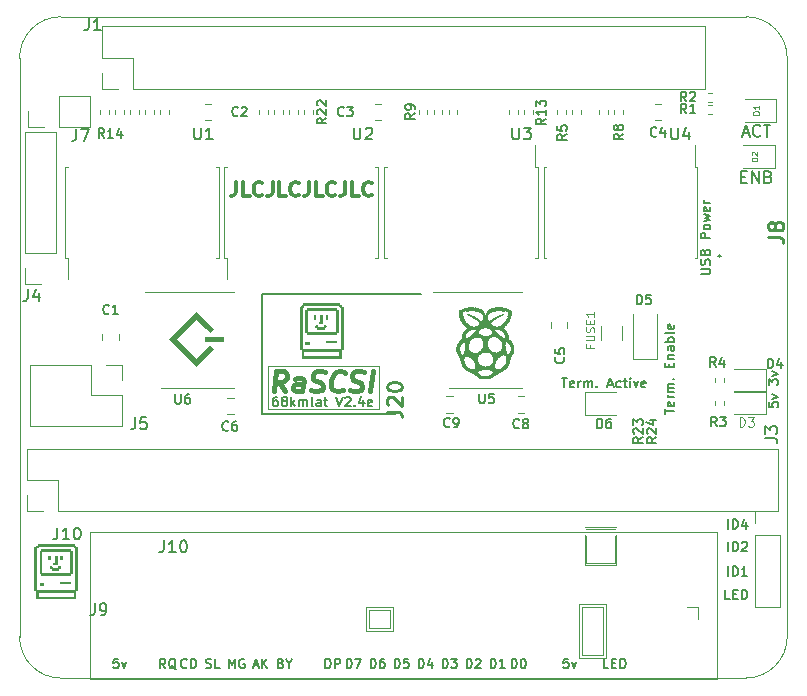
<source format=gbr>
%TF.GenerationSoftware,KiCad,Pcbnew,(5.1.12-1-10_14)*%
%TF.CreationDate,2021-12-07T01:39:33+01:00*%
%TF.ProjectId,rascsi_2p4,72617363-7369-45f3-9270-342e6b696361,rev?*%
%TF.SameCoordinates,Original*%
%TF.FileFunction,Legend,Top*%
%TF.FilePolarity,Positive*%
%FSLAX46Y46*%
G04 Gerber Fmt 4.6, Leading zero omitted, Abs format (unit mm)*
G04 Created by KiCad (PCBNEW (5.1.12-1-10_14)) date 2021-12-07 01:39:33*
%MOMM*%
%LPD*%
G01*
G04 APERTURE LIST*
%ADD10C,0.150000*%
%ADD11C,0.300000*%
%ADD12C,0.120000*%
%ADD13C,0.400000*%
%TA.AperFunction,Profile*%
%ADD14C,0.050000*%
%TD*%
%ADD15C,0.200000*%
%ADD16C,0.100000*%
%ADD17C,0.010000*%
%ADD18C,0.254000*%
G04 APERTURE END LIST*
D10*
X50412400Y-33085504D02*
X50869542Y-33085504D01*
X50640971Y-33885504D02*
X50640971Y-33085504D01*
X51440971Y-33847409D02*
X51364780Y-33885504D01*
X51212400Y-33885504D01*
X51136209Y-33847409D01*
X51098114Y-33771219D01*
X51098114Y-33466457D01*
X51136209Y-33390266D01*
X51212400Y-33352171D01*
X51364780Y-33352171D01*
X51440971Y-33390266D01*
X51479066Y-33466457D01*
X51479066Y-33542647D01*
X51098114Y-33618838D01*
X51821923Y-33885504D02*
X51821923Y-33352171D01*
X51821923Y-33504552D02*
X51860019Y-33428361D01*
X51898114Y-33390266D01*
X51974304Y-33352171D01*
X52050495Y-33352171D01*
X52317161Y-33885504D02*
X52317161Y-33352171D01*
X52317161Y-33428361D02*
X52355257Y-33390266D01*
X52431447Y-33352171D01*
X52545733Y-33352171D01*
X52621923Y-33390266D01*
X52660019Y-33466457D01*
X52660019Y-33885504D01*
X52660019Y-33466457D02*
X52698114Y-33390266D01*
X52774304Y-33352171D01*
X52888590Y-33352171D01*
X52964780Y-33390266D01*
X53002876Y-33466457D01*
X53002876Y-33885504D01*
X53383828Y-33809314D02*
X53421923Y-33847409D01*
X53383828Y-33885504D01*
X53345733Y-33847409D01*
X53383828Y-33809314D01*
X53383828Y-33885504D01*
X54336209Y-33656933D02*
X54717161Y-33656933D01*
X54260019Y-33885504D02*
X54526685Y-33085504D01*
X54793352Y-33885504D01*
X55402876Y-33847409D02*
X55326685Y-33885504D01*
X55174304Y-33885504D01*
X55098114Y-33847409D01*
X55060019Y-33809314D01*
X55021923Y-33733123D01*
X55021923Y-33504552D01*
X55060019Y-33428361D01*
X55098114Y-33390266D01*
X55174304Y-33352171D01*
X55326685Y-33352171D01*
X55402876Y-33390266D01*
X55631447Y-33352171D02*
X55936209Y-33352171D01*
X55745733Y-33085504D02*
X55745733Y-33771219D01*
X55783828Y-33847409D01*
X55860019Y-33885504D01*
X55936209Y-33885504D01*
X56202876Y-33885504D02*
X56202876Y-33352171D01*
X56202876Y-33085504D02*
X56164780Y-33123600D01*
X56202876Y-33161695D01*
X56240971Y-33123600D01*
X56202876Y-33085504D01*
X56202876Y-33161695D01*
X56507638Y-33352171D02*
X56698114Y-33885504D01*
X56888590Y-33352171D01*
X57498114Y-33847409D02*
X57421923Y-33885504D01*
X57269542Y-33885504D01*
X57193352Y-33847409D01*
X57155257Y-33771219D01*
X57155257Y-33466457D01*
X57193352Y-33390266D01*
X57269542Y-33352171D01*
X57421923Y-33352171D01*
X57498114Y-33390266D01*
X57536209Y-33466457D01*
X57536209Y-33542647D01*
X57155257Y-33618838D01*
D11*
X22840942Y-16483457D02*
X22840942Y-17340600D01*
X22783800Y-17512028D01*
X22669514Y-17626314D01*
X22498085Y-17683457D01*
X22383800Y-17683457D01*
X23983800Y-17683457D02*
X23412371Y-17683457D01*
X23412371Y-16483457D01*
X25069514Y-17569171D02*
X25012371Y-17626314D01*
X24840942Y-17683457D01*
X24726657Y-17683457D01*
X24555228Y-17626314D01*
X24440942Y-17512028D01*
X24383800Y-17397742D01*
X24326657Y-17169171D01*
X24326657Y-16997742D01*
X24383800Y-16769171D01*
X24440942Y-16654885D01*
X24555228Y-16540600D01*
X24726657Y-16483457D01*
X24840942Y-16483457D01*
X25012371Y-16540600D01*
X25069514Y-16597742D01*
X25926657Y-16483457D02*
X25926657Y-17340600D01*
X25869514Y-17512028D01*
X25755228Y-17626314D01*
X25583800Y-17683457D01*
X25469514Y-17683457D01*
X27069514Y-17683457D02*
X26498085Y-17683457D01*
X26498085Y-16483457D01*
X28155228Y-17569171D02*
X28098085Y-17626314D01*
X27926657Y-17683457D01*
X27812371Y-17683457D01*
X27640942Y-17626314D01*
X27526657Y-17512028D01*
X27469514Y-17397742D01*
X27412371Y-17169171D01*
X27412371Y-16997742D01*
X27469514Y-16769171D01*
X27526657Y-16654885D01*
X27640942Y-16540600D01*
X27812371Y-16483457D01*
X27926657Y-16483457D01*
X28098085Y-16540600D01*
X28155228Y-16597742D01*
X29012371Y-16483457D02*
X29012371Y-17340600D01*
X28955228Y-17512028D01*
X28840942Y-17626314D01*
X28669514Y-17683457D01*
X28555228Y-17683457D01*
X30155228Y-17683457D02*
X29583800Y-17683457D01*
X29583800Y-16483457D01*
X31240942Y-17569171D02*
X31183800Y-17626314D01*
X31012371Y-17683457D01*
X30898085Y-17683457D01*
X30726657Y-17626314D01*
X30612371Y-17512028D01*
X30555228Y-17397742D01*
X30498085Y-17169171D01*
X30498085Y-16997742D01*
X30555228Y-16769171D01*
X30612371Y-16654885D01*
X30726657Y-16540600D01*
X30898085Y-16483457D01*
X31012371Y-16483457D01*
X31183800Y-16540600D01*
X31240942Y-16597742D01*
X32098085Y-16483457D02*
X32098085Y-17340600D01*
X32040942Y-17512028D01*
X31926657Y-17626314D01*
X31755228Y-17683457D01*
X31640942Y-17683457D01*
X33240942Y-17683457D02*
X32669514Y-17683457D01*
X32669514Y-16483457D01*
X34326657Y-17569171D02*
X34269514Y-17626314D01*
X34098085Y-17683457D01*
X33983800Y-17683457D01*
X33812371Y-17626314D01*
X33698085Y-17512028D01*
X33640942Y-17397742D01*
X33583800Y-17169171D01*
X33583800Y-16997742D01*
X33640942Y-16769171D01*
X33698085Y-16654885D01*
X33812371Y-16540600D01*
X33983800Y-16483457D01*
X34098085Y-16483457D01*
X34269514Y-16540600D01*
X34326657Y-16597742D01*
D10*
X7711476Y-45752180D02*
X7711476Y-46466466D01*
X7663857Y-46609323D01*
X7568619Y-46704561D01*
X7425761Y-46752180D01*
X7330523Y-46752180D01*
X8711476Y-46752180D02*
X8140047Y-46752180D01*
X8425761Y-46752180D02*
X8425761Y-45752180D01*
X8330523Y-45895038D01*
X8235285Y-45990276D01*
X8140047Y-46037895D01*
X9330523Y-45752180D02*
X9425761Y-45752180D01*
X9521000Y-45799800D01*
X9568619Y-45847419D01*
X9616238Y-45942657D01*
X9663857Y-46133133D01*
X9663857Y-46371228D01*
X9616238Y-46561704D01*
X9568619Y-46656942D01*
X9521000Y-46704561D01*
X9425761Y-46752180D01*
X9330523Y-46752180D01*
X9235285Y-46704561D01*
X9187666Y-46656942D01*
X9140047Y-46561704D01*
X9092428Y-46371228D01*
X9092428Y-46133133D01*
X9140047Y-45942657D01*
X9187666Y-45847419D01*
X9235285Y-45799800D01*
X9330523Y-45752180D01*
X16728476Y-46844380D02*
X16728476Y-47558666D01*
X16680857Y-47701523D01*
X16585619Y-47796761D01*
X16442761Y-47844380D01*
X16347523Y-47844380D01*
X17728476Y-47844380D02*
X17157047Y-47844380D01*
X17442761Y-47844380D02*
X17442761Y-46844380D01*
X17347523Y-46987238D01*
X17252285Y-47082476D01*
X17157047Y-47130095D01*
X18347523Y-46844380D02*
X18442761Y-46844380D01*
X18538000Y-46892000D01*
X18585619Y-46939619D01*
X18633238Y-47034857D01*
X18680857Y-47225333D01*
X18680857Y-47463428D01*
X18633238Y-47653904D01*
X18585619Y-47749142D01*
X18538000Y-47796761D01*
X18442761Y-47844380D01*
X18347523Y-47844380D01*
X18252285Y-47796761D01*
X18204666Y-47749142D01*
X18157047Y-47653904D01*
X18109428Y-47463428D01*
X18109428Y-47225333D01*
X18157047Y-47034857D01*
X18204666Y-46939619D01*
X18252285Y-46892000D01*
X18347523Y-46844380D01*
X10854666Y-52178380D02*
X10854666Y-52892666D01*
X10807047Y-53035523D01*
X10711809Y-53130761D01*
X10568952Y-53178380D01*
X10473714Y-53178380D01*
X11378476Y-53178380D02*
X11568952Y-53178380D01*
X11664190Y-53130761D01*
X11711809Y-53083142D01*
X11807047Y-52940285D01*
X11854666Y-52749809D01*
X11854666Y-52368857D01*
X11807047Y-52273619D01*
X11759428Y-52226000D01*
X11664190Y-52178380D01*
X11473714Y-52178380D01*
X11378476Y-52226000D01*
X11330857Y-52273619D01*
X11283238Y-52368857D01*
X11283238Y-52606952D01*
X11330857Y-52702190D01*
X11378476Y-52749809D01*
X11473714Y-52797428D01*
X11664190Y-52797428D01*
X11759428Y-52749809D01*
X11807047Y-52702190D01*
X11854666Y-52606952D01*
D12*
X51828000Y-56790000D02*
X51828000Y-52218000D01*
X54114000Y-56790000D02*
X51828000Y-56790000D01*
X54114000Y-52218000D02*
X54114000Y-56790000D01*
X51828000Y-52218000D02*
X54114000Y-52218000D01*
X52082000Y-56536000D02*
X52082000Y-52472000D01*
X53860000Y-56536000D02*
X52082000Y-56536000D01*
X53860000Y-52472000D02*
X53860000Y-56536000D01*
X52082000Y-52472000D02*
X53860000Y-52472000D01*
X34048000Y-54250000D02*
X34048000Y-52726000D01*
X35826000Y-54250000D02*
X34048000Y-54250000D01*
X35826000Y-52726000D02*
X35826000Y-54250000D01*
X34048000Y-52726000D02*
X35826000Y-52726000D01*
X33794000Y-54504000D02*
X33794000Y-52472000D01*
X36080000Y-54504000D02*
X33794000Y-54504000D01*
X36080000Y-52472000D02*
X36080000Y-54504000D01*
X33794000Y-52472000D02*
X36080000Y-52472000D01*
D10*
X64648714Y-51817904D02*
X64267761Y-51817904D01*
X64267761Y-51017904D01*
X64915380Y-51398857D02*
X65182047Y-51398857D01*
X65296333Y-51817904D02*
X64915380Y-51817904D01*
X64915380Y-51017904D01*
X65296333Y-51017904D01*
X65639190Y-51817904D02*
X65639190Y-51017904D01*
X65829666Y-51017904D01*
X65943952Y-51056000D01*
X66020142Y-51132190D01*
X66058238Y-51208380D01*
X66096333Y-51360761D01*
X66096333Y-51475047D01*
X66058238Y-51627428D01*
X66020142Y-51703619D01*
X65943952Y-51779809D01*
X65829666Y-51817904D01*
X65639190Y-51817904D01*
X64509047Y-49849404D02*
X64509047Y-49049404D01*
X64890000Y-49849404D02*
X64890000Y-49049404D01*
X65080476Y-49049404D01*
X65194761Y-49087500D01*
X65270952Y-49163690D01*
X65309047Y-49239880D01*
X65347142Y-49392261D01*
X65347142Y-49506547D01*
X65309047Y-49658928D01*
X65270952Y-49735119D01*
X65194761Y-49811309D01*
X65080476Y-49849404D01*
X64890000Y-49849404D01*
X66109047Y-49849404D02*
X65651904Y-49849404D01*
X65880476Y-49849404D02*
X65880476Y-49049404D01*
X65804285Y-49163690D01*
X65728095Y-49239880D01*
X65651904Y-49277976D01*
X64509047Y-45848904D02*
X64509047Y-45048904D01*
X64890000Y-45848904D02*
X64890000Y-45048904D01*
X65080476Y-45048904D01*
X65194761Y-45087000D01*
X65270952Y-45163190D01*
X65309047Y-45239380D01*
X65347142Y-45391761D01*
X65347142Y-45506047D01*
X65309047Y-45658428D01*
X65270952Y-45734619D01*
X65194761Y-45810809D01*
X65080476Y-45848904D01*
X64890000Y-45848904D01*
X66032857Y-45315571D02*
X66032857Y-45848904D01*
X65842380Y-45010809D02*
X65651904Y-45582238D01*
X66147142Y-45582238D01*
X64509047Y-47753904D02*
X64509047Y-46953904D01*
X64890000Y-47753904D02*
X64890000Y-46953904D01*
X65080476Y-46953904D01*
X65194761Y-46992000D01*
X65270952Y-47068190D01*
X65309047Y-47144380D01*
X65347142Y-47296761D01*
X65347142Y-47411047D01*
X65309047Y-47563428D01*
X65270952Y-47639619D01*
X65194761Y-47715809D01*
X65080476Y-47753904D01*
X64890000Y-47753904D01*
X65651904Y-47030095D02*
X65690000Y-46992000D01*
X65766190Y-46953904D01*
X65956666Y-46953904D01*
X66032857Y-46992000D01*
X66070952Y-47030095D01*
X66109047Y-47106285D01*
X66109047Y-47182476D01*
X66070952Y-47296761D01*
X65613809Y-47753904D01*
X66109047Y-47753904D01*
X54361714Y-57659904D02*
X53980761Y-57659904D01*
X53980761Y-56859904D01*
X54628380Y-57240857D02*
X54895047Y-57240857D01*
X55009333Y-57659904D02*
X54628380Y-57659904D01*
X54628380Y-56859904D01*
X55009333Y-56859904D01*
X55352190Y-57659904D02*
X55352190Y-56859904D01*
X55542666Y-56859904D01*
X55656952Y-56898000D01*
X55733142Y-56974190D01*
X55771238Y-57050380D01*
X55809333Y-57202761D01*
X55809333Y-57317047D01*
X55771238Y-57469428D01*
X55733142Y-57545619D01*
X55656952Y-57621809D01*
X55542666Y-57659904D01*
X55352190Y-57659904D01*
X30390476Y-57659904D02*
X30390476Y-56859904D01*
X30580952Y-56859904D01*
X30695238Y-56898000D01*
X30771428Y-56974190D01*
X30809523Y-57050380D01*
X30847619Y-57202761D01*
X30847619Y-57317047D01*
X30809523Y-57469428D01*
X30771428Y-57545619D01*
X30695238Y-57621809D01*
X30580952Y-57659904D01*
X30390476Y-57659904D01*
X31190476Y-57659904D02*
X31190476Y-56859904D01*
X31495238Y-56859904D01*
X31571428Y-56898000D01*
X31609523Y-56936095D01*
X31647619Y-57012285D01*
X31647619Y-57126571D01*
X31609523Y-57202761D01*
X31571428Y-57240857D01*
X31495238Y-57278952D01*
X31190476Y-57278952D01*
X36251523Y-57659904D02*
X36251523Y-56859904D01*
X36442000Y-56859904D01*
X36556285Y-56898000D01*
X36632476Y-56974190D01*
X36670571Y-57050380D01*
X36708666Y-57202761D01*
X36708666Y-57317047D01*
X36670571Y-57469428D01*
X36632476Y-57545619D01*
X36556285Y-57621809D01*
X36442000Y-57659904D01*
X36251523Y-57659904D01*
X37432476Y-56859904D02*
X37051523Y-56859904D01*
X37013428Y-57240857D01*
X37051523Y-57202761D01*
X37127714Y-57164666D01*
X37318190Y-57164666D01*
X37394380Y-57202761D01*
X37432476Y-57240857D01*
X37470571Y-57317047D01*
X37470571Y-57507523D01*
X37432476Y-57583714D01*
X37394380Y-57621809D01*
X37318190Y-57659904D01*
X37127714Y-57659904D01*
X37051523Y-57621809D01*
X37013428Y-57583714D01*
X44379523Y-57659904D02*
X44379523Y-56859904D01*
X44570000Y-56859904D01*
X44684285Y-56898000D01*
X44760476Y-56974190D01*
X44798571Y-57050380D01*
X44836666Y-57202761D01*
X44836666Y-57317047D01*
X44798571Y-57469428D01*
X44760476Y-57545619D01*
X44684285Y-57621809D01*
X44570000Y-57659904D01*
X44379523Y-57659904D01*
X45598571Y-57659904D02*
X45141428Y-57659904D01*
X45370000Y-57659904D02*
X45370000Y-56859904D01*
X45293809Y-56974190D01*
X45217619Y-57050380D01*
X45141428Y-57088476D01*
X46157523Y-57659904D02*
X46157523Y-56859904D01*
X46348000Y-56859904D01*
X46462285Y-56898000D01*
X46538476Y-56974190D01*
X46576571Y-57050380D01*
X46614666Y-57202761D01*
X46614666Y-57317047D01*
X46576571Y-57469428D01*
X46538476Y-57545619D01*
X46462285Y-57621809D01*
X46348000Y-57659904D01*
X46157523Y-57659904D01*
X47109904Y-56859904D02*
X47186095Y-56859904D01*
X47262285Y-56898000D01*
X47300380Y-56936095D01*
X47338476Y-57012285D01*
X47376571Y-57164666D01*
X47376571Y-57355142D01*
X47338476Y-57507523D01*
X47300380Y-57583714D01*
X47262285Y-57621809D01*
X47186095Y-57659904D01*
X47109904Y-57659904D01*
X47033714Y-57621809D01*
X46995619Y-57583714D01*
X46957523Y-57507523D01*
X46919428Y-57355142D01*
X46919428Y-57164666D01*
X46957523Y-57012285D01*
X46995619Y-56936095D01*
X47033714Y-56898000D01*
X47109904Y-56859904D01*
X42347523Y-57659904D02*
X42347523Y-56859904D01*
X42538000Y-56859904D01*
X42652285Y-56898000D01*
X42728476Y-56974190D01*
X42766571Y-57050380D01*
X42804666Y-57202761D01*
X42804666Y-57317047D01*
X42766571Y-57469428D01*
X42728476Y-57545619D01*
X42652285Y-57621809D01*
X42538000Y-57659904D01*
X42347523Y-57659904D01*
X43109428Y-56936095D02*
X43147523Y-56898000D01*
X43223714Y-56859904D01*
X43414190Y-56859904D01*
X43490380Y-56898000D01*
X43528476Y-56936095D01*
X43566571Y-57012285D01*
X43566571Y-57088476D01*
X43528476Y-57202761D01*
X43071333Y-57659904D01*
X43566571Y-57659904D01*
X40315523Y-57659904D02*
X40315523Y-56859904D01*
X40506000Y-56859904D01*
X40620285Y-56898000D01*
X40696476Y-56974190D01*
X40734571Y-57050380D01*
X40772666Y-57202761D01*
X40772666Y-57317047D01*
X40734571Y-57469428D01*
X40696476Y-57545619D01*
X40620285Y-57621809D01*
X40506000Y-57659904D01*
X40315523Y-57659904D01*
X41039333Y-56859904D02*
X41534571Y-56859904D01*
X41267904Y-57164666D01*
X41382190Y-57164666D01*
X41458380Y-57202761D01*
X41496476Y-57240857D01*
X41534571Y-57317047D01*
X41534571Y-57507523D01*
X41496476Y-57583714D01*
X41458380Y-57621809D01*
X41382190Y-57659904D01*
X41153619Y-57659904D01*
X41077428Y-57621809D01*
X41039333Y-57583714D01*
X38283523Y-57659904D02*
X38283523Y-56859904D01*
X38474000Y-56859904D01*
X38588285Y-56898000D01*
X38664476Y-56974190D01*
X38702571Y-57050380D01*
X38740666Y-57202761D01*
X38740666Y-57317047D01*
X38702571Y-57469428D01*
X38664476Y-57545619D01*
X38588285Y-57621809D01*
X38474000Y-57659904D01*
X38283523Y-57659904D01*
X39426380Y-57126571D02*
X39426380Y-57659904D01*
X39235904Y-56821809D02*
X39045428Y-57393238D01*
X39540666Y-57393238D01*
X32187523Y-57659904D02*
X32187523Y-56859904D01*
X32378000Y-56859904D01*
X32492285Y-56898000D01*
X32568476Y-56974190D01*
X32606571Y-57050380D01*
X32644666Y-57202761D01*
X32644666Y-57317047D01*
X32606571Y-57469428D01*
X32568476Y-57545619D01*
X32492285Y-57621809D01*
X32378000Y-57659904D01*
X32187523Y-57659904D01*
X32911333Y-56859904D02*
X33444666Y-56859904D01*
X33101809Y-57659904D01*
X34219523Y-57659904D02*
X34219523Y-56859904D01*
X34410000Y-56859904D01*
X34524285Y-56898000D01*
X34600476Y-56974190D01*
X34638571Y-57050380D01*
X34676666Y-57202761D01*
X34676666Y-57317047D01*
X34638571Y-57469428D01*
X34600476Y-57545619D01*
X34524285Y-57621809D01*
X34410000Y-57659904D01*
X34219523Y-57659904D01*
X35362380Y-56859904D02*
X35210000Y-56859904D01*
X35133809Y-56898000D01*
X35095714Y-56936095D01*
X35019523Y-57050380D01*
X34981428Y-57202761D01*
X34981428Y-57507523D01*
X35019523Y-57583714D01*
X35057619Y-57621809D01*
X35133809Y-57659904D01*
X35286190Y-57659904D01*
X35362380Y-57621809D01*
X35400476Y-57583714D01*
X35438571Y-57507523D01*
X35438571Y-57317047D01*
X35400476Y-57240857D01*
X35362380Y-57202761D01*
X35286190Y-57164666D01*
X35133809Y-57164666D01*
X35057619Y-57202761D01*
X35019523Y-57240857D01*
X34981428Y-57317047D01*
X26650285Y-57240857D02*
X26764571Y-57278952D01*
X26802666Y-57317047D01*
X26840761Y-57393238D01*
X26840761Y-57507523D01*
X26802666Y-57583714D01*
X26764571Y-57621809D01*
X26688380Y-57659904D01*
X26383619Y-57659904D01*
X26383619Y-56859904D01*
X26650285Y-56859904D01*
X26726476Y-56898000D01*
X26764571Y-56936095D01*
X26802666Y-57012285D01*
X26802666Y-57088476D01*
X26764571Y-57164666D01*
X26726476Y-57202761D01*
X26650285Y-57240857D01*
X26383619Y-57240857D01*
X27336000Y-57278952D02*
X27336000Y-57659904D01*
X27069333Y-56859904D02*
X27336000Y-57278952D01*
X27602666Y-56859904D01*
X24313523Y-57431333D02*
X24694476Y-57431333D01*
X24237333Y-57659904D02*
X24504000Y-56859904D01*
X24770666Y-57659904D01*
X25037333Y-57659904D02*
X25037333Y-56859904D01*
X25494476Y-57659904D02*
X25151619Y-57202761D01*
X25494476Y-56859904D02*
X25037333Y-57317047D01*
X50951714Y-56859904D02*
X50570761Y-56859904D01*
X50532666Y-57240857D01*
X50570761Y-57202761D01*
X50646952Y-57164666D01*
X50837428Y-57164666D01*
X50913619Y-57202761D01*
X50951714Y-57240857D01*
X50989809Y-57317047D01*
X50989809Y-57507523D01*
X50951714Y-57583714D01*
X50913619Y-57621809D01*
X50837428Y-57659904D01*
X50646952Y-57659904D01*
X50570761Y-57621809D01*
X50532666Y-57583714D01*
X51256476Y-57126571D02*
X51446952Y-57659904D01*
X51637428Y-57126571D01*
X22205333Y-57659904D02*
X22205333Y-56859904D01*
X22472000Y-57431333D01*
X22738666Y-56859904D01*
X22738666Y-57659904D01*
X23538666Y-56898000D02*
X23462476Y-56859904D01*
X23348190Y-56859904D01*
X23233904Y-56898000D01*
X23157714Y-56974190D01*
X23119619Y-57050380D01*
X23081523Y-57202761D01*
X23081523Y-57317047D01*
X23119619Y-57469428D01*
X23157714Y-57545619D01*
X23233904Y-57621809D01*
X23348190Y-57659904D01*
X23424380Y-57659904D01*
X23538666Y-57621809D01*
X23576761Y-57583714D01*
X23576761Y-57317047D01*
X23424380Y-57317047D01*
X12851714Y-56859904D02*
X12470761Y-56859904D01*
X12432666Y-57240857D01*
X12470761Y-57202761D01*
X12546952Y-57164666D01*
X12737428Y-57164666D01*
X12813619Y-57202761D01*
X12851714Y-57240857D01*
X12889809Y-57317047D01*
X12889809Y-57507523D01*
X12851714Y-57583714D01*
X12813619Y-57621809D01*
X12737428Y-57659904D01*
X12546952Y-57659904D01*
X12470761Y-57621809D01*
X12432666Y-57583714D01*
X13156476Y-57126571D02*
X13346952Y-57659904D01*
X13537428Y-57126571D01*
X18655619Y-57583714D02*
X18617523Y-57621809D01*
X18503238Y-57659904D01*
X18427047Y-57659904D01*
X18312761Y-57621809D01*
X18236571Y-57545619D01*
X18198476Y-57469428D01*
X18160380Y-57317047D01*
X18160380Y-57202761D01*
X18198476Y-57050380D01*
X18236571Y-56974190D01*
X18312761Y-56898000D01*
X18427047Y-56859904D01*
X18503238Y-56859904D01*
X18617523Y-56898000D01*
X18655619Y-56936095D01*
X18998476Y-57659904D02*
X18998476Y-56859904D01*
X19188952Y-56859904D01*
X19303238Y-56898000D01*
X19379428Y-56974190D01*
X19417523Y-57050380D01*
X19455619Y-57202761D01*
X19455619Y-57317047D01*
X19417523Y-57469428D01*
X19379428Y-57545619D01*
X19303238Y-57621809D01*
X19188952Y-57659904D01*
X18998476Y-57659904D01*
X16858571Y-57659904D02*
X16591904Y-57278952D01*
X16401428Y-57659904D02*
X16401428Y-56859904D01*
X16706190Y-56859904D01*
X16782380Y-56898000D01*
X16820476Y-56936095D01*
X16858571Y-57012285D01*
X16858571Y-57126571D01*
X16820476Y-57202761D01*
X16782380Y-57240857D01*
X16706190Y-57278952D01*
X16401428Y-57278952D01*
X17734761Y-57736095D02*
X17658571Y-57698000D01*
X17582380Y-57621809D01*
X17468095Y-57507523D01*
X17391904Y-57469428D01*
X17315714Y-57469428D01*
X17353809Y-57659904D02*
X17277619Y-57621809D01*
X17201428Y-57545619D01*
X17163333Y-57393238D01*
X17163333Y-57126571D01*
X17201428Y-56974190D01*
X17277619Y-56898000D01*
X17353809Y-56859904D01*
X17506190Y-56859904D01*
X17582380Y-56898000D01*
X17658571Y-56974190D01*
X17696666Y-57126571D01*
X17696666Y-57393238D01*
X17658571Y-57545619D01*
X17582380Y-57621809D01*
X17506190Y-57659904D01*
X17353809Y-57659904D01*
X20287619Y-57621809D02*
X20401904Y-57659904D01*
X20592380Y-57659904D01*
X20668571Y-57621809D01*
X20706666Y-57583714D01*
X20744761Y-57507523D01*
X20744761Y-57431333D01*
X20706666Y-57355142D01*
X20668571Y-57317047D01*
X20592380Y-57278952D01*
X20440000Y-57240857D01*
X20363809Y-57202761D01*
X20325714Y-57164666D01*
X20287619Y-57088476D01*
X20287619Y-57012285D01*
X20325714Y-56936095D01*
X20363809Y-56898000D01*
X20440000Y-56859904D01*
X20630476Y-56859904D01*
X20744761Y-56898000D01*
X21468571Y-57659904D02*
X21087619Y-57659904D01*
X21087619Y-56859904D01*
X10372066Y-2648380D02*
X10372066Y-3362666D01*
X10324447Y-3505523D01*
X10229209Y-3600761D01*
X10086352Y-3648380D01*
X9991114Y-3648380D01*
X11372066Y-3648380D02*
X10800638Y-3648380D01*
X11086352Y-3648380D02*
X11086352Y-2648380D01*
X10991114Y-2791238D01*
X10895876Y-2886476D01*
X10800638Y-2934095D01*
X65616904Y-16062571D02*
X65950238Y-16062571D01*
X66093095Y-16586380D02*
X65616904Y-16586380D01*
X65616904Y-15586380D01*
X66093095Y-15586380D01*
X66521666Y-16586380D02*
X66521666Y-15586380D01*
X67093095Y-16586380D01*
X67093095Y-15586380D01*
X67902619Y-16062571D02*
X68045476Y-16110190D01*
X68093095Y-16157809D01*
X68140714Y-16253047D01*
X68140714Y-16395904D01*
X68093095Y-16491142D01*
X68045476Y-16538761D01*
X67950238Y-16586380D01*
X67569285Y-16586380D01*
X67569285Y-15586380D01*
X67902619Y-15586380D01*
X67997857Y-15634000D01*
X68045476Y-15681619D01*
X68093095Y-15776857D01*
X68093095Y-15872095D01*
X68045476Y-15967333D01*
X67997857Y-16014952D01*
X67902619Y-16062571D01*
X67569285Y-16062571D01*
X65735952Y-12363666D02*
X66212142Y-12363666D01*
X65640714Y-12649380D02*
X65974047Y-11649380D01*
X66307380Y-12649380D01*
X67212142Y-12554142D02*
X67164523Y-12601761D01*
X67021666Y-12649380D01*
X66926428Y-12649380D01*
X66783571Y-12601761D01*
X66688333Y-12506523D01*
X66640714Y-12411285D01*
X66593095Y-12220809D01*
X66593095Y-12077952D01*
X66640714Y-11887476D01*
X66688333Y-11792238D01*
X66783571Y-11697000D01*
X66926428Y-11649380D01*
X67021666Y-11649380D01*
X67164523Y-11697000D01*
X67212142Y-11744619D01*
X67497857Y-11649380D02*
X68069285Y-11649380D01*
X67783571Y-12649380D02*
X67783571Y-11649380D01*
X62159504Y-24290314D02*
X62807123Y-24290314D01*
X62883314Y-24252219D01*
X62921409Y-24214123D01*
X62959504Y-24137933D01*
X62959504Y-23985552D01*
X62921409Y-23909361D01*
X62883314Y-23871266D01*
X62807123Y-23833171D01*
X62159504Y-23833171D01*
X62921409Y-23490314D02*
X62959504Y-23376028D01*
X62959504Y-23185552D01*
X62921409Y-23109361D01*
X62883314Y-23071266D01*
X62807123Y-23033171D01*
X62730933Y-23033171D01*
X62654742Y-23071266D01*
X62616647Y-23109361D01*
X62578552Y-23185552D01*
X62540457Y-23337933D01*
X62502361Y-23414123D01*
X62464266Y-23452219D01*
X62388076Y-23490314D01*
X62311885Y-23490314D01*
X62235695Y-23452219D01*
X62197600Y-23414123D01*
X62159504Y-23337933D01*
X62159504Y-23147457D01*
X62197600Y-23033171D01*
X62540457Y-22423647D02*
X62578552Y-22309361D01*
X62616647Y-22271266D01*
X62692838Y-22233171D01*
X62807123Y-22233171D01*
X62883314Y-22271266D01*
X62921409Y-22309361D01*
X62959504Y-22385552D01*
X62959504Y-22690314D01*
X62159504Y-22690314D01*
X62159504Y-22423647D01*
X62197600Y-22347457D01*
X62235695Y-22309361D01*
X62311885Y-22271266D01*
X62388076Y-22271266D01*
X62464266Y-22309361D01*
X62502361Y-22347457D01*
X62540457Y-22423647D01*
X62540457Y-22690314D01*
X62959504Y-21280790D02*
X62159504Y-21280790D01*
X62159504Y-20976028D01*
X62197600Y-20899838D01*
X62235695Y-20861742D01*
X62311885Y-20823647D01*
X62426171Y-20823647D01*
X62502361Y-20861742D01*
X62540457Y-20899838D01*
X62578552Y-20976028D01*
X62578552Y-21280790D01*
X62959504Y-20366504D02*
X62921409Y-20442695D01*
X62883314Y-20480790D01*
X62807123Y-20518885D01*
X62578552Y-20518885D01*
X62502361Y-20480790D01*
X62464266Y-20442695D01*
X62426171Y-20366504D01*
X62426171Y-20252219D01*
X62464266Y-20176028D01*
X62502361Y-20137933D01*
X62578552Y-20099838D01*
X62807123Y-20099838D01*
X62883314Y-20137933D01*
X62921409Y-20176028D01*
X62959504Y-20252219D01*
X62959504Y-20366504D01*
X62426171Y-19833171D02*
X62959504Y-19680790D01*
X62578552Y-19528409D01*
X62959504Y-19376028D01*
X62426171Y-19223647D01*
X62921409Y-18614123D02*
X62959504Y-18690314D01*
X62959504Y-18842695D01*
X62921409Y-18918885D01*
X62845219Y-18956980D01*
X62540457Y-18956980D01*
X62464266Y-18918885D01*
X62426171Y-18842695D01*
X62426171Y-18690314D01*
X62464266Y-18614123D01*
X62540457Y-18576028D01*
X62616647Y-18576028D01*
X62692838Y-18956980D01*
X62959504Y-18233171D02*
X62426171Y-18233171D01*
X62578552Y-18233171D02*
X62502361Y-18195076D01*
X62464266Y-18156980D01*
X62426171Y-18080790D01*
X62426171Y-18004600D01*
X67925304Y-33679228D02*
X67925304Y-33183990D01*
X68230066Y-33450657D01*
X68230066Y-33336371D01*
X68268161Y-33260180D01*
X68306257Y-33222085D01*
X68382447Y-33183990D01*
X68572923Y-33183990D01*
X68649114Y-33222085D01*
X68687209Y-33260180D01*
X68725304Y-33336371D01*
X68725304Y-33564942D01*
X68687209Y-33641133D01*
X68649114Y-33679228D01*
X68191971Y-32917323D02*
X68725304Y-32726847D01*
X68191971Y-32536371D01*
X67925304Y-35162085D02*
X67925304Y-35543038D01*
X68306257Y-35581133D01*
X68268161Y-35543038D01*
X68230066Y-35466847D01*
X68230066Y-35276371D01*
X68268161Y-35200180D01*
X68306257Y-35162085D01*
X68382447Y-35123990D01*
X68572923Y-35123990D01*
X68649114Y-35162085D01*
X68687209Y-35200180D01*
X68725304Y-35276371D01*
X68725304Y-35466847D01*
X68687209Y-35543038D01*
X68649114Y-35581133D01*
X68191971Y-34857323D02*
X68725304Y-34666847D01*
X68191971Y-34476371D01*
D12*
X14150000Y-5974000D02*
X11483000Y-5974000D01*
X14150000Y-8641000D02*
X14150000Y-5974000D01*
X62537000Y-8641000D02*
X14150000Y-8641000D01*
X62537000Y-3307000D02*
X62537000Y-8641000D01*
X11483000Y-3307000D02*
X62537000Y-3307000D01*
X11483000Y-5974000D02*
X11483000Y-3307000D01*
X11483000Y-8641000D02*
X11483000Y-7244000D01*
X12880000Y-8641000D02*
X11483000Y-8641000D01*
X52504000Y-48773000D02*
X52504000Y-46487000D01*
X54917000Y-48773000D02*
X52504000Y-48773000D01*
X54917000Y-46487000D02*
X54917000Y-48773000D01*
X52504000Y-45852000D02*
X54917000Y-45852000D01*
X52377000Y-48900000D02*
X52377000Y-46360000D01*
X55044000Y-48900000D02*
X52377000Y-48900000D01*
X55044000Y-46360000D02*
X55044000Y-48900000D01*
X52377000Y-45725000D02*
X55044000Y-45725000D01*
X63553000Y-46106000D02*
X10467000Y-46106000D01*
X63553000Y-58552000D02*
X63553000Y-46106000D01*
X10467000Y-58552000D02*
X63553000Y-58552000D01*
X10467000Y-46106000D02*
X10467000Y-58552000D01*
D10*
X59124904Y-36152019D02*
X59124904Y-35694876D01*
X59924904Y-35923447D02*
X59124904Y-35923447D01*
X59886809Y-35123447D02*
X59924904Y-35199638D01*
X59924904Y-35352019D01*
X59886809Y-35428209D01*
X59810619Y-35466304D01*
X59505857Y-35466304D01*
X59429666Y-35428209D01*
X59391571Y-35352019D01*
X59391571Y-35199638D01*
X59429666Y-35123447D01*
X59505857Y-35085352D01*
X59582047Y-35085352D01*
X59658238Y-35466304D01*
X59924904Y-34742495D02*
X59391571Y-34742495D01*
X59543952Y-34742495D02*
X59467761Y-34704400D01*
X59429666Y-34666304D01*
X59391571Y-34590114D01*
X59391571Y-34513923D01*
X59924904Y-34247257D02*
X59391571Y-34247257D01*
X59467761Y-34247257D02*
X59429666Y-34209161D01*
X59391571Y-34132971D01*
X59391571Y-34018685D01*
X59429666Y-33942495D01*
X59505857Y-33904400D01*
X59924904Y-33904400D01*
X59505857Y-33904400D02*
X59429666Y-33866304D01*
X59391571Y-33790114D01*
X59391571Y-33675828D01*
X59429666Y-33599638D01*
X59505857Y-33561542D01*
X59924904Y-33561542D01*
X59848714Y-33180590D02*
X59886809Y-33142495D01*
X59924904Y-33180590D01*
X59886809Y-33218685D01*
X59848714Y-33180590D01*
X59924904Y-33180590D01*
X59505857Y-32190114D02*
X59505857Y-31923447D01*
X59924904Y-31809161D02*
X59924904Y-32190114D01*
X59124904Y-32190114D01*
X59124904Y-31809161D01*
X59391571Y-31466304D02*
X59924904Y-31466304D01*
X59467761Y-31466304D02*
X59429666Y-31428209D01*
X59391571Y-31352019D01*
X59391571Y-31237733D01*
X59429666Y-31161542D01*
X59505857Y-31123447D01*
X59924904Y-31123447D01*
X59924904Y-30399638D02*
X59505857Y-30399638D01*
X59429666Y-30437733D01*
X59391571Y-30513923D01*
X59391571Y-30666304D01*
X59429666Y-30742495D01*
X59886809Y-30399638D02*
X59924904Y-30475828D01*
X59924904Y-30666304D01*
X59886809Y-30742495D01*
X59810619Y-30780590D01*
X59734428Y-30780590D01*
X59658238Y-30742495D01*
X59620142Y-30666304D01*
X59620142Y-30475828D01*
X59582047Y-30399638D01*
X59924904Y-30018685D02*
X59124904Y-30018685D01*
X59429666Y-30018685D02*
X59391571Y-29942495D01*
X59391571Y-29790114D01*
X59429666Y-29713923D01*
X59467761Y-29675828D01*
X59543952Y-29637733D01*
X59772523Y-29637733D01*
X59848714Y-29675828D01*
X59886809Y-29713923D01*
X59924904Y-29790114D01*
X59924904Y-29942495D01*
X59886809Y-30018685D01*
X59924904Y-29180590D02*
X59886809Y-29256780D01*
X59810619Y-29294876D01*
X59124904Y-29294876D01*
X59886809Y-28571066D02*
X59924904Y-28647257D01*
X59924904Y-28799638D01*
X59886809Y-28875828D01*
X59810619Y-28913923D01*
X59505857Y-28913923D01*
X59429666Y-28875828D01*
X59391571Y-28799638D01*
X59391571Y-28647257D01*
X59429666Y-28571066D01*
X59505857Y-28532971D01*
X59582047Y-28532971D01*
X59658238Y-28913923D01*
D12*
X25575200Y-32114300D02*
X25575200Y-35682600D01*
X34937000Y-32114300D02*
X25575200Y-32114300D01*
X34937000Y-35682600D02*
X34937000Y-32114300D01*
X25575200Y-35682600D02*
X34937000Y-35682600D01*
D10*
X26333228Y-34685704D02*
X26180847Y-34685704D01*
X26104657Y-34723800D01*
X26066561Y-34761895D01*
X25990371Y-34876180D01*
X25952276Y-35028561D01*
X25952276Y-35333323D01*
X25990371Y-35409514D01*
X26028466Y-35447609D01*
X26104657Y-35485704D01*
X26257038Y-35485704D01*
X26333228Y-35447609D01*
X26371323Y-35409514D01*
X26409419Y-35333323D01*
X26409419Y-35142847D01*
X26371323Y-35066657D01*
X26333228Y-35028561D01*
X26257038Y-34990466D01*
X26104657Y-34990466D01*
X26028466Y-35028561D01*
X25990371Y-35066657D01*
X25952276Y-35142847D01*
X26866561Y-35028561D02*
X26790371Y-34990466D01*
X26752276Y-34952371D01*
X26714180Y-34876180D01*
X26714180Y-34838085D01*
X26752276Y-34761895D01*
X26790371Y-34723800D01*
X26866561Y-34685704D01*
X27018942Y-34685704D01*
X27095133Y-34723800D01*
X27133228Y-34761895D01*
X27171323Y-34838085D01*
X27171323Y-34876180D01*
X27133228Y-34952371D01*
X27095133Y-34990466D01*
X27018942Y-35028561D01*
X26866561Y-35028561D01*
X26790371Y-35066657D01*
X26752276Y-35104752D01*
X26714180Y-35180942D01*
X26714180Y-35333323D01*
X26752276Y-35409514D01*
X26790371Y-35447609D01*
X26866561Y-35485704D01*
X27018942Y-35485704D01*
X27095133Y-35447609D01*
X27133228Y-35409514D01*
X27171323Y-35333323D01*
X27171323Y-35180942D01*
X27133228Y-35104752D01*
X27095133Y-35066657D01*
X27018942Y-35028561D01*
X27514180Y-35485704D02*
X27514180Y-34685704D01*
X27590371Y-35180942D02*
X27818942Y-35485704D01*
X27818942Y-34952371D02*
X27514180Y-35257133D01*
X28161800Y-35485704D02*
X28161800Y-34952371D01*
X28161800Y-35028561D02*
X28199895Y-34990466D01*
X28276085Y-34952371D01*
X28390371Y-34952371D01*
X28466561Y-34990466D01*
X28504657Y-35066657D01*
X28504657Y-35485704D01*
X28504657Y-35066657D02*
X28542752Y-34990466D01*
X28618942Y-34952371D01*
X28733228Y-34952371D01*
X28809419Y-34990466D01*
X28847514Y-35066657D01*
X28847514Y-35485704D01*
X29342752Y-35485704D02*
X29266561Y-35447609D01*
X29228466Y-35371419D01*
X29228466Y-34685704D01*
X29990371Y-35485704D02*
X29990371Y-35066657D01*
X29952276Y-34990466D01*
X29876085Y-34952371D01*
X29723704Y-34952371D01*
X29647514Y-34990466D01*
X29990371Y-35447609D02*
X29914180Y-35485704D01*
X29723704Y-35485704D01*
X29647514Y-35447609D01*
X29609419Y-35371419D01*
X29609419Y-35295228D01*
X29647514Y-35219038D01*
X29723704Y-35180942D01*
X29914180Y-35180942D01*
X29990371Y-35142847D01*
X30257038Y-34952371D02*
X30561800Y-34952371D01*
X30371323Y-34685704D02*
X30371323Y-35371419D01*
X30409419Y-35447609D01*
X30485609Y-35485704D01*
X30561800Y-35485704D01*
X31323704Y-34685704D02*
X31590371Y-35485704D01*
X31857038Y-34685704D01*
X32085609Y-34761895D02*
X32123704Y-34723800D01*
X32199895Y-34685704D01*
X32390371Y-34685704D01*
X32466561Y-34723800D01*
X32504657Y-34761895D01*
X32542752Y-34838085D01*
X32542752Y-34914276D01*
X32504657Y-35028561D01*
X32047514Y-35485704D01*
X32542752Y-35485704D01*
X32885609Y-35409514D02*
X32923704Y-35447609D01*
X32885609Y-35485704D01*
X32847514Y-35447609D01*
X32885609Y-35409514D01*
X32885609Y-35485704D01*
X33609419Y-34952371D02*
X33609419Y-35485704D01*
X33418942Y-34647609D02*
X33228466Y-35219038D01*
X33723704Y-35219038D01*
X34333228Y-35447609D02*
X34257038Y-35485704D01*
X34104657Y-35485704D01*
X34028466Y-35447609D01*
X33990371Y-35371419D01*
X33990371Y-35066657D01*
X34028466Y-34990466D01*
X34104657Y-34952371D01*
X34257038Y-34952371D01*
X34333228Y-34990466D01*
X34371323Y-35066657D01*
X34371323Y-35142847D01*
X33990371Y-35219038D01*
D13*
X26976027Y-34230797D02*
X26510551Y-33421273D01*
X26004598Y-34230797D02*
X26217098Y-32530797D01*
X26864717Y-32530797D01*
X27016503Y-32611750D01*
X27087336Y-32692702D01*
X27148051Y-32854607D01*
X27117694Y-33097464D01*
X27016503Y-33259369D01*
X26925432Y-33340321D01*
X26753408Y-33421273D01*
X26105789Y-33421273D01*
X28433170Y-34230797D02*
X28544479Y-33340321D01*
X28483765Y-33178416D01*
X28331979Y-33097464D01*
X28008170Y-33097464D01*
X27836146Y-33178416D01*
X28443289Y-34149845D02*
X28271265Y-34230797D01*
X27866503Y-34230797D01*
X27714717Y-34149845D01*
X27654003Y-33987940D01*
X27674241Y-33826035D01*
X27775432Y-33664130D01*
X27947455Y-33583178D01*
X28352217Y-33583178D01*
X28524241Y-33502226D01*
X29171860Y-34149845D02*
X29404598Y-34230797D01*
X29809360Y-34230797D01*
X29981384Y-34149845D01*
X30072455Y-34068892D01*
X30173646Y-33906988D01*
X30193884Y-33745083D01*
X30133170Y-33583178D01*
X30062336Y-33502226D01*
X29910551Y-33421273D01*
X29596860Y-33340321D01*
X29445075Y-33259369D01*
X29374241Y-33178416D01*
X29313527Y-33016511D01*
X29333765Y-32854607D01*
X29434955Y-32692702D01*
X29526027Y-32611750D01*
X29698051Y-32530797D01*
X30102813Y-32530797D01*
X30335551Y-32611750D01*
X31853408Y-34068892D02*
X31762336Y-34149845D01*
X31509360Y-34230797D01*
X31347455Y-34230797D01*
X31114717Y-34149845D01*
X30973051Y-33987940D01*
X30912336Y-33826035D01*
X30871860Y-33502226D01*
X30902217Y-33259369D01*
X31023646Y-32935559D01*
X31124836Y-32773654D01*
X31306979Y-32611750D01*
X31559955Y-32530797D01*
X31721860Y-32530797D01*
X31954598Y-32611750D01*
X32025432Y-32692702D01*
X32490908Y-34149845D02*
X32723646Y-34230797D01*
X33128408Y-34230797D01*
X33300432Y-34149845D01*
X33391503Y-34068892D01*
X33492694Y-33906988D01*
X33512932Y-33745083D01*
X33452217Y-33583178D01*
X33381384Y-33502226D01*
X33229598Y-33421273D01*
X32915908Y-33340321D01*
X32764122Y-33259369D01*
X32693289Y-33178416D01*
X32632575Y-33016511D01*
X32652813Y-32854607D01*
X32754003Y-32692702D01*
X32845075Y-32611750D01*
X33017098Y-32530797D01*
X33421860Y-32530797D01*
X33654598Y-32611750D01*
X34180789Y-34230797D02*
X34393289Y-32530797D01*
D14*
X8000000Y-58496000D02*
X66000000Y-58496000D01*
X8000000Y-58496000D02*
G75*
G02*
X4500000Y-54996000I0J3500000D01*
G01*
X69500000Y-54996000D02*
G75*
G02*
X66000000Y-58496000I-3500000J0D01*
G01*
X4500000Y-6000000D02*
X4500000Y-54996000D01*
X69500000Y-6000000D02*
X69500000Y-54996000D01*
X8000000Y-2500000D02*
X66000000Y-2500000D01*
X4500000Y-6000000D02*
G75*
G02*
X8000000Y-2500000I3500000J0D01*
G01*
X66000000Y-2500000D02*
G75*
G02*
X69500000Y-6000000I0J-3500000D01*
G01*
D15*
%TO.C,J20*%
X36309000Y-36170600D02*
X25009000Y-36170600D01*
X25009000Y-36170600D02*
X25009000Y-25970600D01*
X25009000Y-25970600D02*
X38509000Y-25970600D01*
D12*
%TO.C,J3*%
X5136000Y-44324500D02*
X5136000Y-42994500D01*
X6466000Y-44324500D02*
X5136000Y-44324500D01*
X5136000Y-41724500D02*
X5136000Y-39124500D01*
X7736000Y-41724500D02*
X5136000Y-41724500D01*
X7736000Y-44324500D02*
X7736000Y-41724500D01*
X5136000Y-39124500D02*
X68756000Y-39124500D01*
X7736000Y-44324500D02*
X68756000Y-44324500D01*
X68756000Y-44324500D02*
X68756000Y-39124500D01*
D15*
%TO.C,J8*%
X63655000Y-22759000D02*
X63655000Y-22759000D01*
X63855000Y-22759000D02*
X63855000Y-22759000D01*
D16*
X69505000Y-25384000D02*
X69505000Y-17385000D01*
D15*
X63855000Y-22759000D02*
G75*
G02*
X63655000Y-22759000I-100000J0D01*
G01*
X63655000Y-22759000D02*
G75*
G02*
X63855000Y-22759000I100000J0D01*
G01*
D12*
%TO.C,U4*%
X61659000Y-15211000D02*
X61659000Y-13396000D01*
X61894000Y-15211000D02*
X61659000Y-15211000D01*
X61894000Y-19071000D02*
X61894000Y-15211000D01*
X61894000Y-22931000D02*
X61659000Y-22931000D01*
X61894000Y-19071000D02*
X61894000Y-22931000D01*
X48874000Y-15211000D02*
X49109000Y-15211000D01*
X48874000Y-19071000D02*
X48874000Y-15211000D01*
X48874000Y-22931000D02*
X49109000Y-22931000D01*
X48874000Y-19071000D02*
X48874000Y-22931000D01*
%TO.C,U3*%
X48146000Y-15211000D02*
X48146000Y-13396000D01*
X48381000Y-15211000D02*
X48146000Y-15211000D01*
X48381000Y-19071000D02*
X48381000Y-15211000D01*
X48381000Y-22931000D02*
X48146000Y-22931000D01*
X48381000Y-19071000D02*
X48381000Y-22931000D01*
X35361000Y-15211000D02*
X35596000Y-15211000D01*
X35361000Y-19071000D02*
X35361000Y-15211000D01*
X35361000Y-22931000D02*
X35596000Y-22931000D01*
X35361000Y-19071000D02*
X35361000Y-22931000D01*
%TO.C,U2*%
X22083000Y-22931000D02*
X22083000Y-24746000D01*
X21848000Y-22931000D02*
X22083000Y-22931000D01*
X21848000Y-19071000D02*
X21848000Y-22931000D01*
X21848000Y-15211000D02*
X22083000Y-15211000D01*
X21848000Y-19071000D02*
X21848000Y-15211000D01*
X34868000Y-22931000D02*
X34633000Y-22931000D01*
X34868000Y-19071000D02*
X34868000Y-22931000D01*
X34868000Y-15211000D02*
X34633000Y-15211000D01*
X34868000Y-19071000D02*
X34868000Y-15211000D01*
%TO.C,U1*%
X8571000Y-22931000D02*
X8571000Y-24746000D01*
X8336000Y-22931000D02*
X8571000Y-22931000D01*
X8336000Y-19071000D02*
X8336000Y-22931000D01*
X8336000Y-15211000D02*
X8571000Y-15211000D01*
X8336000Y-19071000D02*
X8336000Y-15211000D01*
X21356000Y-22931000D02*
X21121000Y-22931000D01*
X21356000Y-19071000D02*
X21356000Y-22931000D01*
X21356000Y-15211000D02*
X21121000Y-15211000D01*
X21356000Y-19071000D02*
X21356000Y-15211000D01*
%TO.C,C4*%
X58300422Y-9852000D02*
X58817578Y-9852000D01*
X58300422Y-11272000D02*
X58817578Y-11272000D01*
%TO.C,C3*%
X35144578Y-11272000D02*
X34627422Y-11272000D01*
X35144578Y-9852000D02*
X34627422Y-9852000D01*
%TO.C,C2*%
X20200422Y-9852000D02*
X20717578Y-9852000D01*
X20200422Y-11272000D02*
X20717578Y-11272000D01*
%TO.C,C1*%
X12914000Y-29353422D02*
X12914000Y-29870578D01*
X11494000Y-29353422D02*
X11494000Y-29870578D01*
D17*
%TO.C,X3*%
G36*
X31563418Y-26822618D02*
G01*
X31567280Y-26876917D01*
X31586867Y-26899188D01*
X31632691Y-26903436D01*
X31681757Y-26909158D01*
X31699841Y-26936147D01*
X31701964Y-26972709D01*
X31706469Y-27019251D01*
X31729321Y-27038340D01*
X31782782Y-27041982D01*
X31863600Y-27041982D01*
X31863600Y-30644164D01*
X31701964Y-30644164D01*
X31701964Y-31359982D01*
X28399964Y-31359982D01*
X28399964Y-30782709D01*
X28538509Y-30782709D01*
X28538509Y-31221436D01*
X31563418Y-31221436D01*
X31563418Y-30782709D01*
X28538509Y-30782709D01*
X28399964Y-30782709D01*
X28399964Y-30644164D01*
X28238327Y-30644164D01*
X28238327Y-27041982D01*
X28319146Y-27041982D01*
X28399964Y-27041982D01*
X28399964Y-30644164D01*
X31701964Y-30644164D01*
X31701964Y-27041982D01*
X31632691Y-27041982D01*
X31583625Y-27036260D01*
X31565540Y-27009271D01*
X31563418Y-26972709D01*
X31563418Y-26903436D01*
X28538509Y-26903436D01*
X28538509Y-26972709D01*
X28532788Y-27021775D01*
X28505798Y-27039860D01*
X28469236Y-27041982D01*
X28399964Y-27041982D01*
X28319146Y-27041982D01*
X28373444Y-27038120D01*
X28395715Y-27018533D01*
X28399964Y-26972709D01*
X28405685Y-26923643D01*
X28432675Y-26905559D01*
X28469236Y-26903436D01*
X28515778Y-26898931D01*
X28534868Y-26876079D01*
X28538509Y-26822618D01*
X28538509Y-26741800D01*
X31563418Y-26741800D01*
X31563418Y-26822618D01*
G37*
X31563418Y-26822618D02*
X31567280Y-26876917D01*
X31586867Y-26899188D01*
X31632691Y-26903436D01*
X31681757Y-26909158D01*
X31699841Y-26936147D01*
X31701964Y-26972709D01*
X31706469Y-27019251D01*
X31729321Y-27038340D01*
X31782782Y-27041982D01*
X31863600Y-27041982D01*
X31863600Y-30644164D01*
X31701964Y-30644164D01*
X31701964Y-31359982D01*
X28399964Y-31359982D01*
X28399964Y-30782709D01*
X28538509Y-30782709D01*
X28538509Y-31221436D01*
X31563418Y-31221436D01*
X31563418Y-30782709D01*
X28538509Y-30782709D01*
X28399964Y-30782709D01*
X28399964Y-30644164D01*
X28238327Y-30644164D01*
X28238327Y-27041982D01*
X28319146Y-27041982D01*
X28399964Y-27041982D01*
X28399964Y-30644164D01*
X31701964Y-30644164D01*
X31701964Y-27041982D01*
X31632691Y-27041982D01*
X31583625Y-27036260D01*
X31565540Y-27009271D01*
X31563418Y-26972709D01*
X31563418Y-26903436D01*
X28538509Y-26903436D01*
X28538509Y-26972709D01*
X28532788Y-27021775D01*
X28505798Y-27039860D01*
X28469236Y-27041982D01*
X28399964Y-27041982D01*
X28319146Y-27041982D01*
X28373444Y-27038120D01*
X28395715Y-27018533D01*
X28399964Y-26972709D01*
X28405685Y-26923643D01*
X28432675Y-26905559D01*
X28469236Y-26903436D01*
X28515778Y-26898931D01*
X28534868Y-26876079D01*
X28538509Y-26822618D01*
X28538509Y-26741800D01*
X31563418Y-26741800D01*
X31563418Y-26822618D01*
G36*
X28977236Y-30205436D02*
G01*
X28677055Y-30205436D01*
X28677055Y-30066891D01*
X28977236Y-30066891D01*
X28977236Y-30205436D01*
G37*
X28977236Y-30205436D02*
X28677055Y-30205436D01*
X28677055Y-30066891D01*
X28977236Y-30066891D01*
X28977236Y-30205436D01*
G36*
X31286327Y-30066891D02*
G01*
X30408873Y-30066891D01*
X30408873Y-29928346D01*
X31286327Y-29928346D01*
X31286327Y-30066891D01*
G37*
X31286327Y-30066891D02*
X30408873Y-30066891D01*
X30408873Y-29928346D01*
X31286327Y-29928346D01*
X31286327Y-30066891D01*
G36*
X31286327Y-27249800D02*
G01*
X31292049Y-27298866D01*
X31319038Y-27316951D01*
X31355600Y-27319073D01*
X31424873Y-27319073D01*
X31424873Y-29212527D01*
X31355600Y-29212527D01*
X31306534Y-29218249D01*
X31288450Y-29245238D01*
X31286327Y-29281800D01*
X31286327Y-29351073D01*
X28815600Y-29351073D01*
X28815600Y-29281800D01*
X28809878Y-29232734D01*
X28782889Y-29214650D01*
X28746327Y-29212527D01*
X28677055Y-29212527D01*
X28677055Y-27319073D01*
X28746327Y-27319073D01*
X28815600Y-27319073D01*
X28815600Y-29212527D01*
X31286327Y-29212527D01*
X31286327Y-27319073D01*
X28815600Y-27319073D01*
X28746327Y-27319073D01*
X28795393Y-27313351D01*
X28813478Y-27286362D01*
X28815600Y-27249800D01*
X28815600Y-27180527D01*
X31286327Y-27180527D01*
X31286327Y-27249800D01*
G37*
X31286327Y-27249800D02*
X31292049Y-27298866D01*
X31319038Y-27316951D01*
X31355600Y-27319073D01*
X31424873Y-27319073D01*
X31424873Y-29212527D01*
X31355600Y-29212527D01*
X31306534Y-29218249D01*
X31288450Y-29245238D01*
X31286327Y-29281800D01*
X31286327Y-29351073D01*
X28815600Y-29351073D01*
X28815600Y-29281800D01*
X28809878Y-29232734D01*
X28782889Y-29214650D01*
X28746327Y-29212527D01*
X28677055Y-29212527D01*
X28677055Y-27319073D01*
X28746327Y-27319073D01*
X28815600Y-27319073D01*
X28815600Y-29212527D01*
X31286327Y-29212527D01*
X31286327Y-27319073D01*
X28815600Y-27319073D01*
X28746327Y-27319073D01*
X28795393Y-27313351D01*
X28813478Y-27286362D01*
X28815600Y-27249800D01*
X28815600Y-27180527D01*
X31286327Y-27180527D01*
X31286327Y-27249800D01*
G36*
X30388666Y-28640976D02*
G01*
X30406751Y-28667965D01*
X30408873Y-28704527D01*
X30403151Y-28753593D01*
X30376162Y-28771678D01*
X30339600Y-28773800D01*
X30290534Y-28779522D01*
X30272450Y-28806511D01*
X30270327Y-28843073D01*
X30270327Y-28912346D01*
X29693055Y-28912346D01*
X29693055Y-28843073D01*
X29687333Y-28794007D01*
X29660344Y-28775922D01*
X29623782Y-28773800D01*
X29574716Y-28768078D01*
X29556631Y-28741089D01*
X29554509Y-28704527D01*
X29560231Y-28655461D01*
X29587220Y-28637377D01*
X29623782Y-28635255D01*
X29672848Y-28640976D01*
X29690932Y-28667965D01*
X29693055Y-28704527D01*
X29693055Y-28773800D01*
X30270327Y-28773800D01*
X30270327Y-28704527D01*
X30276049Y-28655461D01*
X30303038Y-28637377D01*
X30339600Y-28635255D01*
X30388666Y-28640976D01*
G37*
X30388666Y-28640976D02*
X30406751Y-28667965D01*
X30408873Y-28704527D01*
X30403151Y-28753593D01*
X30376162Y-28771678D01*
X30339600Y-28773800D01*
X30290534Y-28779522D01*
X30272450Y-28806511D01*
X30270327Y-28843073D01*
X30270327Y-28912346D01*
X29693055Y-28912346D01*
X29693055Y-28843073D01*
X29687333Y-28794007D01*
X29660344Y-28775922D01*
X29623782Y-28773800D01*
X29574716Y-28768078D01*
X29556631Y-28741089D01*
X29554509Y-28704527D01*
X29560231Y-28655461D01*
X29587220Y-28637377D01*
X29623782Y-28635255D01*
X29672848Y-28640976D01*
X29690932Y-28667965D01*
X29693055Y-28704527D01*
X29693055Y-28773800D01*
X30270327Y-28773800D01*
X30270327Y-28704527D01*
X30276049Y-28655461D01*
X30303038Y-28637377D01*
X30339600Y-28635255D01*
X30388666Y-28640976D01*
G36*
X30131782Y-28473618D02*
G01*
X29831600Y-28473618D01*
X29831600Y-28404346D01*
X29837322Y-28355280D01*
X29864311Y-28337195D01*
X29900873Y-28335073D01*
X29970146Y-28335073D01*
X29970146Y-27757800D01*
X30131782Y-27757800D01*
X30131782Y-28473618D01*
G37*
X30131782Y-28473618D02*
X29831600Y-28473618D01*
X29831600Y-28404346D01*
X29837322Y-28355280D01*
X29864311Y-28337195D01*
X29900873Y-28335073D01*
X29970146Y-28335073D01*
X29970146Y-27757800D01*
X30131782Y-27757800D01*
X30131782Y-28473618D01*
G36*
X29554509Y-28057982D02*
G01*
X29392873Y-28057982D01*
X29392873Y-27757800D01*
X29554509Y-27757800D01*
X29554509Y-28057982D01*
G37*
X29554509Y-28057982D02*
X29392873Y-28057982D01*
X29392873Y-27757800D01*
X29554509Y-27757800D01*
X29554509Y-28057982D01*
G36*
X30547418Y-28057982D02*
G01*
X30408873Y-28057982D01*
X30408873Y-27757800D01*
X30547418Y-27757800D01*
X30547418Y-28057982D01*
G37*
X30547418Y-28057982D02*
X30408873Y-28057982D01*
X30408873Y-27757800D01*
X30547418Y-27757800D01*
X30547418Y-28057982D01*
D12*
%TO.C,U6*%
X19570000Y-25831000D02*
X15120000Y-25831000D01*
X19570000Y-25831000D02*
X22620000Y-25831000D01*
X19570000Y-33901000D02*
X16520000Y-33901000D01*
X19570000Y-33901000D02*
X22620000Y-33901000D01*
%TO.C,U5*%
X43954000Y-25831000D02*
X39504000Y-25831000D01*
X43954000Y-25831000D02*
X47004000Y-25831000D01*
X43954000Y-33901000D02*
X40904000Y-33901000D01*
X43954000Y-33901000D02*
X47004000Y-33901000D01*
%TO.C,D6*%
X52353000Y-36236200D02*
X55038000Y-36236200D01*
X52353000Y-34316200D02*
X52353000Y-36236200D01*
X55038000Y-34316200D02*
X52353000Y-34316200D01*
%TO.C,C6*%
X22622578Y-34744000D02*
X22105422Y-34744000D01*
X22622578Y-36164000D02*
X22105422Y-36164000D01*
%TO.C,C5*%
X49467000Y-28312022D02*
X49467000Y-28829178D01*
X50887000Y-28312022D02*
X50887000Y-28829178D01*
%TO.C,C9*%
X40647422Y-36062400D02*
X41164578Y-36062400D01*
X40647422Y-34642400D02*
X41164578Y-34642400D01*
%TO.C,C8*%
X47209578Y-34642400D02*
X46692422Y-34642400D01*
X47209578Y-36062400D02*
X46692422Y-36062400D01*
%TO.C,J5*%
X5400000Y-31970000D02*
X5400000Y-37170000D01*
X10540000Y-31970000D02*
X5400000Y-31970000D01*
X13140000Y-37170000D02*
X5400000Y-37170000D01*
X10540000Y-31970000D02*
X10540000Y-34570000D01*
X10540000Y-34570000D02*
X13140000Y-34570000D01*
X13140000Y-34570000D02*
X13140000Y-37170000D01*
X11810000Y-31970000D02*
X13140000Y-31970000D01*
X13140000Y-31970000D02*
X13140000Y-33300000D01*
%TO.C,J9*%
X60972000Y-52488000D02*
X61972000Y-52488000D01*
X61972000Y-52488000D02*
X61972000Y-53488000D01*
%TO.C,J10*%
X66770000Y-52452000D02*
X68890000Y-52452000D01*
X66770000Y-46392000D02*
X66770000Y-52452000D01*
X68890000Y-46392000D02*
X68890000Y-52452000D01*
X66770000Y-46392000D02*
X68890000Y-46392000D01*
X66770000Y-45392000D02*
X66770000Y-44332000D01*
X66770000Y-44332000D02*
X67830000Y-44332000D01*
%TO.C,R4*%
X63411000Y-33099959D02*
X63411000Y-33407241D01*
X64171000Y-33099959D02*
X64171000Y-33407241D01*
%TO.C,R3*%
X64171000Y-35379041D02*
X64171000Y-35071759D01*
X63411000Y-35379041D02*
X63411000Y-35071759D01*
%TO.C,R2*%
X62804359Y-9719500D02*
X63111641Y-9719500D01*
X62804359Y-8959500D02*
X63111641Y-8959500D01*
%TO.C,R1*%
X62804359Y-10735500D02*
X63111641Y-10735500D01*
X62804359Y-9975500D02*
X63111641Y-9975500D01*
%TO.C,R22*%
X28578000Y-10415359D02*
X28578000Y-10722641D01*
X29338000Y-10415359D02*
X29338000Y-10722641D01*
%TO.C,R21*%
X27308000Y-10415359D02*
X27308000Y-10722641D01*
X28068000Y-10415359D02*
X28068000Y-10722641D01*
%TO.C,R20*%
X26038000Y-10415359D02*
X26038000Y-10722641D01*
X26798000Y-10415359D02*
X26798000Y-10722641D01*
%TO.C,R19*%
X24778000Y-10415359D02*
X24778000Y-10722641D01*
X25538000Y-10415359D02*
X25538000Y-10722641D01*
%TO.C,R18*%
X16361000Y-10415359D02*
X16361000Y-10722641D01*
X17121000Y-10415359D02*
X17121000Y-10722641D01*
%TO.C,R17*%
X15091000Y-10415359D02*
X15091000Y-10722641D01*
X15851000Y-10415359D02*
X15851000Y-10722641D01*
%TO.C,R16*%
X13821000Y-10415359D02*
X13821000Y-10722641D01*
X14581000Y-10415359D02*
X14581000Y-10722641D01*
%TO.C,R15*%
X12551000Y-10415359D02*
X12551000Y-10722641D01*
X13311000Y-10415359D02*
X13311000Y-10722641D01*
%TO.C,R14*%
X11281000Y-10415359D02*
X11281000Y-10722641D01*
X12041000Y-10415359D02*
X12041000Y-10722641D01*
%TO.C,R13*%
X47206000Y-10408359D02*
X47206000Y-10715641D01*
X47966000Y-10408359D02*
X47966000Y-10715641D01*
%TO.C,R12*%
X45952000Y-10415359D02*
X45952000Y-10722641D01*
X46712000Y-10415359D02*
X46712000Y-10722641D01*
%TO.C,R11*%
X40821000Y-10415359D02*
X40821000Y-10722641D01*
X41581000Y-10415359D02*
X41581000Y-10722641D01*
%TO.C,R10*%
X39551000Y-10415359D02*
X39551000Y-10722641D01*
X40311000Y-10415359D02*
X40311000Y-10722641D01*
%TO.C,R9*%
X38281000Y-10415359D02*
X38281000Y-10722641D01*
X39041000Y-10415359D02*
X39041000Y-10722641D01*
%TO.C,R8*%
X54803000Y-10415359D02*
X54803000Y-10722641D01*
X55563000Y-10415359D02*
X55563000Y-10722641D01*
%TO.C,R7*%
X53533000Y-10415359D02*
X53533000Y-10722641D01*
X54293000Y-10415359D02*
X54293000Y-10722641D01*
%TO.C,R6*%
X51298000Y-10415359D02*
X51298000Y-10722641D01*
X52058000Y-10415359D02*
X52058000Y-10722641D01*
%TO.C,R5*%
X50028000Y-10415359D02*
X50028000Y-10722641D01*
X50788000Y-10415359D02*
X50788000Y-10722641D01*
D16*
%TO.C,X8*%
G36*
X20166000Y-29599800D02*
G01*
X21766000Y-29599800D01*
X21766000Y-29979800D01*
X20166000Y-29979800D01*
X20166000Y-29599800D01*
G37*
X20166000Y-29599800D02*
X21766000Y-29599800D01*
X21766000Y-29979800D01*
X20166000Y-29979800D01*
X20166000Y-29599800D01*
G36*
X19456000Y-32079800D02*
G01*
X17166000Y-29789800D01*
X19446000Y-27509800D01*
X20886000Y-28949800D01*
X20606000Y-29229800D01*
X19436000Y-28059800D01*
X17726000Y-29769800D01*
X19456000Y-31499800D01*
X20596000Y-30359800D01*
X20886000Y-30649800D01*
X19456000Y-32079800D01*
G37*
X19456000Y-32079800D02*
X17166000Y-29789800D01*
X19446000Y-27509800D01*
X20886000Y-28949800D01*
X20606000Y-29229800D01*
X19436000Y-28059800D01*
X17726000Y-29769800D01*
X19456000Y-31499800D01*
X20596000Y-30359800D01*
X20886000Y-30649800D01*
X19456000Y-32079800D01*
D12*
%TO.C,D5*%
X56467000Y-31481800D02*
X56467000Y-27631800D01*
X58467000Y-31481800D02*
X58467000Y-27631800D01*
X56467000Y-31481800D02*
X58467000Y-31481800D01*
D17*
%TO.C,X1*%
G36*
X9087318Y-47218818D02*
G01*
X9091180Y-47273117D01*
X9110767Y-47295388D01*
X9156591Y-47299636D01*
X9205657Y-47305358D01*
X9223741Y-47332347D01*
X9225864Y-47368909D01*
X9230369Y-47415451D01*
X9253221Y-47434540D01*
X9306682Y-47438182D01*
X9387500Y-47438182D01*
X9387500Y-51040364D01*
X9225864Y-51040364D01*
X9225864Y-51756182D01*
X5923864Y-51756182D01*
X5923864Y-51178909D01*
X6062409Y-51178909D01*
X6062409Y-51617636D01*
X9087318Y-51617636D01*
X9087318Y-51178909D01*
X6062409Y-51178909D01*
X5923864Y-51178909D01*
X5923864Y-51040364D01*
X5762227Y-51040364D01*
X5762227Y-47438182D01*
X5843046Y-47438182D01*
X5923864Y-47438182D01*
X5923864Y-51040364D01*
X9225864Y-51040364D01*
X9225864Y-47438182D01*
X9156591Y-47438182D01*
X9107525Y-47432460D01*
X9089440Y-47405471D01*
X9087318Y-47368909D01*
X9087318Y-47299636D01*
X6062409Y-47299636D01*
X6062409Y-47368909D01*
X6056688Y-47417975D01*
X6029698Y-47436060D01*
X5993136Y-47438182D01*
X5923864Y-47438182D01*
X5843046Y-47438182D01*
X5897344Y-47434320D01*
X5919615Y-47414733D01*
X5923864Y-47368909D01*
X5929585Y-47319843D01*
X5956575Y-47301759D01*
X5993136Y-47299636D01*
X6039678Y-47295131D01*
X6058768Y-47272279D01*
X6062409Y-47218818D01*
X6062409Y-47138000D01*
X9087318Y-47138000D01*
X9087318Y-47218818D01*
G37*
X9087318Y-47218818D02*
X9091180Y-47273117D01*
X9110767Y-47295388D01*
X9156591Y-47299636D01*
X9205657Y-47305358D01*
X9223741Y-47332347D01*
X9225864Y-47368909D01*
X9230369Y-47415451D01*
X9253221Y-47434540D01*
X9306682Y-47438182D01*
X9387500Y-47438182D01*
X9387500Y-51040364D01*
X9225864Y-51040364D01*
X9225864Y-51756182D01*
X5923864Y-51756182D01*
X5923864Y-51178909D01*
X6062409Y-51178909D01*
X6062409Y-51617636D01*
X9087318Y-51617636D01*
X9087318Y-51178909D01*
X6062409Y-51178909D01*
X5923864Y-51178909D01*
X5923864Y-51040364D01*
X5762227Y-51040364D01*
X5762227Y-47438182D01*
X5843046Y-47438182D01*
X5923864Y-47438182D01*
X5923864Y-51040364D01*
X9225864Y-51040364D01*
X9225864Y-47438182D01*
X9156591Y-47438182D01*
X9107525Y-47432460D01*
X9089440Y-47405471D01*
X9087318Y-47368909D01*
X9087318Y-47299636D01*
X6062409Y-47299636D01*
X6062409Y-47368909D01*
X6056688Y-47417975D01*
X6029698Y-47436060D01*
X5993136Y-47438182D01*
X5923864Y-47438182D01*
X5843046Y-47438182D01*
X5897344Y-47434320D01*
X5919615Y-47414733D01*
X5923864Y-47368909D01*
X5929585Y-47319843D01*
X5956575Y-47301759D01*
X5993136Y-47299636D01*
X6039678Y-47295131D01*
X6058768Y-47272279D01*
X6062409Y-47218818D01*
X6062409Y-47138000D01*
X9087318Y-47138000D01*
X9087318Y-47218818D01*
G36*
X6501136Y-50601636D02*
G01*
X6200955Y-50601636D01*
X6200955Y-50463091D01*
X6501136Y-50463091D01*
X6501136Y-50601636D01*
G37*
X6501136Y-50601636D02*
X6200955Y-50601636D01*
X6200955Y-50463091D01*
X6501136Y-50463091D01*
X6501136Y-50601636D01*
G36*
X8810227Y-50463091D02*
G01*
X7932773Y-50463091D01*
X7932773Y-50324546D01*
X8810227Y-50324546D01*
X8810227Y-50463091D01*
G37*
X8810227Y-50463091D02*
X7932773Y-50463091D01*
X7932773Y-50324546D01*
X8810227Y-50324546D01*
X8810227Y-50463091D01*
G36*
X8810227Y-47646000D02*
G01*
X8815949Y-47695066D01*
X8842938Y-47713151D01*
X8879500Y-47715273D01*
X8948773Y-47715273D01*
X8948773Y-49608727D01*
X8879500Y-49608727D01*
X8830434Y-49614449D01*
X8812350Y-49641438D01*
X8810227Y-49678000D01*
X8810227Y-49747273D01*
X6339500Y-49747273D01*
X6339500Y-49678000D01*
X6333778Y-49628934D01*
X6306789Y-49610850D01*
X6270227Y-49608727D01*
X6200955Y-49608727D01*
X6200955Y-47715273D01*
X6270227Y-47715273D01*
X6339500Y-47715273D01*
X6339500Y-49608727D01*
X8810227Y-49608727D01*
X8810227Y-47715273D01*
X6339500Y-47715273D01*
X6270227Y-47715273D01*
X6319293Y-47709551D01*
X6337378Y-47682562D01*
X6339500Y-47646000D01*
X6339500Y-47576727D01*
X8810227Y-47576727D01*
X8810227Y-47646000D01*
G37*
X8810227Y-47646000D02*
X8815949Y-47695066D01*
X8842938Y-47713151D01*
X8879500Y-47715273D01*
X8948773Y-47715273D01*
X8948773Y-49608727D01*
X8879500Y-49608727D01*
X8830434Y-49614449D01*
X8812350Y-49641438D01*
X8810227Y-49678000D01*
X8810227Y-49747273D01*
X6339500Y-49747273D01*
X6339500Y-49678000D01*
X6333778Y-49628934D01*
X6306789Y-49610850D01*
X6270227Y-49608727D01*
X6200955Y-49608727D01*
X6200955Y-47715273D01*
X6270227Y-47715273D01*
X6339500Y-47715273D01*
X6339500Y-49608727D01*
X8810227Y-49608727D01*
X8810227Y-47715273D01*
X6339500Y-47715273D01*
X6270227Y-47715273D01*
X6319293Y-47709551D01*
X6337378Y-47682562D01*
X6339500Y-47646000D01*
X6339500Y-47576727D01*
X8810227Y-47576727D01*
X8810227Y-47646000D01*
G36*
X7912566Y-49037176D02*
G01*
X7930651Y-49064165D01*
X7932773Y-49100727D01*
X7927051Y-49149793D01*
X7900062Y-49167878D01*
X7863500Y-49170000D01*
X7814434Y-49175722D01*
X7796350Y-49202711D01*
X7794227Y-49239273D01*
X7794227Y-49308546D01*
X7216955Y-49308546D01*
X7216955Y-49239273D01*
X7211233Y-49190207D01*
X7184244Y-49172122D01*
X7147682Y-49170000D01*
X7098616Y-49164278D01*
X7080531Y-49137289D01*
X7078409Y-49100727D01*
X7084131Y-49051661D01*
X7111120Y-49033577D01*
X7147682Y-49031455D01*
X7196748Y-49037176D01*
X7214832Y-49064165D01*
X7216955Y-49100727D01*
X7216955Y-49170000D01*
X7794227Y-49170000D01*
X7794227Y-49100727D01*
X7799949Y-49051661D01*
X7826938Y-49033577D01*
X7863500Y-49031455D01*
X7912566Y-49037176D01*
G37*
X7912566Y-49037176D02*
X7930651Y-49064165D01*
X7932773Y-49100727D01*
X7927051Y-49149793D01*
X7900062Y-49167878D01*
X7863500Y-49170000D01*
X7814434Y-49175722D01*
X7796350Y-49202711D01*
X7794227Y-49239273D01*
X7794227Y-49308546D01*
X7216955Y-49308546D01*
X7216955Y-49239273D01*
X7211233Y-49190207D01*
X7184244Y-49172122D01*
X7147682Y-49170000D01*
X7098616Y-49164278D01*
X7080531Y-49137289D01*
X7078409Y-49100727D01*
X7084131Y-49051661D01*
X7111120Y-49033577D01*
X7147682Y-49031455D01*
X7196748Y-49037176D01*
X7214832Y-49064165D01*
X7216955Y-49100727D01*
X7216955Y-49170000D01*
X7794227Y-49170000D01*
X7794227Y-49100727D01*
X7799949Y-49051661D01*
X7826938Y-49033577D01*
X7863500Y-49031455D01*
X7912566Y-49037176D01*
G36*
X7655682Y-48869818D02*
G01*
X7355500Y-48869818D01*
X7355500Y-48800546D01*
X7361222Y-48751480D01*
X7388211Y-48733395D01*
X7424773Y-48731273D01*
X7494046Y-48731273D01*
X7494046Y-48154000D01*
X7655682Y-48154000D01*
X7655682Y-48869818D01*
G37*
X7655682Y-48869818D02*
X7355500Y-48869818D01*
X7355500Y-48800546D01*
X7361222Y-48751480D01*
X7388211Y-48733395D01*
X7424773Y-48731273D01*
X7494046Y-48731273D01*
X7494046Y-48154000D01*
X7655682Y-48154000D01*
X7655682Y-48869818D01*
G36*
X7078409Y-48454182D02*
G01*
X6916773Y-48454182D01*
X6916773Y-48154000D01*
X7078409Y-48154000D01*
X7078409Y-48454182D01*
G37*
X7078409Y-48454182D02*
X6916773Y-48454182D01*
X6916773Y-48154000D01*
X7078409Y-48154000D01*
X7078409Y-48454182D01*
G36*
X8071318Y-48454182D02*
G01*
X7932773Y-48454182D01*
X7932773Y-48154000D01*
X8071318Y-48154000D01*
X8071318Y-48454182D01*
G37*
X8071318Y-48454182D02*
X7932773Y-48454182D01*
X7932773Y-48154000D01*
X8071318Y-48154000D01*
X8071318Y-48454182D01*
D12*
%TO.C,J7*%
X5250000Y-11850000D02*
X5250000Y-10520000D01*
X6580000Y-11850000D02*
X5250000Y-11850000D01*
X7850000Y-11850000D02*
X7850000Y-9190000D01*
X7850000Y-9190000D02*
X10450000Y-9190000D01*
X7850000Y-11850000D02*
X10450000Y-11850000D01*
X10450000Y-11850000D02*
X10450000Y-9190000D01*
D17*
%TO.C,X7*%
G36*
X42829057Y-27089226D02*
G01*
X42847247Y-27090167D01*
X42859009Y-27091847D01*
X42865352Y-27094361D01*
X42865699Y-27094638D01*
X42873986Y-27099759D01*
X42887832Y-27106427D01*
X42904933Y-27113732D01*
X42922982Y-27120764D01*
X42939674Y-27126614D01*
X42952702Y-27130371D01*
X42958531Y-27131269D01*
X42967837Y-27130457D01*
X42982656Y-27128295D01*
X43000223Y-27125201D01*
X43005433Y-27124190D01*
X43031614Y-27120250D01*
X43055148Y-27119901D01*
X43078164Y-27123542D01*
X43102791Y-27131572D01*
X43131158Y-27144393D01*
X43141885Y-27149838D01*
X43187021Y-27173219D01*
X43237422Y-27170685D01*
X43268057Y-27169936D01*
X43293971Y-27171507D01*
X43316779Y-27176063D01*
X43338097Y-27184273D01*
X43359542Y-27196802D01*
X43382729Y-27214318D01*
X43409274Y-27237488D01*
X43417393Y-27244954D01*
X43432932Y-27258743D01*
X43447300Y-27270392D01*
X43458822Y-27278611D01*
X43465484Y-27282037D01*
X43475188Y-27283107D01*
X43490139Y-27283273D01*
X43507165Y-27282503D01*
X43507774Y-27282457D01*
X43538983Y-27280097D01*
X43575843Y-27306223D01*
X43630412Y-27349622D01*
X43682562Y-27400551D01*
X43731650Y-27458265D01*
X43777033Y-27522016D01*
X43813257Y-27582266D01*
X43825133Y-27604801D01*
X43838278Y-27631552D01*
X43851749Y-27660426D01*
X43864607Y-27689330D01*
X43875911Y-27716171D01*
X43884720Y-27738856D01*
X43888331Y-27749333D01*
X43892844Y-27762525D01*
X43896733Y-27772297D01*
X43898600Y-27775751D01*
X43901026Y-27773156D01*
X43905824Y-27763920D01*
X43912397Y-27749330D01*
X43920148Y-27730675D01*
X43924088Y-27720718D01*
X43961855Y-27633887D01*
X44005080Y-27553191D01*
X44053621Y-27478885D01*
X44074665Y-27450788D01*
X44095084Y-27426516D01*
X44120100Y-27399799D01*
X44147816Y-27372435D01*
X44176337Y-27346225D01*
X44203766Y-27322967D01*
X44228207Y-27304460D01*
X44230734Y-27302721D01*
X44266921Y-27278141D01*
X44343883Y-27283603D01*
X44388146Y-27241507D01*
X44412875Y-27218974D01*
X44433843Y-27202147D01*
X44452404Y-27189986D01*
X44460963Y-27185447D01*
X44472173Y-27180085D01*
X44481489Y-27176300D01*
X44490745Y-27173805D01*
X44501776Y-27172316D01*
X44516415Y-27171547D01*
X44536498Y-27171213D01*
X44553290Y-27171095D01*
X44617063Y-27170708D01*
X44660299Y-27149146D01*
X44687846Y-27136057D01*
X44710622Y-27127154D01*
X44730969Y-27122030D01*
X44751229Y-27120278D01*
X44773744Y-27121492D01*
X44799315Y-27125016D01*
X44819003Y-27128068D01*
X44834358Y-27129729D01*
X44847342Y-27129638D01*
X44859922Y-27127431D01*
X44874060Y-27122746D01*
X44891722Y-27115219D01*
X44914871Y-27104488D01*
X44917735Y-27103145D01*
X44930489Y-27097321D01*
X44940900Y-27093355D01*
X44951107Y-27090889D01*
X44963253Y-27089567D01*
X44979479Y-27089034D01*
X45001926Y-27088933D01*
X45003210Y-27088933D01*
X45023986Y-27089222D01*
X45041579Y-27090011D01*
X45054324Y-27091187D01*
X45060558Y-27092634D01*
X45060856Y-27092907D01*
X45065631Y-27097006D01*
X45075490Y-27103559D01*
X45085447Y-27109496D01*
X45107583Y-27122112D01*
X45152033Y-27111967D01*
X45186591Y-27104701D01*
X45214867Y-27100262D01*
X45238504Y-27098504D01*
X45259148Y-27099277D01*
X45272235Y-27101158D01*
X45300659Y-27108913D01*
X45330391Y-27121160D01*
X45357097Y-27136079D01*
X45359932Y-27137990D01*
X45366602Y-27142222D01*
X45373360Y-27145178D01*
X45381895Y-27147117D01*
X45393893Y-27148299D01*
X45411044Y-27148986D01*
X45434015Y-27149423D01*
X45458194Y-27149921D01*
X45475837Y-27150747D01*
X45488877Y-27152182D01*
X45499245Y-27154505D01*
X45508871Y-27157996D01*
X45516340Y-27161349D01*
X45533371Y-27171003D01*
X45550681Y-27183371D01*
X45558583Y-27190190D01*
X45577303Y-27207998D01*
X45602793Y-27203563D01*
X45618574Y-27201673D01*
X45636188Y-27201488D01*
X45658021Y-27203061D01*
X45676966Y-27205222D01*
X45717717Y-27211750D01*
X45751960Y-27220681D01*
X45781494Y-27232783D01*
X45808119Y-27248827D01*
X45833633Y-27269581D01*
X45838828Y-27274429D01*
X45851213Y-27285956D01*
X45859808Y-27292642D01*
X45866873Y-27295569D01*
X45874671Y-27295817D01*
X45881802Y-27294972D01*
X45898822Y-27294452D01*
X45921043Y-27296279D01*
X45945683Y-27299982D01*
X45969959Y-27305089D01*
X45991086Y-27311131D01*
X46001558Y-27315219D01*
X46031228Y-27333221D01*
X46055286Y-27357052D01*
X46072991Y-27385679D01*
X46083597Y-27418068D01*
X46085727Y-27432250D01*
X46086083Y-27462296D01*
X46081911Y-27493694D01*
X46073828Y-27522575D01*
X46069752Y-27532316D01*
X46061005Y-27550924D01*
X46081488Y-27593631D01*
X46094012Y-27622233D01*
X46101515Y-27646419D01*
X46104274Y-27668375D01*
X46102565Y-27690291D01*
X46096726Y-27714151D01*
X46089725Y-27732541D01*
X46079747Y-27753255D01*
X46068928Y-27771867D01*
X46068719Y-27772186D01*
X46059808Y-27786322D01*
X46053092Y-27798114D01*
X46049700Y-27805539D01*
X46049499Y-27806594D01*
X46051044Y-27813559D01*
X46054895Y-27824557D01*
X46056366Y-27828191D01*
X46060181Y-27840459D01*
X46061553Y-27854786D01*
X46060744Y-27874138D01*
X46060577Y-27876174D01*
X46057316Y-27898648D01*
X46050970Y-27920363D01*
X46040793Y-27942963D01*
X46026042Y-27968091D01*
X46005970Y-27997393D01*
X46005105Y-27998593D01*
X45976445Y-28038302D01*
X45981665Y-28060059D01*
X45984234Y-28073494D01*
X45984489Y-28085524D01*
X45982283Y-28099737D01*
X45979580Y-28111366D01*
X45971160Y-28140158D01*
X45960689Y-28164527D01*
X45946850Y-28186529D01*
X45928326Y-28208221D01*
X45903799Y-28231660D01*
X45900891Y-28234245D01*
X45890959Y-28243375D01*
X45884999Y-28250812D01*
X45881757Y-28259347D01*
X45879983Y-28271769D01*
X45879049Y-28282928D01*
X45876817Y-28301230D01*
X45873358Y-28318648D01*
X45869506Y-28331179D01*
X45853643Y-28360533D01*
X45831051Y-28390743D01*
X45803119Y-28420259D01*
X45771238Y-28447532D01*
X45753958Y-28460041D01*
X45737046Y-28472110D01*
X45725689Y-28482198D01*
X45718117Y-28492565D01*
X45712558Y-28505472D01*
X45708799Y-28517629D01*
X45702900Y-28534984D01*
X45695595Y-28552155D01*
X45691077Y-28560838D01*
X45673670Y-28584063D01*
X45649684Y-28606795D01*
X45620966Y-28627730D01*
X45589365Y-28645568D01*
X45556729Y-28659006D01*
X45547849Y-28661748D01*
X45530788Y-28667017D01*
X45520144Y-28671845D01*
X45514069Y-28677618D01*
X45510715Y-28685727D01*
X45509607Y-28690484D01*
X45500066Y-28716322D01*
X45482898Y-28741018D01*
X45458930Y-28763883D01*
X45428989Y-28784230D01*
X45393902Y-28801369D01*
X45363550Y-28812051D01*
X45348117Y-28816887D01*
X45335908Y-28821156D01*
X45329161Y-28824064D01*
X45328666Y-28824411D01*
X45330943Y-28827584D01*
X45339255Y-28834634D01*
X45352570Y-28844776D01*
X45369854Y-28857222D01*
X45390049Y-28871168D01*
X45430840Y-28899103D01*
X45465477Y-28923532D01*
X45495068Y-28945306D01*
X45520721Y-28965272D01*
X45543543Y-28984280D01*
X45564642Y-29003180D01*
X45574943Y-29012904D01*
X45633378Y-29073836D01*
X45684356Y-29137559D01*
X45728235Y-29204734D01*
X45765378Y-29276021D01*
X45796145Y-29352079D01*
X45820896Y-29433570D01*
X45833029Y-29485438D01*
X45839401Y-29518015D01*
X45844648Y-29550267D01*
X45848971Y-29583979D01*
X45852572Y-29620934D01*
X45855654Y-29662918D01*
X45858221Y-29707822D01*
X45861516Y-29771895D01*
X45880791Y-29805189D01*
X45890452Y-29821101D01*
X45899306Y-29833113D01*
X45909458Y-29843425D01*
X45923012Y-29854238D01*
X45937741Y-29864743D01*
X45963541Y-29884221D01*
X45992478Y-29908553D01*
X46022550Y-29935863D01*
X46051758Y-29964275D01*
X46078100Y-29991912D01*
X46098413Y-30015447D01*
X46136853Y-30066844D01*
X46172914Y-30122371D01*
X46205934Y-30180618D01*
X46235247Y-30240179D01*
X46260192Y-30299646D01*
X46280105Y-30357611D01*
X46294322Y-30412667D01*
X46299652Y-30442409D01*
X46302431Y-30459083D01*
X46305302Y-30472580D01*
X46307765Y-30480654D01*
X46308396Y-30481738D01*
X46309351Y-30486893D01*
X46310153Y-30499224D01*
X46310802Y-30517519D01*
X46311300Y-30540563D01*
X46311647Y-30567144D01*
X46311844Y-30596048D01*
X46311892Y-30626062D01*
X46311791Y-30655971D01*
X46311542Y-30684564D01*
X46311146Y-30710626D01*
X46310604Y-30732944D01*
X46309917Y-30750305D01*
X46309084Y-30761494D01*
X46308221Y-30765281D01*
X46305478Y-30770517D01*
X46302755Y-30781189D01*
X46301656Y-30787756D01*
X46298605Y-30803811D01*
X46293342Y-30825684D01*
X46286490Y-30851213D01*
X46278669Y-30878236D01*
X46270501Y-30904591D01*
X46262607Y-30928118D01*
X46256896Y-30943475D01*
X46225550Y-31013107D01*
X46187126Y-31082684D01*
X46142801Y-31150272D01*
X46093753Y-31213934D01*
X46089106Y-31219454D01*
X46077830Y-31233924D01*
X46069883Y-31246483D01*
X46066478Y-31255177D01*
X46066433Y-31255893D01*
X46065325Y-31263197D01*
X46062255Y-31277194D01*
X46057605Y-31296444D01*
X46051757Y-31319504D01*
X46045093Y-31344934D01*
X46037994Y-31371291D01*
X46030842Y-31397133D01*
X46024019Y-31421019D01*
X46017907Y-31441507D01*
X46014110Y-31453500D01*
X46009465Y-31467193D01*
X46002526Y-31487086D01*
X45993914Y-31511428D01*
X45984247Y-31538469D01*
X45974146Y-31566460D01*
X45971793Y-31572941D01*
X45957645Y-31613081D01*
X45946681Y-31647093D01*
X45938452Y-31676497D01*
X45932508Y-31702814D01*
X45931068Y-31710525D01*
X45911233Y-31798269D01*
X45883292Y-31883796D01*
X45847392Y-31966794D01*
X45803678Y-32046948D01*
X45752294Y-32123943D01*
X45720959Y-32164655D01*
X45701247Y-32187709D01*
X45676767Y-32214266D01*
X45649340Y-32242511D01*
X45620786Y-32270630D01*
X45592928Y-32296809D01*
X45567586Y-32319234D01*
X45556952Y-32328050D01*
X45517597Y-32357844D01*
X45474559Y-32387056D01*
X45429829Y-32414509D01*
X45385401Y-32439026D01*
X45343268Y-32459430D01*
X45314209Y-32471387D01*
X45296662Y-32478800D01*
X45279929Y-32487311D01*
X45267643Y-32495071D01*
X45237533Y-32517335D01*
X45201756Y-32542564D01*
X45162049Y-32569622D01*
X45120151Y-32597370D01*
X45077799Y-32624670D01*
X45036732Y-32650383D01*
X44998686Y-32673373D01*
X44970525Y-32689639D01*
X44941955Y-32705119D01*
X44908878Y-32722096D01*
X44873115Y-32739715D01*
X44836484Y-32757120D01*
X44800803Y-32773455D01*
X44767894Y-32787864D01*
X44739573Y-32799491D01*
X44726669Y-32804370D01*
X44706609Y-32811747D01*
X44691471Y-32817928D01*
X44679209Y-32824183D01*
X44667774Y-32831781D01*
X44655119Y-32841991D01*
X44639196Y-32856083D01*
X44630394Y-32864051D01*
X44575274Y-32912149D01*
X44522644Y-32954019D01*
X44470914Y-32990849D01*
X44418491Y-33023830D01*
X44409592Y-33029026D01*
X44366885Y-33053700D01*
X43901151Y-33053690D01*
X43435416Y-33053680D01*
X43398273Y-33032846D01*
X43352047Y-33005523D01*
X43308290Y-32976581D01*
X43265143Y-32944649D01*
X43220741Y-32908355D01*
X43177887Y-32870572D01*
X43159992Y-32854888D01*
X43142703Y-32840727D01*
X43127694Y-32829393D01*
X43116637Y-32822191D01*
X43114307Y-32821015D01*
X43103042Y-32816162D01*
X43086429Y-32809179D01*
X43066965Y-32801111D01*
X43052299Y-32795097D01*
X42960009Y-32754912D01*
X42870222Y-32710526D01*
X42781454Y-32661105D01*
X42692217Y-32605814D01*
X42667865Y-32589259D01*
X43239402Y-32589259D01*
X43244648Y-32609747D01*
X43251498Y-32624456D01*
X43272402Y-32657549D01*
X43300582Y-32691902D01*
X43335082Y-32726788D01*
X43374947Y-32761478D01*
X43419222Y-32795245D01*
X43466952Y-32827361D01*
X43517183Y-32857099D01*
X43568960Y-32883731D01*
X43621327Y-32906528D01*
X43621939Y-32906769D01*
X43674888Y-32925989D01*
X43724731Y-32940436D01*
X43773984Y-32950581D01*
X43825165Y-32956898D01*
X43880792Y-32959861D01*
X43906347Y-32960220D01*
X43937158Y-32960207D01*
X43961667Y-32959763D01*
X43982037Y-32958726D01*
X44000427Y-32956929D01*
X44019000Y-32954210D01*
X44039916Y-32950404D01*
X44042695Y-32949865D01*
X44120529Y-32930647D01*
X44197244Y-32903821D01*
X44271741Y-32869988D01*
X44342917Y-32829748D01*
X44409673Y-32783702D01*
X44470907Y-32732450D01*
X44507543Y-32696296D01*
X44536205Y-32663908D01*
X44558196Y-32634092D01*
X44574371Y-32605547D01*
X44584972Y-32578927D01*
X44589888Y-32562388D01*
X44591975Y-32550796D01*
X44591519Y-32541225D01*
X44589485Y-32532950D01*
X44577692Y-32507877D01*
X44557703Y-32483567D01*
X44529764Y-32460168D01*
X44494125Y-32437824D01*
X44451031Y-32416682D01*
X44400732Y-32396888D01*
X44343473Y-32378586D01*
X44313346Y-32370311D01*
X44266798Y-32358818D01*
X44222823Y-32349514D01*
X44179868Y-32342242D01*
X44136378Y-32336846D01*
X44090798Y-32333168D01*
X44041574Y-32331054D01*
X43987150Y-32330346D01*
X43925972Y-32330887D01*
X43922250Y-32330953D01*
X43883278Y-32331750D01*
X43851094Y-32332679D01*
X43824019Y-32333854D01*
X43800376Y-32335393D01*
X43778485Y-32337410D01*
X43756667Y-32340021D01*
X43733245Y-32343342D01*
X43725504Y-32344518D01*
X43701470Y-32348264D01*
X43680444Y-32351645D01*
X43663812Y-32354432D01*
X43652960Y-32356390D01*
X43649304Y-32357240D01*
X43644633Y-32358607D01*
X43633134Y-32361517D01*
X43616229Y-32365623D01*
X43595344Y-32370578D01*
X43579350Y-32374311D01*
X43518751Y-32389983D01*
X43462671Y-32407733D01*
X43411654Y-32427276D01*
X43366247Y-32448326D01*
X43326993Y-32470597D01*
X43294438Y-32493803D01*
X43269126Y-32517659D01*
X43251603Y-32541878D01*
X43248568Y-32547816D01*
X43240743Y-32569504D01*
X43239402Y-32589259D01*
X42667865Y-32589259D01*
X42601027Y-32543822D01*
X42588791Y-32535113D01*
X42563888Y-32517318D01*
X42544613Y-32503679D01*
X42529708Y-32493428D01*
X42517913Y-32485799D01*
X42507969Y-32480024D01*
X42498616Y-32475336D01*
X42488594Y-32470967D01*
X42476645Y-32466151D01*
X42473600Y-32464943D01*
X42407098Y-32434521D01*
X42340684Y-32396260D01*
X42275142Y-32350758D01*
X42211255Y-32298615D01*
X42149809Y-32240429D01*
X42091586Y-32176799D01*
X42083174Y-32166816D01*
X42036113Y-32105202D01*
X41993360Y-32038855D01*
X41955548Y-31969139D01*
X41923307Y-31897417D01*
X41897271Y-31825054D01*
X41878071Y-31753413D01*
X41869124Y-31705004D01*
X41863826Y-31676727D01*
X41855910Y-31647134D01*
X41844663Y-31613683D01*
X41839762Y-31600474D01*
X41823466Y-31556323D01*
X41809966Y-31518037D01*
X42079134Y-31518037D01*
X42079204Y-31542900D01*
X42080142Y-31564591D01*
X42082090Y-31585750D01*
X42085190Y-31609014D01*
X42086974Y-31620716D01*
X42097213Y-31674310D01*
X42111194Y-31729542D01*
X42128352Y-31784990D01*
X42148123Y-31839229D01*
X42169946Y-31890837D01*
X42193256Y-31938391D01*
X42217490Y-31980467D01*
X42242084Y-32015643D01*
X42244481Y-32018650D01*
X42263597Y-32041194D01*
X42286500Y-32066391D01*
X42311741Y-32092800D01*
X42337870Y-32118978D01*
X42363437Y-32143485D01*
X42386993Y-32164878D01*
X42407087Y-32181716D01*
X42413066Y-32186290D01*
X42481919Y-32232771D01*
X42552240Y-32271531D01*
X42623560Y-32302350D01*
X42695406Y-32325007D01*
X42722445Y-32331366D01*
X42740641Y-32335163D01*
X42755432Y-32337884D01*
X42768807Y-32339673D01*
X42782753Y-32340676D01*
X42799258Y-32341037D01*
X42820310Y-32340900D01*
X42846983Y-32340427D01*
X42876117Y-32339614D01*
X42898779Y-32338325D01*
X42916959Y-32336352D01*
X42932645Y-32333484D01*
X42946436Y-32329917D01*
X42980837Y-32317762D01*
X43010430Y-32302861D01*
X43033762Y-32286010D01*
X43042560Y-32277180D01*
X43060136Y-32252174D01*
X43075587Y-32220493D01*
X43088188Y-32183811D01*
X43094889Y-32156233D01*
X43098804Y-32135485D01*
X43101199Y-32117717D01*
X43102253Y-32100027D01*
X43102147Y-32079515D01*
X43101162Y-32055304D01*
X43099817Y-32033360D01*
X43098140Y-32013685D01*
X43096330Y-31998240D01*
X43094587Y-31988988D01*
X43094334Y-31988231D01*
X43091850Y-31979327D01*
X43088678Y-31964662D01*
X43085369Y-31946856D01*
X43084152Y-31939583D01*
X43077342Y-31905015D01*
X43067598Y-31868305D01*
X43054436Y-31827841D01*
X43037370Y-31782011D01*
X43034704Y-31775233D01*
X43003593Y-31704343D01*
X42968282Y-31639095D01*
X42927692Y-31577848D01*
X42880746Y-31518961D01*
X42849407Y-31485250D01*
X43221670Y-31485250D01*
X43222007Y-31514440D01*
X43223235Y-31539233D01*
X43225703Y-31562165D01*
X43229760Y-31585775D01*
X43235753Y-31612599D01*
X43243168Y-31641883D01*
X43264514Y-31707060D01*
X43293385Y-31769067D01*
X43329295Y-31827474D01*
X43371757Y-31881847D01*
X43420284Y-31931756D01*
X43474390Y-31976768D01*
X43533588Y-32016451D01*
X43597392Y-32050375D01*
X43665315Y-32078107D01*
X43736870Y-32099215D01*
X43765745Y-32105576D01*
X43793196Y-32110248D01*
X43824513Y-32114267D01*
X43857178Y-32117419D01*
X43888673Y-32119495D01*
X43916478Y-32120281D01*
X43934950Y-32119803D01*
X43949584Y-32118825D01*
X43968868Y-32117507D01*
X43971302Y-32117338D01*
X44669686Y-32117338D01*
X44670110Y-32134880D01*
X44671196Y-32149212D01*
X44673054Y-32162083D01*
X44675799Y-32175244D01*
X44677954Y-32184156D01*
X44690411Y-32225658D01*
X44705091Y-32259071D01*
X44722036Y-32284485D01*
X44728107Y-32291107D01*
X44749823Y-32308568D01*
X44777871Y-32324656D01*
X44810130Y-32338456D01*
X44844477Y-32349052D01*
X44876866Y-32355285D01*
X44899705Y-32357335D01*
X44927905Y-32358481D01*
X44958562Y-32358732D01*
X44988774Y-32358095D01*
X45015640Y-32356578D01*
X45031822Y-32354870D01*
X45049778Y-32351705D01*
X45072518Y-32346736D01*
X45096757Y-32340721D01*
X45113747Y-32336033D01*
X45176078Y-32315811D01*
X45233098Y-32292612D01*
X45286229Y-32265566D01*
X45336896Y-32233804D01*
X45386520Y-32196457D01*
X45436526Y-32152654D01*
X45474676Y-32115509D01*
X45521144Y-32066781D01*
X45560956Y-32021003D01*
X45594846Y-31976985D01*
X45623543Y-31933536D01*
X45647777Y-31889466D01*
X45668281Y-31843585D01*
X45685785Y-31794702D01*
X45698632Y-31750717D01*
X45710712Y-31694584D01*
X45718670Y-31633395D01*
X45722384Y-31569554D01*
X45721733Y-31505468D01*
X45716593Y-31443542D01*
X45714845Y-31430422D01*
X45704314Y-31367662D01*
X45691662Y-31312365D01*
X45676636Y-31263732D01*
X45658978Y-31220968D01*
X45638433Y-31183275D01*
X45632859Y-31174615D01*
X45611764Y-31148067D01*
X45587058Y-31127156D01*
X45557613Y-31111233D01*
X45522303Y-31099651D01*
X45491494Y-31093456D01*
X45465836Y-31092128D01*
X45434870Y-31095013D01*
X45400358Y-31101666D01*
X45364064Y-31111643D01*
X45327751Y-31124500D01*
X45293182Y-31139793D01*
X45279589Y-31146845D01*
X45218558Y-31183750D01*
X45155775Y-31228868D01*
X45091305Y-31282141D01*
X45025214Y-31343514D01*
X44957571Y-31412929D01*
X44928205Y-31445033D01*
X44879413Y-31504787D01*
X44833953Y-31571386D01*
X44792406Y-31643669D01*
X44755352Y-31720474D01*
X44723370Y-31800640D01*
X44697040Y-31883005D01*
X44683854Y-31934468D01*
X44679471Y-31954483D01*
X44676228Y-31972562D01*
X44673909Y-31990811D01*
X44672297Y-32011332D01*
X44671177Y-32036231D01*
X44670376Y-32065623D01*
X44669812Y-32094836D01*
X44669686Y-32117338D01*
X43971302Y-32117338D01*
X43989008Y-32116109D01*
X43992100Y-32115892D01*
X44052199Y-32108187D01*
X44114578Y-32093699D01*
X44177440Y-32073066D01*
X44238990Y-32046928D01*
X44297432Y-32015922D01*
X44329030Y-31996072D01*
X44388967Y-31951175D01*
X44442157Y-31901215D01*
X44488516Y-31846302D01*
X44527963Y-31786543D01*
X44560413Y-31722048D01*
X44582255Y-31664132D01*
X44594998Y-31620628D01*
X44603500Y-31580523D01*
X44608218Y-31540561D01*
X44609612Y-31497484D01*
X44609183Y-31473011D01*
X44603173Y-31401237D01*
X44589627Y-31333093D01*
X44568427Y-31268312D01*
X44539455Y-31206624D01*
X44502592Y-31147760D01*
X44457721Y-31091451D01*
X44428120Y-31059996D01*
X44372257Y-31009809D01*
X44311515Y-30966242D01*
X44246520Y-30929480D01*
X44177894Y-30899708D01*
X44106264Y-30877111D01*
X44032252Y-30861875D01*
X43956484Y-30854184D01*
X43879583Y-30854224D01*
X43802174Y-30862180D01*
X43776200Y-30866655D01*
X43702217Y-30884499D01*
X43632077Y-30908953D01*
X43566157Y-30939596D01*
X43504831Y-30976009D01*
X43448476Y-31017773D01*
X43397469Y-31064468D01*
X43352185Y-31115675D01*
X43313001Y-31170973D01*
X43280292Y-31229943D01*
X43254436Y-31292166D01*
X43235807Y-31357222D01*
X43224783Y-31424691D01*
X43221670Y-31485250D01*
X42849407Y-31485250D01*
X42830935Y-31465381D01*
X42772658Y-31409888D01*
X42713771Y-31360179D01*
X42654710Y-31316452D01*
X42595914Y-31278909D01*
X42537820Y-31247750D01*
X42480864Y-31223174D01*
X42425486Y-31205382D01*
X42372121Y-31194574D01*
X42321208Y-31190950D01*
X42273183Y-31194710D01*
X42249865Y-31199555D01*
X42215361Y-31210044D01*
X42187653Y-31222711D01*
X42165115Y-31238858D01*
X42146121Y-31259782D01*
X42129046Y-31286783D01*
X42120864Y-31302673D01*
X42107669Y-31331227D01*
X42097666Y-31357011D01*
X42090386Y-31382133D01*
X42085361Y-31408702D01*
X42082121Y-31438829D01*
X42080197Y-31474621D01*
X42079789Y-31487366D01*
X42079134Y-31518037D01*
X41809966Y-31518037D01*
X41807364Y-31510658D01*
X41791932Y-31464960D01*
X41777644Y-31420712D01*
X41764975Y-31379395D01*
X41754399Y-31342492D01*
X41746393Y-31311485D01*
X41744488Y-31303216D01*
X41737987Y-31276063D01*
X41731833Y-31254521D01*
X41726339Y-31239598D01*
X41722847Y-31233366D01*
X41705281Y-31210976D01*
X41685985Y-31185542D01*
X41666346Y-31158965D01*
X41647745Y-31133142D01*
X41631569Y-31109972D01*
X41619201Y-31091354D01*
X41618425Y-31090130D01*
X41591402Y-31043751D01*
X41566288Y-30993745D01*
X41543815Y-30941977D01*
X41524714Y-30890308D01*
X41509720Y-30840603D01*
X41499564Y-30794725D01*
X41497736Y-30783166D01*
X41494539Y-30765408D01*
X41490944Y-30753123D01*
X41487386Y-30747796D01*
X41487366Y-30747789D01*
X41485745Y-30743113D01*
X41484366Y-30731286D01*
X41483236Y-30713605D01*
X41482356Y-30691367D01*
X41481733Y-30665868D01*
X41481369Y-30638406D01*
X41481270Y-30610277D01*
X41481428Y-30584853D01*
X41723466Y-30584853D01*
X41723905Y-30613061D01*
X41724194Y-30625883D01*
X41725058Y-30656906D01*
X41726137Y-30681548D01*
X41727652Y-30701892D01*
X41729823Y-30720023D01*
X41732870Y-30738025D01*
X41737015Y-30757983D01*
X41739193Y-30767699D01*
X41758286Y-30840227D01*
X41781128Y-30905710D01*
X41808068Y-30964854D01*
X41839453Y-31018370D01*
X41875632Y-31066965D01*
X41899734Y-31094000D01*
X41923099Y-31117127D01*
X41942435Y-31133102D01*
X41957968Y-31142094D01*
X41967750Y-31144370D01*
X41975019Y-31143446D01*
X41986803Y-31141007D01*
X41992056Y-31139739D01*
X42013101Y-31130435D01*
X42034694Y-31113312D01*
X42056433Y-31088966D01*
X42077921Y-31057990D01*
X42098755Y-31020980D01*
X42118537Y-30978532D01*
X42136867Y-30931238D01*
X42141643Y-30917331D01*
X42164973Y-30842137D01*
X42185507Y-30764171D01*
X42203573Y-30681975D01*
X42219496Y-30594092D01*
X42231019Y-30517933D01*
X42237110Y-30464004D01*
X42241120Y-30405928D01*
X42241926Y-30380349D01*
X42457895Y-30380349D01*
X42457955Y-30410228D01*
X42458392Y-30433738D01*
X42459382Y-30452974D01*
X42461102Y-30470031D01*
X42463729Y-30487004D01*
X42467439Y-30505988D01*
X42469161Y-30514129D01*
X42486335Y-30580753D01*
X42508125Y-30640955D01*
X42535050Y-30695719D01*
X42567625Y-30746033D01*
X42606366Y-30792879D01*
X42625741Y-30812887D01*
X42666769Y-30850096D01*
X42708956Y-30881437D01*
X42753777Y-30907692D01*
X42802703Y-30929639D01*
X42857207Y-30948060D01*
X42904133Y-30960387D01*
X42921894Y-30964383D01*
X42937058Y-30967146D01*
X42951787Y-30968840D01*
X42968244Y-30969629D01*
X42988591Y-30969677D01*
X43014990Y-30969148D01*
X43018433Y-30969059D01*
X43053147Y-30967726D01*
X43082287Y-30965525D01*
X43108728Y-30962160D01*
X43135344Y-30957332D01*
X43139377Y-30956495D01*
X43217393Y-30935839D01*
X43292029Y-30907457D01*
X43363105Y-30871459D01*
X43430444Y-30827956D01*
X43493867Y-30777058D01*
X43553195Y-30718877D01*
X43589906Y-30676683D01*
X43633024Y-30618512D01*
X43671123Y-30556002D01*
X43703843Y-30490234D01*
X43730825Y-30422289D01*
X43751709Y-30353246D01*
X43766135Y-30284188D01*
X43773743Y-30216193D01*
X43774034Y-30171606D01*
X44056389Y-30171606D01*
X44063912Y-30246517D01*
X44079581Y-30321893D01*
X44103360Y-30397424D01*
X44135212Y-30472799D01*
X44147069Y-30496766D01*
X44189386Y-30570444D01*
X44237823Y-30638329D01*
X44292233Y-30700274D01*
X44352467Y-30756131D01*
X44418378Y-30805753D01*
X44489815Y-30848993D01*
X44514916Y-30862005D01*
X44580652Y-30890742D01*
X44648309Y-30912695D01*
X44716771Y-30927667D01*
X44784922Y-30935462D01*
X44851643Y-30935881D01*
X44903831Y-30930685D01*
X44935531Y-30924441D01*
X44971058Y-30915022D01*
X45007568Y-30903361D01*
X45042221Y-30890387D01*
X45072172Y-30877032D01*
X45080066Y-30872956D01*
X45133805Y-30839513D01*
X45184255Y-30799218D01*
X45230243Y-30753277D01*
X45270599Y-30702896D01*
X45304150Y-30649280D01*
X45311918Y-30634349D01*
X45320077Y-30615699D01*
X45329306Y-30590936D01*
X45338943Y-30562233D01*
X45348327Y-30531765D01*
X45356798Y-30501707D01*
X45363693Y-30474232D01*
X45368351Y-30451516D01*
X45369212Y-30445966D01*
X45371471Y-30422973D01*
X45372918Y-30394031D01*
X45373559Y-30361617D01*
X45373399Y-30328210D01*
X45372442Y-30296288D01*
X45370692Y-30268327D01*
X45369650Y-30258741D01*
X45561450Y-30258741D01*
X45561531Y-30296519D01*
X45566136Y-30416651D01*
X45577278Y-30532510D01*
X45595180Y-30645461D01*
X45620062Y-30756869D01*
X45652146Y-30868100D01*
X45656223Y-30880685D01*
X45669260Y-30917573D01*
X45684087Y-30954586D01*
X45699905Y-30990012D01*
X45715911Y-31022134D01*
X45731304Y-31049238D01*
X45743404Y-31067180D01*
X45763448Y-31090099D01*
X45784623Y-31107851D01*
X45805740Y-31119716D01*
X45825610Y-31124974D01*
X45837833Y-31124401D01*
X45849171Y-31121080D01*
X45861938Y-31116043D01*
X45862324Y-31115867D01*
X45875321Y-31107232D01*
X45891398Y-31092355D01*
X45909624Y-31072454D01*
X45929070Y-31048746D01*
X45948808Y-31022448D01*
X45967908Y-30994777D01*
X45985441Y-30966949D01*
X46000478Y-30940183D01*
X46007877Y-30925222D01*
X46038611Y-30849373D01*
X46061016Y-30772039D01*
X46075084Y-30693249D01*
X46079216Y-30650040D01*
X46080606Y-30570072D01*
X46074021Y-30492188D01*
X46059603Y-30416773D01*
X46037492Y-30344212D01*
X46007830Y-30274888D01*
X45970756Y-30209187D01*
X45926412Y-30147492D01*
X45874939Y-30090188D01*
X45873503Y-30088756D01*
X45846252Y-30063165D01*
X45817089Y-30038423D01*
X45787419Y-30015539D01*
X45758648Y-29995526D01*
X45732182Y-29979394D01*
X45709427Y-29968154D01*
X45701908Y-29965331D01*
X45689885Y-29961615D01*
X45681367Y-29960607D01*
X45672885Y-29962638D01*
X45660972Y-29968038D01*
X45657920Y-29969529D01*
X45640136Y-29979830D01*
X45625509Y-29992372D01*
X45613198Y-30008447D01*
X45602358Y-30029346D01*
X45592146Y-30056361D01*
X45584023Y-30082684D01*
X45575717Y-30114592D01*
X45569494Y-30146373D01*
X45565166Y-30179806D01*
X45562547Y-30216669D01*
X45561450Y-30258741D01*
X45369650Y-30258741D01*
X45368833Y-30251233D01*
X45355529Y-30182225D01*
X45335068Y-30111824D01*
X45308129Y-30041853D01*
X45275386Y-29974136D01*
X45249203Y-29928774D01*
X45206904Y-29867638D01*
X45157662Y-29808913D01*
X45102962Y-29754213D01*
X45044292Y-29705147D01*
X45040058Y-29701953D01*
X45007158Y-29679091D01*
X44970127Y-29656394D01*
X44930859Y-29634818D01*
X44891246Y-29615317D01*
X44853182Y-29598844D01*
X44818560Y-29586354D01*
X44800666Y-29581278D01*
X44768674Y-29573365D01*
X44743342Y-29567213D01*
X44723097Y-29562603D01*
X44706366Y-29559319D01*
X44691577Y-29557143D01*
X44677157Y-29555856D01*
X44661533Y-29555240D01*
X44643133Y-29555079D01*
X44620384Y-29555155D01*
X44612283Y-29555192D01*
X44583890Y-29555371D01*
X44561961Y-29555784D01*
X44544497Y-29556658D01*
X44529494Y-29558219D01*
X44514951Y-29560692D01*
X44498867Y-29564306D01*
X44479241Y-29569285D01*
X44472812Y-29570962D01*
X44410411Y-29590600D01*
X44353813Y-29615632D01*
X44301777Y-29646753D01*
X44253065Y-29684657D01*
X44227551Y-29708342D01*
X44186831Y-29752341D01*
X44152591Y-29798400D01*
X44123926Y-29848049D01*
X44099933Y-29902818D01*
X44083067Y-29952768D01*
X44065930Y-30024421D01*
X44057050Y-30097470D01*
X44056389Y-30171606D01*
X43774034Y-30171606D01*
X43774173Y-30150343D01*
X43772574Y-30128139D01*
X43766018Y-30072388D01*
X43757154Y-30022864D01*
X43745459Y-29977514D01*
X43730408Y-29934287D01*
X43712617Y-29893516D01*
X43681192Y-29837150D01*
X43642822Y-29784780D01*
X43598344Y-29737149D01*
X43548596Y-29695000D01*
X43494413Y-29659074D01*
X43436634Y-29630115D01*
X43399897Y-29616160D01*
X43385682Y-29612070D01*
X43366496Y-29607496D01*
X43343835Y-29602694D01*
X43319195Y-29597923D01*
X43294069Y-29593440D01*
X43269954Y-29589502D01*
X43248344Y-29586367D01*
X43230735Y-29584291D01*
X43218622Y-29583532D01*
X43213744Y-29584126D01*
X43208600Y-29585204D01*
X43196780Y-29586790D01*
X43180040Y-29588671D01*
X43160139Y-29590633D01*
X43160120Y-29590635D01*
X43084272Y-29601851D01*
X43010432Y-29621214D01*
X42938896Y-29648579D01*
X42869959Y-29683800D01*
X42803917Y-29726734D01*
X42741068Y-29777235D01*
X42700394Y-29815733D01*
X42642990Y-29879302D01*
X42593167Y-29946596D01*
X42550824Y-30017802D01*
X42515860Y-30093106D01*
X42488173Y-30172695D01*
X42471688Y-30237295D01*
X42466795Y-30260380D01*
X42463227Y-30279379D01*
X42460775Y-30296486D01*
X42459225Y-30313892D01*
X42458367Y-30333791D01*
X42457989Y-30358375D01*
X42457895Y-30380349D01*
X42241926Y-30380349D01*
X42242999Y-30346342D01*
X42242696Y-30287881D01*
X42240158Y-30233181D01*
X42237220Y-30200292D01*
X42229952Y-30147897D01*
X42220478Y-30103192D01*
X42208625Y-30065648D01*
X42194222Y-30034736D01*
X42177096Y-30009927D01*
X42174077Y-30006472D01*
X42155583Y-29990418D01*
X42135632Y-29982001D01*
X42113646Y-29981203D01*
X42089050Y-29988008D01*
X42061267Y-30002401D01*
X42059857Y-30003275D01*
X42002705Y-30042780D01*
X41949410Y-30087358D01*
X41900983Y-30135942D01*
X41858432Y-30187465D01*
X41822770Y-30240860D01*
X41806197Y-30271157D01*
X41772144Y-30347611D01*
X41746488Y-30424931D01*
X41731340Y-30491060D01*
X41728078Y-30510026D01*
X41725763Y-30526936D01*
X41724292Y-30543743D01*
X41723561Y-30562397D01*
X41723466Y-30584853D01*
X41481428Y-30584853D01*
X41481441Y-30582779D01*
X41481884Y-30557207D01*
X41482604Y-30534860D01*
X41483607Y-30517034D01*
X41484895Y-30505025D01*
X41486474Y-30500131D01*
X41486541Y-30500102D01*
X41489042Y-30495592D01*
X41492663Y-30484274D01*
X41496990Y-30467669D01*
X41501605Y-30447293D01*
X41503454Y-30438354D01*
X41518975Y-30372591D01*
X41538663Y-30310308D01*
X41563586Y-30248398D01*
X41583150Y-30206783D01*
X41624682Y-30130490D01*
X41670910Y-30059919D01*
X41721419Y-29995574D01*
X41775796Y-29937962D01*
X41833628Y-29887588D01*
X41860616Y-29867454D01*
X41879399Y-29853825D01*
X41892801Y-29843035D01*
X41902555Y-29833335D01*
X41910396Y-29822975D01*
X41918059Y-29810206D01*
X41918933Y-29808637D01*
X41926863Y-29793633D01*
X41933099Y-29780514D01*
X41936451Y-29771811D01*
X41936629Y-29771055D01*
X41939281Y-29754529D01*
X41942185Y-29731423D01*
X41945151Y-29703613D01*
X41947807Y-29674901D01*
X42201400Y-29674901D01*
X42201495Y-29699615D01*
X42201903Y-29717374D01*
X42202800Y-29729689D01*
X42204366Y-29738069D01*
X42206779Y-29744026D01*
X42210173Y-29749012D01*
X42220826Y-29757334D01*
X42235798Y-29760107D01*
X42255803Y-29757340D01*
X42279688Y-29749747D01*
X42304676Y-29739555D01*
X42330808Y-29727242D01*
X42358860Y-29712336D01*
X42389607Y-29694368D01*
X42423825Y-29672867D01*
X42462289Y-29647364D01*
X42505775Y-29617387D01*
X42552247Y-29584479D01*
X42600648Y-29548746D01*
X42652505Y-29508444D01*
X42706677Y-29464579D01*
X42762026Y-29418156D01*
X42817413Y-29370181D01*
X42871697Y-29321660D01*
X42923741Y-29273599D01*
X42972405Y-29227003D01*
X43016549Y-29182879D01*
X43031956Y-29166606D01*
X43286460Y-29166606D01*
X43287874Y-29199835D01*
X43296926Y-29234235D01*
X43313388Y-29269163D01*
X43337026Y-29303973D01*
X43364725Y-29335153D01*
X43407939Y-29372961D01*
X43458322Y-29406911D01*
X43515414Y-29436830D01*
X43578761Y-29462542D01*
X43647904Y-29483871D01*
X43722388Y-29500643D01*
X43801755Y-29512683D01*
X43837583Y-29516389D01*
X43861091Y-29518369D01*
X43881701Y-29519736D01*
X43901073Y-29520478D01*
X43920869Y-29520580D01*
X43942750Y-29520030D01*
X43968378Y-29518814D01*
X43999415Y-29516919D01*
X44030200Y-29514840D01*
X44097866Y-29507952D01*
X44164985Y-29496887D01*
X44229719Y-29482073D01*
X44290231Y-29463938D01*
X44344684Y-29442909D01*
X44350688Y-29440228D01*
X44391658Y-29418954D01*
X44429640Y-29394003D01*
X44463583Y-29366341D01*
X44492436Y-29336936D01*
X44515149Y-29306756D01*
X44530671Y-29276768D01*
X44532028Y-29273152D01*
X44542103Y-29233990D01*
X44544052Y-29195086D01*
X44537821Y-29156288D01*
X44523356Y-29117446D01*
X44500602Y-29078410D01*
X44469506Y-29039029D01*
X44435580Y-29004327D01*
X44400137Y-28974082D01*
X44645875Y-28974082D01*
X44648239Y-28985363D01*
X44648374Y-28985866D01*
X44656901Y-29007538D01*
X44671865Y-29033795D01*
X44692875Y-29064209D01*
X44719543Y-29098355D01*
X44751480Y-29135805D01*
X44788297Y-29176132D01*
X44829605Y-29218911D01*
X44875016Y-29263715D01*
X44924140Y-29310116D01*
X44976588Y-29357689D01*
X45029266Y-29403690D01*
X45099209Y-29462678D01*
X45166310Y-29517296D01*
X45230243Y-29567315D01*
X45290679Y-29612506D01*
X45347290Y-29652640D01*
X45399749Y-29687488D01*
X45447728Y-29716821D01*
X45490899Y-29740411D01*
X45528933Y-29758029D01*
X45546552Y-29764747D01*
X45570923Y-29772423D01*
X45589322Y-29776126D01*
X45603211Y-29775944D01*
X45614048Y-29771960D01*
X45618289Y-29768975D01*
X45622092Y-29765577D01*
X45624764Y-29761644D01*
X45626483Y-29755767D01*
X45627427Y-29746535D01*
X45627776Y-29732540D01*
X45627707Y-29712372D01*
X45627531Y-29695950D01*
X45626227Y-29651197D01*
X45623160Y-29610460D01*
X45617948Y-29571491D01*
X45610208Y-29532042D01*
X45599557Y-29489868D01*
X45585613Y-29442721D01*
X45582934Y-29434200D01*
X45556320Y-29363577D01*
X45522468Y-29297166D01*
X45481234Y-29234736D01*
X45432473Y-29176059D01*
X45397576Y-29140681D01*
X45348877Y-29099295D01*
X45293646Y-29061141D01*
X45233461Y-29027020D01*
X45169898Y-28997735D01*
X45104538Y-28974086D01*
X45038956Y-28956876D01*
X45033707Y-28955794D01*
X44972888Y-28945977D01*
X44907353Y-28939817D01*
X44840080Y-28937435D01*
X44774045Y-28938949D01*
X44722349Y-28943248D01*
X44694050Y-28946743D01*
X44673241Y-28950164D01*
X44658972Y-28954060D01*
X44650289Y-28958979D01*
X44646241Y-28965470D01*
X44645875Y-28974082D01*
X44400137Y-28974082D01*
X44388971Y-28964554D01*
X44337862Y-28928913D01*
X44281444Y-28896973D01*
X44218910Y-28868302D01*
X44149449Y-28842469D01*
X44107339Y-28829115D01*
X44075160Y-28819924D01*
X44046675Y-28813001D01*
X44019647Y-28808040D01*
X43991837Y-28804733D01*
X43961009Y-28802775D01*
X43924926Y-28801857D01*
X43907433Y-28801708D01*
X43877983Y-28801686D01*
X43854737Y-28802081D01*
X43835432Y-28803089D01*
X43817807Y-28804901D01*
X43799603Y-28807712D01*
X43778557Y-28811715D01*
X43769850Y-28813485D01*
X43706796Y-28828342D01*
X43649634Y-28846132D01*
X43596021Y-28867820D01*
X43543613Y-28894370D01*
X43490068Y-28926745D01*
X43482431Y-28931742D01*
X43433364Y-28966671D01*
X43390475Y-29002496D01*
X43354223Y-29038724D01*
X43325068Y-29074861D01*
X43303470Y-29110413D01*
X43292918Y-29135191D01*
X43286460Y-29166606D01*
X43031956Y-29166606D01*
X43055034Y-29142231D01*
X43062466Y-29134036D01*
X43090184Y-29102720D01*
X43112725Y-29076060D01*
X43131004Y-29052832D01*
X43145936Y-29031813D01*
X43158436Y-29011777D01*
X43169418Y-28991501D01*
X43170333Y-28989682D01*
X43178319Y-28972919D01*
X43182957Y-28959876D01*
X43183538Y-28949949D01*
X43179350Y-28942534D01*
X43169683Y-28937025D01*
X43153826Y-28932818D01*
X43131069Y-28929308D01*
X43100701Y-28925891D01*
X43094633Y-28925265D01*
X43012116Y-28920287D01*
X42930334Y-28922137D01*
X42850149Y-28930629D01*
X42772420Y-28945581D01*
X42698008Y-28966806D01*
X42627773Y-28994120D01*
X42562577Y-29027339D01*
X42532394Y-29045936D01*
X42469328Y-29091705D01*
X42413227Y-29141859D01*
X42363859Y-29196729D01*
X42320987Y-29256649D01*
X42284377Y-29321948D01*
X42253796Y-29392959D01*
X42229007Y-29470013D01*
X42226996Y-29477466D01*
X42213762Y-29535034D01*
X42205521Y-29590638D01*
X42201763Y-29648200D01*
X42201400Y-29674901D01*
X41947807Y-29674901D01*
X41947986Y-29672974D01*
X41950499Y-29641380D01*
X41951784Y-29622583D01*
X41954087Y-29589077D01*
X41956471Y-29561640D01*
X41959273Y-29537878D01*
X41962830Y-29515397D01*
X41967480Y-29491802D01*
X41973559Y-29464701D01*
X41974753Y-29459600D01*
X41997701Y-29376525D01*
X42026370Y-29298899D01*
X42061101Y-29226240D01*
X42102233Y-29158066D01*
X42150108Y-29093895D01*
X42205066Y-29033244D01*
X42267447Y-28975632D01*
X42337592Y-28920576D01*
X42372849Y-28895778D01*
X42393298Y-28882065D01*
X42414198Y-28868391D01*
X42433051Y-28856372D01*
X42446933Y-28847872D01*
X42460404Y-28839874D01*
X42470805Y-28833591D01*
X42476178Y-28830208D01*
X42476444Y-28830012D01*
X42475747Y-28827003D01*
X42467822Y-28822472D01*
X42452323Y-28816258D01*
X42432116Y-28809259D01*
X42392172Y-28794160D01*
X42359659Y-28777896D01*
X42341398Y-28765791D01*
X42330088Y-28754906D01*
X42317721Y-28739510D01*
X42306102Y-28722264D01*
X42297033Y-28705828D01*
X42292467Y-28693599D01*
X42289325Y-28684370D01*
X42283524Y-28676982D01*
X42273591Y-28670389D01*
X42258048Y-28663544D01*
X42241616Y-28657544D01*
X42198008Y-28639158D01*
X42161743Y-28616893D01*
X42132480Y-28590430D01*
X42109881Y-28559452D01*
X42093607Y-28523640D01*
X42091284Y-28516529D01*
X42086259Y-28501591D01*
X42081450Y-28489506D01*
X42078005Y-28483060D01*
X42072596Y-28478223D01*
X42062051Y-28470019D01*
X42048222Y-28459863D01*
X42041051Y-28454775D01*
X42012997Y-28432867D01*
X41986687Y-28408150D01*
X41963810Y-28382438D01*
X41946052Y-28357544D01*
X41939436Y-28345597D01*
X41928070Y-28315418D01*
X41921711Y-28285236D01*
X41917129Y-28251755D01*
X41884339Y-28219619D01*
X41863026Y-28197040D01*
X41847372Y-28176249D01*
X41837288Y-28158457D01*
X41831009Y-28145057D01*
X41826787Y-28133659D01*
X41824116Y-28121815D01*
X41822493Y-28107075D01*
X41821412Y-28086991D01*
X41821142Y-28080197D01*
X41819257Y-28030964D01*
X41792621Y-27993868D01*
X41780046Y-27975565D01*
X41768105Y-27956810D01*
X41758541Y-27940404D01*
X41754819Y-27933171D01*
X41744335Y-27901963D01*
X41740656Y-27868598D01*
X41744016Y-27835904D01*
X41746054Y-27827924D01*
X41753230Y-27803241D01*
X41737905Y-27779462D01*
X41716927Y-27742629D01*
X41703557Y-27708489D01*
X41699177Y-27684111D01*
X41883894Y-27684111D01*
X41886676Y-27691730D01*
X41894202Y-27703848D01*
X41905261Y-27718943D01*
X41918641Y-27735495D01*
X41933130Y-27751985D01*
X41947517Y-27766893D01*
X41956605Y-27775334D01*
X41988140Y-27803371D01*
X42012928Y-27826470D01*
X42031045Y-27844707D01*
X42042565Y-27858159D01*
X42047563Y-27866905D01*
X42047616Y-27869599D01*
X42039630Y-27879011D01*
X42024104Y-27885121D01*
X42000945Y-27887952D01*
X41970058Y-27887524D01*
X41969441Y-27887487D01*
X41925866Y-27884858D01*
X41939590Y-27904937D01*
X41949142Y-27917414D01*
X41963107Y-27933217D01*
X41981916Y-27952786D01*
X42006004Y-27976561D01*
X42035802Y-28004982D01*
X42063977Y-28031297D01*
X42079820Y-28046223D01*
X42093156Y-28059234D01*
X42102870Y-28069208D01*
X42107848Y-28075022D01*
X42108266Y-28075893D01*
X42104306Y-28081220D01*
X42093515Y-28086108D01*
X42077529Y-28090129D01*
X42057986Y-28092855D01*
X42039681Y-28093835D01*
X42002845Y-28094350D01*
X42016397Y-28108516D01*
X42032803Y-28124332D01*
X42054861Y-28143618D01*
X42081136Y-28165212D01*
X42110192Y-28187951D01*
X42140595Y-28210676D01*
X42158900Y-28223830D01*
X42179578Y-28238501D01*
X42194182Y-28249147D01*
X42203560Y-28256618D01*
X42208561Y-28261765D01*
X42210030Y-28265440D01*
X42208817Y-28268494D01*
X42206213Y-28271334D01*
X42199776Y-28275696D01*
X42189387Y-28279044D01*
X42173415Y-28281784D01*
X42156299Y-28283732D01*
X42138243Y-28285800D01*
X42123402Y-28287989D01*
X42113770Y-28289980D01*
X42111287Y-28290974D01*
X42112608Y-28294968D01*
X42120550Y-28302381D01*
X42134257Y-28312667D01*
X42152870Y-28325277D01*
X42175531Y-28339665D01*
X42201383Y-28355283D01*
X42229567Y-28371584D01*
X42259226Y-28388022D01*
X42284554Y-28401484D01*
X42376295Y-28449243D01*
X42364978Y-28458978D01*
X42353357Y-28466215D01*
X42336874Y-28473290D01*
X42319064Y-28478929D01*
X42303458Y-28481857D01*
X42301173Y-28481997D01*
X42289612Y-28483855D01*
X42283949Y-28485623D01*
X42282187Y-28489035D01*
X42287781Y-28494583D01*
X42299982Y-28501951D01*
X42318044Y-28510819D01*
X42341220Y-28520870D01*
X42368761Y-28531785D01*
X42399921Y-28543247D01*
X42433952Y-28554936D01*
X42470106Y-28566536D01*
X42483975Y-28570773D01*
X42505069Y-28577284D01*
X42522943Y-28583100D01*
X42536187Y-28587740D01*
X42543388Y-28590718D01*
X42544284Y-28591414D01*
X42542269Y-28596317D01*
X42537321Y-28605248D01*
X42536111Y-28607260D01*
X42524804Y-28619267D01*
X42505950Y-28631114D01*
X42501267Y-28633446D01*
X42474581Y-28646254D01*
X42487215Y-28651183D01*
X42525409Y-28663492D01*
X42569647Y-28673259D01*
X42617781Y-28680067D01*
X42650321Y-28682720D01*
X42673627Y-28684491D01*
X42698164Y-28687069D01*
X42722179Y-28690192D01*
X42743918Y-28693597D01*
X42761626Y-28697023D01*
X42773549Y-28700205D01*
X42776856Y-28701662D01*
X42780372Y-28705551D01*
X42779633Y-28712167D01*
X42777235Y-28718520D01*
X42771877Y-28727144D01*
X42762799Y-28737993D01*
X42751972Y-28749117D01*
X42741365Y-28758565D01*
X42732948Y-28764385D01*
X42729970Y-28765333D01*
X42726405Y-28768539D01*
X42726333Y-28769334D01*
X42730174Y-28772012D01*
X42740140Y-28774183D01*
X42753889Y-28775593D01*
X42769083Y-28775987D01*
X42781366Y-28775335D01*
X42790842Y-28774552D01*
X42806822Y-28773420D01*
X42827354Y-28772068D01*
X42850488Y-28770629D01*
X42859683Y-28770078D01*
X42888731Y-28768173D01*
X42913801Y-28766005D01*
X42937165Y-28763249D01*
X42961097Y-28759584D01*
X42987871Y-28754685D01*
X43019761Y-28748229D01*
X43033249Y-28745394D01*
X43105454Y-28727071D01*
X43171925Y-28703952D01*
X43232369Y-28676229D01*
X43286493Y-28644092D01*
X43334007Y-28607731D01*
X43374617Y-28567337D01*
X43408030Y-28523100D01*
X43427929Y-28488050D01*
X43440492Y-28461283D01*
X43450416Y-28437354D01*
X43457315Y-28417382D01*
X43460805Y-28402488D01*
X43460499Y-28393792D01*
X43460416Y-28393616D01*
X43455302Y-28386837D01*
X43444728Y-28375399D01*
X43429637Y-28360180D01*
X43410973Y-28342059D01*
X43389681Y-28321915D01*
X43366704Y-28300627D01*
X43342987Y-28279072D01*
X43319473Y-28258131D01*
X43297106Y-28238682D01*
X43276831Y-28221602D01*
X43267207Y-28213773D01*
X43208130Y-28167958D01*
X43142687Y-28119928D01*
X43072340Y-28070688D01*
X42998552Y-28021247D01*
X42922785Y-27972611D01*
X42866033Y-27937566D01*
X42835924Y-27919568D01*
X42800234Y-27898689D01*
X42760244Y-27875644D01*
X42717231Y-27851147D01*
X42672475Y-27825913D01*
X42627255Y-27800655D01*
X42582850Y-27776087D01*
X42540538Y-27752924D01*
X42501599Y-27731880D01*
X42467312Y-27713670D01*
X42438956Y-27699006D01*
X42437408Y-27698223D01*
X42407071Y-27682703D01*
X42383999Y-27670426D01*
X42367757Y-27661110D01*
X42357913Y-27654473D01*
X42354032Y-27650234D01*
X42355680Y-27648111D01*
X42359626Y-27647733D01*
X42364934Y-27649130D01*
X42377050Y-27653053D01*
X42394840Y-27659093D01*
X42417168Y-27666846D01*
X42442901Y-27675904D01*
X42470902Y-27685863D01*
X42500038Y-27696315D01*
X42529173Y-27706854D01*
X42557173Y-27717075D01*
X42582902Y-27726572D01*
X42605226Y-27734937D01*
X42623010Y-27741765D01*
X42629120Y-27744184D01*
X42649102Y-27752420D01*
X42675280Y-27763531D01*
X42706157Y-27776854D01*
X42740236Y-27791726D01*
X42776021Y-27807488D01*
X42812014Y-27823475D01*
X42846720Y-27839027D01*
X42878640Y-27853482D01*
X42906279Y-27866177D01*
X42927416Y-27876104D01*
X43046138Y-27936239D01*
X43165819Y-28003488D01*
X43284903Y-28076882D01*
X43401832Y-28155450D01*
X43515051Y-28238222D01*
X43542523Y-28259404D01*
X43554942Y-28268835D01*
X43564709Y-28274664D01*
X43573580Y-28276703D01*
X43583312Y-28274764D01*
X43595661Y-28268657D01*
X43612382Y-28258193D01*
X43623849Y-28250665D01*
X43666762Y-28218113D01*
X43702116Y-28181861D01*
X43730091Y-28141645D01*
X43750865Y-28097202D01*
X43764617Y-28048267D01*
X43765922Y-28041433D01*
X43769070Y-28019445D01*
X44051425Y-28019445D01*
X44051664Y-28034838D01*
X44052614Y-28046884D01*
X44054434Y-28057288D01*
X44057285Y-28067756D01*
X44061328Y-28079994D01*
X44063080Y-28085086D01*
X44077010Y-28120376D01*
X44093185Y-28150281D01*
X44113518Y-28177877D01*
X44136033Y-28202354D01*
X44153446Y-28218590D01*
X44172890Y-28234560D01*
X44192836Y-28249224D01*
X44211755Y-28261543D01*
X44228116Y-28270476D01*
X44240389Y-28274984D01*
X44243401Y-28275325D01*
X44249932Y-28272749D01*
X44262442Y-28265305D01*
X44280303Y-28253416D01*
X44302886Y-28237506D01*
X44329560Y-28217999D01*
X44339563Y-28210538D01*
X44428912Y-28145604D01*
X44516227Y-28086442D01*
X44603868Y-28031587D01*
X44694195Y-27979574D01*
X44789568Y-27928938D01*
X44809133Y-27919010D01*
X44890993Y-27878327D01*
X44967438Y-27841591D01*
X45040129Y-27808095D01*
X45110726Y-27777135D01*
X45180888Y-27748004D01*
X45252276Y-27719997D01*
X45326549Y-27692409D01*
X45405367Y-27664534D01*
X45418469Y-27660015D01*
X45436286Y-27653876D01*
X45447550Y-27650152D01*
X45453749Y-27648611D01*
X45456372Y-27649021D01*
X45456908Y-27651150D01*
X45456833Y-27654036D01*
X45453185Y-27658815D01*
X45443192Y-27665981D01*
X45428282Y-27674562D01*
X45421908Y-27677849D01*
X45390383Y-27693956D01*
X45352807Y-27713659D01*
X45310428Y-27736269D01*
X45264498Y-27761095D01*
X45216267Y-27787448D01*
X45166983Y-27814637D01*
X45117898Y-27841974D01*
X45070261Y-27868767D01*
X45025322Y-27894328D01*
X44984332Y-27917967D01*
X44948540Y-27938993D01*
X44946716Y-27940078D01*
X44884324Y-27978364D01*
X44819744Y-28020091D01*
X44754417Y-28064226D01*
X44689787Y-28109736D01*
X44627294Y-28155590D01*
X44568381Y-28200754D01*
X44514491Y-28244194D01*
X44474707Y-28278116D01*
X44457191Y-28293795D01*
X44438227Y-28311245D01*
X44418921Y-28329395D01*
X44400380Y-28347175D01*
X44383709Y-28363512D01*
X44370013Y-28377336D01*
X44360400Y-28387576D01*
X44356017Y-28393078D01*
X44355449Y-28401521D01*
X44358876Y-28416492D01*
X44363032Y-28428950D01*
X44387479Y-28484728D01*
X44418522Y-28535438D01*
X44456248Y-28581157D01*
X44500740Y-28621962D01*
X44552081Y-28657929D01*
X44610357Y-28689136D01*
X44675650Y-28715658D01*
X44678064Y-28716503D01*
X44720386Y-28730394D01*
X44760636Y-28741675D01*
X44800697Y-28750685D01*
X44842450Y-28757764D01*
X44887777Y-28763253D01*
X44938560Y-28767492D01*
X44971483Y-28769523D01*
X44994491Y-28770955D01*
X45014451Y-28772497D01*
X45029865Y-28774008D01*
X45039232Y-28775350D01*
X45041333Y-28776023D01*
X45046655Y-28776991D01*
X45057128Y-28776689D01*
X45069591Y-28775452D01*
X45080882Y-28773612D01*
X45087840Y-28771502D01*
X45088449Y-28771061D01*
X45087184Y-28767316D01*
X45082176Y-28762787D01*
X45065279Y-28748954D01*
X45051946Y-28734780D01*
X45042965Y-28721494D01*
X45039123Y-28710325D01*
X45041204Y-28702503D01*
X45042779Y-28701191D01*
X45050738Y-28697288D01*
X45062215Y-28693879D01*
X45078240Y-28690794D01*
X45099840Y-28687865D01*
X45128044Y-28684920D01*
X45156266Y-28682420D01*
X45206106Y-28677477D01*
X45249027Y-28671613D01*
X45284597Y-28664903D01*
X45312387Y-28657423D01*
X45323885Y-28653142D01*
X45340416Y-28646122D01*
X45316496Y-28633906D01*
X45298817Y-28623179D01*
X45285039Y-28611503D01*
X45276657Y-28600323D01*
X45274799Y-28593568D01*
X45278704Y-28589748D01*
X45289527Y-28584643D01*
X45305931Y-28578850D01*
X45311841Y-28577037D01*
X45346698Y-28566293D01*
X45381386Y-28554891D01*
X45414966Y-28543204D01*
X45446501Y-28531601D01*
X45475053Y-28520455D01*
X45499685Y-28510137D01*
X45519460Y-28501018D01*
X45533439Y-28493470D01*
X45540685Y-28487864D01*
X45541499Y-28486065D01*
X45537664Y-28483968D01*
X45527731Y-28481980D01*
X45517158Y-28480822D01*
X45499790Y-28478192D01*
X45482313Y-28473432D01*
X45466688Y-28467347D01*
X45454876Y-28460742D01*
X45448837Y-28454424D01*
X45448445Y-28452603D01*
X45452185Y-28447954D01*
X45463399Y-28440205D01*
X45482180Y-28429300D01*
X45508623Y-28415181D01*
X45523337Y-28407616D01*
X45561443Y-28387531D01*
X45598051Y-28366943D01*
X45631822Y-28346677D01*
X45661418Y-28327554D01*
X45685498Y-28310398D01*
X45698133Y-28300194D01*
X45712950Y-28287310D01*
X45686700Y-28287138D01*
X45661245Y-28285683D01*
X45638178Y-28281956D01*
X45619591Y-28276407D01*
X45608616Y-28270385D01*
X45604167Y-28266413D01*
X45603214Y-28263070D01*
X45606752Y-28258965D01*
X45615775Y-28252705D01*
X45625746Y-28246384D01*
X45642847Y-28235010D01*
X45663126Y-28220552D01*
X45685505Y-28203879D01*
X45708907Y-28185860D01*
X45732255Y-28167364D01*
X45754472Y-28149259D01*
X45774481Y-28132414D01*
X45791205Y-28117698D01*
X45803568Y-28105980D01*
X45810492Y-28098128D01*
X45811344Y-28096664D01*
X45807934Y-28095564D01*
X45797954Y-28094648D01*
X45783302Y-28094066D01*
X45777477Y-28093970D01*
X45756031Y-28092696D01*
X45737308Y-28089649D01*
X45722751Y-28085261D01*
X45713803Y-28079965D01*
X45711867Y-28074301D01*
X45715388Y-28069949D01*
X45724225Y-28060813D01*
X45737435Y-28047816D01*
X45754076Y-28031880D01*
X45773208Y-28013925D01*
X45780067Y-28007566D01*
X45801801Y-27986963D01*
X45823084Y-27965847D01*
X45843037Y-27945182D01*
X45860785Y-27925933D01*
X45875450Y-27909064D01*
X45886153Y-27895541D01*
X45892019Y-27886328D01*
X45892866Y-27883521D01*
X45889234Y-27883055D01*
X45880196Y-27884443D01*
X45876991Y-27885144D01*
X45849211Y-27889051D01*
X45821185Y-27888498D01*
X45795377Y-27883773D01*
X45774248Y-27875161D01*
X45770397Y-27872723D01*
X45768189Y-27867376D01*
X45772239Y-27858461D01*
X45782751Y-27845747D01*
X45799924Y-27829001D01*
X45823959Y-27807992D01*
X45833140Y-27800324D01*
X45851333Y-27784832D01*
X45868516Y-27769420D01*
X45882905Y-27755741D01*
X45892713Y-27745447D01*
X45893643Y-27744341D01*
X45902812Y-27732484D01*
X45912761Y-27718586D01*
X45922207Y-27704582D01*
X45929865Y-27692410D01*
X45934451Y-27684005D01*
X45935200Y-27681673D01*
X45931232Y-27680866D01*
X45920375Y-27680430D01*
X45904200Y-27680389D01*
X45884278Y-27680765D01*
X45880225Y-27680884D01*
X45857507Y-27681481D01*
X45841848Y-27681520D01*
X45831851Y-27680867D01*
X45826119Y-27679389D01*
X45823256Y-27676953D01*
X45822482Y-27675384D01*
X45821776Y-27664458D01*
X45825117Y-27647682D01*
X45831968Y-27626325D01*
X45841792Y-27601655D01*
X45854051Y-27574940D01*
X45868209Y-27547450D01*
X45883730Y-27520453D01*
X45896560Y-27500368D01*
X45922718Y-27461466D01*
X45809367Y-27461048D01*
X45766652Y-27460767D01*
X45731729Y-27460241D01*
X45703928Y-27459422D01*
X45682575Y-27458263D01*
X45667001Y-27456716D01*
X45656532Y-27454735D01*
X45650498Y-27452272D01*
X45648343Y-27449732D01*
X45650410Y-27444690D01*
X45657378Y-27435177D01*
X45668099Y-27422647D01*
X45678925Y-27411096D01*
X45711285Y-27377844D01*
X45682848Y-27372478D01*
X45647820Y-27368549D01*
X45608226Y-27369248D01*
X45563387Y-27374641D01*
X45512625Y-27384793D01*
X45485459Y-27391505D01*
X45461310Y-27397574D01*
X45439718Y-27402581D01*
X45422122Y-27406225D01*
X45409960Y-27408207D01*
X45404844Y-27408320D01*
X45397352Y-27401486D01*
X45392170Y-27389475D01*
X45390394Y-27375490D01*
X45391199Y-27368412D01*
X45395882Y-27358202D01*
X45405386Y-27344849D01*
X45416869Y-27331905D01*
X45426582Y-27321353D01*
X45432323Y-27313870D01*
X45433183Y-27310696D01*
X45432363Y-27310766D01*
X45425094Y-27312376D01*
X45411787Y-27314835D01*
X45394779Y-27317721D01*
X45386384Y-27319072D01*
X45368987Y-27322433D01*
X45345868Y-27327779D01*
X45319370Y-27334521D01*
X45291838Y-27342071D01*
X45274690Y-27347077D01*
X45247110Y-27355039D01*
X45223898Y-27361121D01*
X45206098Y-27365076D01*
X45194754Y-27366662D01*
X45191867Y-27366498D01*
X45183722Y-27361337D01*
X45179388Y-27349909D01*
X45179360Y-27349763D01*
X45179459Y-27334354D01*
X45185934Y-27318386D01*
X45199337Y-27300786D01*
X45210202Y-27289694D01*
X45219852Y-27279747D01*
X45225951Y-27272075D01*
X45227192Y-27268514D01*
X45221249Y-27267762D01*
X45208891Y-27269707D01*
X45191556Y-27273885D01*
X45170682Y-27279831D01*
X45147710Y-27287082D01*
X45124076Y-27295172D01*
X45101221Y-27303640D01*
X45080583Y-27312019D01*
X45063600Y-27319846D01*
X45056783Y-27323491D01*
X45044204Y-27330713D01*
X45027949Y-27340050D01*
X45012672Y-27348830D01*
X44998736Y-27356157D01*
X44987188Y-27360993D01*
X44980294Y-27362406D01*
X44979888Y-27362302D01*
X44972620Y-27356157D01*
X44965272Y-27344977D01*
X44959588Y-27331996D01*
X44957315Y-27320498D01*
X44960046Y-27305949D01*
X44967135Y-27289428D01*
X44976877Y-27274868D01*
X44977294Y-27274386D01*
X44982545Y-27266879D01*
X44981608Y-27263729D01*
X44975274Y-27264500D01*
X44964336Y-27268757D01*
X44949586Y-27276066D01*
X44931816Y-27285992D01*
X44911818Y-27298100D01*
X44890385Y-27311955D01*
X44868308Y-27327122D01*
X44846379Y-27343166D01*
X44832682Y-27353778D01*
X44814892Y-27367606D01*
X44799271Y-27379183D01*
X44787068Y-27387628D01*
X44779531Y-27392059D01*
X44777875Y-27392486D01*
X44773310Y-27388451D01*
X44765946Y-27379499D01*
X44759618Y-27370768D01*
X44751593Y-27357953D01*
X44747374Y-27346818D01*
X44745797Y-27333418D01*
X44745633Y-27323421D01*
X44745106Y-27309540D01*
X44743728Y-27299781D01*
X44741936Y-27296366D01*
X44735892Y-27299105D01*
X44724894Y-27306652D01*
X44710144Y-27318003D01*
X44692843Y-27332152D01*
X44674194Y-27348095D01*
X44655397Y-27364828D01*
X44637655Y-27381344D01*
X44622881Y-27395910D01*
X44606710Y-27412357D01*
X44595245Y-27423527D01*
X44587315Y-27430234D01*
X44581746Y-27433293D01*
X44577366Y-27433520D01*
X44573002Y-27431729D01*
X44572081Y-27431229D01*
X44563844Y-27424020D01*
X44555140Y-27412445D01*
X44551651Y-27406393D01*
X44545726Y-27392848D01*
X44543458Y-27380217D01*
X44544081Y-27364056D01*
X44544177Y-27363041D01*
X44545027Y-27350001D01*
X44544812Y-27341167D01*
X44543896Y-27338700D01*
X44538325Y-27341676D01*
X44528127Y-27349935D01*
X44514344Y-27362467D01*
X44498017Y-27378267D01*
X44480189Y-27396326D01*
X44461900Y-27415638D01*
X44444640Y-27434689D01*
X44420147Y-27462308D01*
X44400556Y-27484144D01*
X44385245Y-27500829D01*
X44373591Y-27512996D01*
X44364973Y-27521279D01*
X44358770Y-27526311D01*
X44354359Y-27528726D01*
X44351840Y-27529200D01*
X44346113Y-27525449D01*
X44339312Y-27515579D01*
X44332494Y-27501665D01*
X44326721Y-27485781D01*
X44323810Y-27474313D01*
X44320431Y-27462499D01*
X44315694Y-27457219D01*
X44308673Y-27458571D01*
X44298445Y-27466655D01*
X44287110Y-27478276D01*
X44256711Y-27513549D01*
X44224557Y-27555355D01*
X44191670Y-27602229D01*
X44159075Y-27652705D01*
X44127794Y-27705318D01*
X44124444Y-27711233D01*
X44114511Y-27730769D01*
X44103176Y-27756173D01*
X44091349Y-27785170D01*
X44079938Y-27815482D01*
X44069855Y-27844833D01*
X44065478Y-27858824D01*
X44061349Y-27873538D01*
X44058290Y-27887358D01*
X44056087Y-27902146D01*
X44054525Y-27919766D01*
X44053388Y-27942079D01*
X44052461Y-27970949D01*
X44052438Y-27971797D01*
X44051737Y-27999000D01*
X44051425Y-28019445D01*
X43769070Y-28019445D01*
X43770115Y-28012149D01*
X43771432Y-27984379D01*
X43769815Y-27955274D01*
X43765205Y-27921983D01*
X43763226Y-27910731D01*
X43747243Y-27844650D01*
X43723323Y-27777219D01*
X43691774Y-27709016D01*
X43652901Y-27640617D01*
X43607014Y-27572602D01*
X43554417Y-27505547D01*
X43536828Y-27485079D01*
X43503681Y-27447308D01*
X43492499Y-27482086D01*
X43484661Y-27504227D01*
X43477614Y-27518772D01*
X43470795Y-27526483D01*
X43463639Y-27528122D01*
X43459439Y-27526752D01*
X43454188Y-27522465D01*
X43444388Y-27512855D01*
X43431056Y-27498981D01*
X43415207Y-27481901D01*
X43397858Y-27462675D01*
X43396817Y-27461505D01*
X43373250Y-27435388D01*
X43350381Y-27410780D01*
X43329072Y-27388552D01*
X43310183Y-27369577D01*
X43294576Y-27354727D01*
X43283112Y-27344873D01*
X43278480Y-27341664D01*
X43275306Y-27341249D01*
X43273452Y-27345350D01*
X43272601Y-27355371D01*
X43272433Y-27368681D01*
X43270313Y-27394297D01*
X43263584Y-27413786D01*
X43251686Y-27428456D01*
X43244718Y-27433690D01*
X43237708Y-27437672D01*
X43232695Y-27437232D01*
X43226770Y-27431438D01*
X43222938Y-27426720D01*
X43207741Y-27409375D01*
X43187837Y-27388997D01*
X43165347Y-27367557D01*
X43142393Y-27347026D01*
X43121096Y-27329377D01*
X43106581Y-27318591D01*
X43092293Y-27308902D01*
X43080835Y-27301352D01*
X43073840Y-27297006D01*
X43072504Y-27296366D01*
X43071878Y-27300195D01*
X43071981Y-27310126D01*
X43072597Y-27321087D01*
X43072162Y-27343137D01*
X43066434Y-27360809D01*
X43054254Y-27377114D01*
X43049069Y-27382285D01*
X43036616Y-27394120D01*
X43014334Y-27375935D01*
X42979858Y-27348397D01*
X42950105Y-27326005D01*
X42923840Y-27307887D01*
X42899832Y-27293172D01*
X42887636Y-27286475D01*
X42866730Y-27275742D01*
X42852442Y-27269309D01*
X42844101Y-27267173D01*
X42841034Y-27269328D01*
X42842570Y-27275768D01*
X42847858Y-27286168D01*
X42856338Y-27307327D01*
X42858362Y-27327747D01*
X42853813Y-27345463D01*
X42851696Y-27349145D01*
X42844173Y-27356862D01*
X42836652Y-27359866D01*
X42829991Y-27357967D01*
X42817607Y-27352784D01*
X42801212Y-27345087D01*
X42782517Y-27335644D01*
X42780658Y-27334672D01*
X42759021Y-27323678D01*
X42736772Y-27312995D01*
X42716700Y-27303929D01*
X42703050Y-27298325D01*
X42687173Y-27292754D01*
X42667929Y-27286603D01*
X42647303Y-27280434D01*
X42627282Y-27274809D01*
X42609852Y-27270292D01*
X42597000Y-27267444D01*
X42591588Y-27266744D01*
X42591723Y-27269585D01*
X42596732Y-27277220D01*
X42605661Y-27288302D01*
X42611832Y-27295308D01*
X42623710Y-27309181D01*
X42633342Y-27321836D01*
X42639232Y-27331246D01*
X42640223Y-27333720D01*
X42640266Y-27345939D01*
X42635760Y-27357981D01*
X42628244Y-27366105D01*
X42626569Y-27366909D01*
X42619930Y-27366781D01*
X42607252Y-27364416D01*
X42590531Y-27360240D01*
X42576642Y-27356210D01*
X42555272Y-27349971D01*
X42530476Y-27343250D01*
X42503821Y-27336417D01*
X42476876Y-27329840D01*
X42451206Y-27323890D01*
X42428379Y-27318935D01*
X42409962Y-27315345D01*
X42397523Y-27313490D01*
X42394606Y-27313316D01*
X42386331Y-27313613D01*
X42385721Y-27315706D01*
X42391218Y-27320708D01*
X42398741Y-27328780D01*
X42407794Y-27340816D01*
X42416884Y-27354496D01*
X42424518Y-27367499D01*
X42429201Y-27377505D01*
X42429978Y-27380936D01*
X42427463Y-27388397D01*
X42421338Y-27398122D01*
X42420390Y-27399338D01*
X42410823Y-27411294D01*
X42360086Y-27398531D01*
X42315804Y-27387787D01*
X42278371Y-27379619D01*
X42246639Y-27373827D01*
X42219456Y-27370212D01*
X42195675Y-27368577D01*
X42185918Y-27368434D01*
X42161867Y-27369178D01*
X42140886Y-27371119D01*
X42124628Y-27374023D01*
X42114749Y-27377656D01*
X42113451Y-27378670D01*
X42115141Y-27382549D01*
X42121767Y-27390955D01*
X42132188Y-27402523D01*
X42141303Y-27411948D01*
X42158182Y-27430034D01*
X42168203Y-27443461D01*
X42171456Y-27452409D01*
X42168031Y-27457058D01*
X42164358Y-27457794D01*
X42158399Y-27458016D01*
X42145076Y-27458377D01*
X42125491Y-27458852D01*
X42100744Y-27459414D01*
X42071938Y-27460038D01*
X42040173Y-27460700D01*
X42026886Y-27460969D01*
X41896822Y-27463583D01*
X41922723Y-27503799D01*
X41939291Y-27530965D01*
X41954745Y-27559009D01*
X41968566Y-27586722D01*
X41980240Y-27612898D01*
X41989248Y-27636326D01*
X41995073Y-27655800D01*
X41997200Y-27670110D01*
X41996385Y-27675988D01*
X41994060Y-27678590D01*
X41988587Y-27680272D01*
X41978656Y-27681144D01*
X41962955Y-27681319D01*
X41940172Y-27680909D01*
X41938931Y-27680878D01*
X41913476Y-27680532D01*
X41896080Y-27681012D01*
X41886374Y-27682338D01*
X41883894Y-27684111D01*
X41699177Y-27684111D01*
X41697743Y-27676134D01*
X41699429Y-27644656D01*
X41708562Y-27613148D01*
X41725087Y-27580701D01*
X41725978Y-27579247D01*
X41740792Y-27555211D01*
X41729080Y-27526330D01*
X41723491Y-27511357D01*
X41719959Y-27497926D01*
X41718011Y-27483154D01*
X41717171Y-27464159D01*
X41717025Y-27452999D01*
X41717073Y-27432188D01*
X41717872Y-27417339D01*
X41719839Y-27405955D01*
X41723391Y-27395537D01*
X41728411Y-27384667D01*
X41745736Y-27358133D01*
X41769441Y-27334680D01*
X41797511Y-27316291D01*
X41798246Y-27315916D01*
X41816400Y-27308759D01*
X41839692Y-27302444D01*
X41865202Y-27297491D01*
X41890011Y-27294424D01*
X41911200Y-27293762D01*
X41918778Y-27294389D01*
X41929847Y-27295612D01*
X41937635Y-27294774D01*
X41944805Y-27290719D01*
X41954018Y-27282293D01*
X41959632Y-27276676D01*
X41991254Y-27249995D01*
X42027026Y-27229734D01*
X42067747Y-27215537D01*
X42114213Y-27207048D01*
X42115954Y-27206849D01*
X42139141Y-27204342D01*
X42156072Y-27202826D01*
X42168892Y-27202257D01*
X42179748Y-27202588D01*
X42190786Y-27203774D01*
X42199572Y-27205058D01*
X42211438Y-27206563D01*
X42219768Y-27205894D01*
X42227539Y-27202010D01*
X42237727Y-27193872D01*
X42241905Y-27190268D01*
X42257594Y-27178275D01*
X42275471Y-27166892D01*
X42286066Y-27161288D01*
X42296373Y-27156830D01*
X42306281Y-27153697D01*
X42317713Y-27151598D01*
X42332594Y-27150248D01*
X42352847Y-27149356D01*
X42368616Y-27148915D01*
X42392412Y-27148227D01*
X42409383Y-27147368D01*
X42421170Y-27146071D01*
X42429416Y-27144067D01*
X42435760Y-27141087D01*
X42441703Y-27136972D01*
X42468170Y-27120996D01*
X42499842Y-27108511D01*
X42530610Y-27101197D01*
X42563301Y-27098825D01*
X42599702Y-27101322D01*
X42636826Y-27108378D01*
X42657237Y-27114345D01*
X42671399Y-27118762D01*
X42682907Y-27121780D01*
X42688233Y-27122655D01*
X42694733Y-27120527D01*
X42705967Y-27114857D01*
X42719635Y-27106819D01*
X42721211Y-27105826D01*
X42747840Y-27088933D01*
X42803428Y-27088933D01*
X42829057Y-27089226D01*
G37*
X42829057Y-27089226D02*
X42847247Y-27090167D01*
X42859009Y-27091847D01*
X42865352Y-27094361D01*
X42865699Y-27094638D01*
X42873986Y-27099759D01*
X42887832Y-27106427D01*
X42904933Y-27113732D01*
X42922982Y-27120764D01*
X42939674Y-27126614D01*
X42952702Y-27130371D01*
X42958531Y-27131269D01*
X42967837Y-27130457D01*
X42982656Y-27128295D01*
X43000223Y-27125201D01*
X43005433Y-27124190D01*
X43031614Y-27120250D01*
X43055148Y-27119901D01*
X43078164Y-27123542D01*
X43102791Y-27131572D01*
X43131158Y-27144393D01*
X43141885Y-27149838D01*
X43187021Y-27173219D01*
X43237422Y-27170685D01*
X43268057Y-27169936D01*
X43293971Y-27171507D01*
X43316779Y-27176063D01*
X43338097Y-27184273D01*
X43359542Y-27196802D01*
X43382729Y-27214318D01*
X43409274Y-27237488D01*
X43417393Y-27244954D01*
X43432932Y-27258743D01*
X43447300Y-27270392D01*
X43458822Y-27278611D01*
X43465484Y-27282037D01*
X43475188Y-27283107D01*
X43490139Y-27283273D01*
X43507165Y-27282503D01*
X43507774Y-27282457D01*
X43538983Y-27280097D01*
X43575843Y-27306223D01*
X43630412Y-27349622D01*
X43682562Y-27400551D01*
X43731650Y-27458265D01*
X43777033Y-27522016D01*
X43813257Y-27582266D01*
X43825133Y-27604801D01*
X43838278Y-27631552D01*
X43851749Y-27660426D01*
X43864607Y-27689330D01*
X43875911Y-27716171D01*
X43884720Y-27738856D01*
X43888331Y-27749333D01*
X43892844Y-27762525D01*
X43896733Y-27772297D01*
X43898600Y-27775751D01*
X43901026Y-27773156D01*
X43905824Y-27763920D01*
X43912397Y-27749330D01*
X43920148Y-27730675D01*
X43924088Y-27720718D01*
X43961855Y-27633887D01*
X44005080Y-27553191D01*
X44053621Y-27478885D01*
X44074665Y-27450788D01*
X44095084Y-27426516D01*
X44120100Y-27399799D01*
X44147816Y-27372435D01*
X44176337Y-27346225D01*
X44203766Y-27322967D01*
X44228207Y-27304460D01*
X44230734Y-27302721D01*
X44266921Y-27278141D01*
X44343883Y-27283603D01*
X44388146Y-27241507D01*
X44412875Y-27218974D01*
X44433843Y-27202147D01*
X44452404Y-27189986D01*
X44460963Y-27185447D01*
X44472173Y-27180085D01*
X44481489Y-27176300D01*
X44490745Y-27173805D01*
X44501776Y-27172316D01*
X44516415Y-27171547D01*
X44536498Y-27171213D01*
X44553290Y-27171095D01*
X44617063Y-27170708D01*
X44660299Y-27149146D01*
X44687846Y-27136057D01*
X44710622Y-27127154D01*
X44730969Y-27122030D01*
X44751229Y-27120278D01*
X44773744Y-27121492D01*
X44799315Y-27125016D01*
X44819003Y-27128068D01*
X44834358Y-27129729D01*
X44847342Y-27129638D01*
X44859922Y-27127431D01*
X44874060Y-27122746D01*
X44891722Y-27115219D01*
X44914871Y-27104488D01*
X44917735Y-27103145D01*
X44930489Y-27097321D01*
X44940900Y-27093355D01*
X44951107Y-27090889D01*
X44963253Y-27089567D01*
X44979479Y-27089034D01*
X45001926Y-27088933D01*
X45003210Y-27088933D01*
X45023986Y-27089222D01*
X45041579Y-27090011D01*
X45054324Y-27091187D01*
X45060558Y-27092634D01*
X45060856Y-27092907D01*
X45065631Y-27097006D01*
X45075490Y-27103559D01*
X45085447Y-27109496D01*
X45107583Y-27122112D01*
X45152033Y-27111967D01*
X45186591Y-27104701D01*
X45214867Y-27100262D01*
X45238504Y-27098504D01*
X45259148Y-27099277D01*
X45272235Y-27101158D01*
X45300659Y-27108913D01*
X45330391Y-27121160D01*
X45357097Y-27136079D01*
X45359932Y-27137990D01*
X45366602Y-27142222D01*
X45373360Y-27145178D01*
X45381895Y-27147117D01*
X45393893Y-27148299D01*
X45411044Y-27148986D01*
X45434015Y-27149423D01*
X45458194Y-27149921D01*
X45475837Y-27150747D01*
X45488877Y-27152182D01*
X45499245Y-27154505D01*
X45508871Y-27157996D01*
X45516340Y-27161349D01*
X45533371Y-27171003D01*
X45550681Y-27183371D01*
X45558583Y-27190190D01*
X45577303Y-27207998D01*
X45602793Y-27203563D01*
X45618574Y-27201673D01*
X45636188Y-27201488D01*
X45658021Y-27203061D01*
X45676966Y-27205222D01*
X45717717Y-27211750D01*
X45751960Y-27220681D01*
X45781494Y-27232783D01*
X45808119Y-27248827D01*
X45833633Y-27269581D01*
X45838828Y-27274429D01*
X45851213Y-27285956D01*
X45859808Y-27292642D01*
X45866873Y-27295569D01*
X45874671Y-27295817D01*
X45881802Y-27294972D01*
X45898822Y-27294452D01*
X45921043Y-27296279D01*
X45945683Y-27299982D01*
X45969959Y-27305089D01*
X45991086Y-27311131D01*
X46001558Y-27315219D01*
X46031228Y-27333221D01*
X46055286Y-27357052D01*
X46072991Y-27385679D01*
X46083597Y-27418068D01*
X46085727Y-27432250D01*
X46086083Y-27462296D01*
X46081911Y-27493694D01*
X46073828Y-27522575D01*
X46069752Y-27532316D01*
X46061005Y-27550924D01*
X46081488Y-27593631D01*
X46094012Y-27622233D01*
X46101515Y-27646419D01*
X46104274Y-27668375D01*
X46102565Y-27690291D01*
X46096726Y-27714151D01*
X46089725Y-27732541D01*
X46079747Y-27753255D01*
X46068928Y-27771867D01*
X46068719Y-27772186D01*
X46059808Y-27786322D01*
X46053092Y-27798114D01*
X46049700Y-27805539D01*
X46049499Y-27806594D01*
X46051044Y-27813559D01*
X46054895Y-27824557D01*
X46056366Y-27828191D01*
X46060181Y-27840459D01*
X46061553Y-27854786D01*
X46060744Y-27874138D01*
X46060577Y-27876174D01*
X46057316Y-27898648D01*
X46050970Y-27920363D01*
X46040793Y-27942963D01*
X46026042Y-27968091D01*
X46005970Y-27997393D01*
X46005105Y-27998593D01*
X45976445Y-28038302D01*
X45981665Y-28060059D01*
X45984234Y-28073494D01*
X45984489Y-28085524D01*
X45982283Y-28099737D01*
X45979580Y-28111366D01*
X45971160Y-28140158D01*
X45960689Y-28164527D01*
X45946850Y-28186529D01*
X45928326Y-28208221D01*
X45903799Y-28231660D01*
X45900891Y-28234245D01*
X45890959Y-28243375D01*
X45884999Y-28250812D01*
X45881757Y-28259347D01*
X45879983Y-28271769D01*
X45879049Y-28282928D01*
X45876817Y-28301230D01*
X45873358Y-28318648D01*
X45869506Y-28331179D01*
X45853643Y-28360533D01*
X45831051Y-28390743D01*
X45803119Y-28420259D01*
X45771238Y-28447532D01*
X45753958Y-28460041D01*
X45737046Y-28472110D01*
X45725689Y-28482198D01*
X45718117Y-28492565D01*
X45712558Y-28505472D01*
X45708799Y-28517629D01*
X45702900Y-28534984D01*
X45695595Y-28552155D01*
X45691077Y-28560838D01*
X45673670Y-28584063D01*
X45649684Y-28606795D01*
X45620966Y-28627730D01*
X45589365Y-28645568D01*
X45556729Y-28659006D01*
X45547849Y-28661748D01*
X45530788Y-28667017D01*
X45520144Y-28671845D01*
X45514069Y-28677618D01*
X45510715Y-28685727D01*
X45509607Y-28690484D01*
X45500066Y-28716322D01*
X45482898Y-28741018D01*
X45458930Y-28763883D01*
X45428989Y-28784230D01*
X45393902Y-28801369D01*
X45363550Y-28812051D01*
X45348117Y-28816887D01*
X45335908Y-28821156D01*
X45329161Y-28824064D01*
X45328666Y-28824411D01*
X45330943Y-28827584D01*
X45339255Y-28834634D01*
X45352570Y-28844776D01*
X45369854Y-28857222D01*
X45390049Y-28871168D01*
X45430840Y-28899103D01*
X45465477Y-28923532D01*
X45495068Y-28945306D01*
X45520721Y-28965272D01*
X45543543Y-28984280D01*
X45564642Y-29003180D01*
X45574943Y-29012904D01*
X45633378Y-29073836D01*
X45684356Y-29137559D01*
X45728235Y-29204734D01*
X45765378Y-29276021D01*
X45796145Y-29352079D01*
X45820896Y-29433570D01*
X45833029Y-29485438D01*
X45839401Y-29518015D01*
X45844648Y-29550267D01*
X45848971Y-29583979D01*
X45852572Y-29620934D01*
X45855654Y-29662918D01*
X45858221Y-29707822D01*
X45861516Y-29771895D01*
X45880791Y-29805189D01*
X45890452Y-29821101D01*
X45899306Y-29833113D01*
X45909458Y-29843425D01*
X45923012Y-29854238D01*
X45937741Y-29864743D01*
X45963541Y-29884221D01*
X45992478Y-29908553D01*
X46022550Y-29935863D01*
X46051758Y-29964275D01*
X46078100Y-29991912D01*
X46098413Y-30015447D01*
X46136853Y-30066844D01*
X46172914Y-30122371D01*
X46205934Y-30180618D01*
X46235247Y-30240179D01*
X46260192Y-30299646D01*
X46280105Y-30357611D01*
X46294322Y-30412667D01*
X46299652Y-30442409D01*
X46302431Y-30459083D01*
X46305302Y-30472580D01*
X46307765Y-30480654D01*
X46308396Y-30481738D01*
X46309351Y-30486893D01*
X46310153Y-30499224D01*
X46310802Y-30517519D01*
X46311300Y-30540563D01*
X46311647Y-30567144D01*
X46311844Y-30596048D01*
X46311892Y-30626062D01*
X46311791Y-30655971D01*
X46311542Y-30684564D01*
X46311146Y-30710626D01*
X46310604Y-30732944D01*
X46309917Y-30750305D01*
X46309084Y-30761494D01*
X46308221Y-30765281D01*
X46305478Y-30770517D01*
X46302755Y-30781189D01*
X46301656Y-30787756D01*
X46298605Y-30803811D01*
X46293342Y-30825684D01*
X46286490Y-30851213D01*
X46278669Y-30878236D01*
X46270501Y-30904591D01*
X46262607Y-30928118D01*
X46256896Y-30943475D01*
X46225550Y-31013107D01*
X46187126Y-31082684D01*
X46142801Y-31150272D01*
X46093753Y-31213934D01*
X46089106Y-31219454D01*
X46077830Y-31233924D01*
X46069883Y-31246483D01*
X46066478Y-31255177D01*
X46066433Y-31255893D01*
X46065325Y-31263197D01*
X46062255Y-31277194D01*
X46057605Y-31296444D01*
X46051757Y-31319504D01*
X46045093Y-31344934D01*
X46037994Y-31371291D01*
X46030842Y-31397133D01*
X46024019Y-31421019D01*
X46017907Y-31441507D01*
X46014110Y-31453500D01*
X46009465Y-31467193D01*
X46002526Y-31487086D01*
X45993914Y-31511428D01*
X45984247Y-31538469D01*
X45974146Y-31566460D01*
X45971793Y-31572941D01*
X45957645Y-31613081D01*
X45946681Y-31647093D01*
X45938452Y-31676497D01*
X45932508Y-31702814D01*
X45931068Y-31710525D01*
X45911233Y-31798269D01*
X45883292Y-31883796D01*
X45847392Y-31966794D01*
X45803678Y-32046948D01*
X45752294Y-32123943D01*
X45720959Y-32164655D01*
X45701247Y-32187709D01*
X45676767Y-32214266D01*
X45649340Y-32242511D01*
X45620786Y-32270630D01*
X45592928Y-32296809D01*
X45567586Y-32319234D01*
X45556952Y-32328050D01*
X45517597Y-32357844D01*
X45474559Y-32387056D01*
X45429829Y-32414509D01*
X45385401Y-32439026D01*
X45343268Y-32459430D01*
X45314209Y-32471387D01*
X45296662Y-32478800D01*
X45279929Y-32487311D01*
X45267643Y-32495071D01*
X45237533Y-32517335D01*
X45201756Y-32542564D01*
X45162049Y-32569622D01*
X45120151Y-32597370D01*
X45077799Y-32624670D01*
X45036732Y-32650383D01*
X44998686Y-32673373D01*
X44970525Y-32689639D01*
X44941955Y-32705119D01*
X44908878Y-32722096D01*
X44873115Y-32739715D01*
X44836484Y-32757120D01*
X44800803Y-32773455D01*
X44767894Y-32787864D01*
X44739573Y-32799491D01*
X44726669Y-32804370D01*
X44706609Y-32811747D01*
X44691471Y-32817928D01*
X44679209Y-32824183D01*
X44667774Y-32831781D01*
X44655119Y-32841991D01*
X44639196Y-32856083D01*
X44630394Y-32864051D01*
X44575274Y-32912149D01*
X44522644Y-32954019D01*
X44470914Y-32990849D01*
X44418491Y-33023830D01*
X44409592Y-33029026D01*
X44366885Y-33053700D01*
X43901151Y-33053690D01*
X43435416Y-33053680D01*
X43398273Y-33032846D01*
X43352047Y-33005523D01*
X43308290Y-32976581D01*
X43265143Y-32944649D01*
X43220741Y-32908355D01*
X43177887Y-32870572D01*
X43159992Y-32854888D01*
X43142703Y-32840727D01*
X43127694Y-32829393D01*
X43116637Y-32822191D01*
X43114307Y-32821015D01*
X43103042Y-32816162D01*
X43086429Y-32809179D01*
X43066965Y-32801111D01*
X43052299Y-32795097D01*
X42960009Y-32754912D01*
X42870222Y-32710526D01*
X42781454Y-32661105D01*
X42692217Y-32605814D01*
X42667865Y-32589259D01*
X43239402Y-32589259D01*
X43244648Y-32609747D01*
X43251498Y-32624456D01*
X43272402Y-32657549D01*
X43300582Y-32691902D01*
X43335082Y-32726788D01*
X43374947Y-32761478D01*
X43419222Y-32795245D01*
X43466952Y-32827361D01*
X43517183Y-32857099D01*
X43568960Y-32883731D01*
X43621327Y-32906528D01*
X43621939Y-32906769D01*
X43674888Y-32925989D01*
X43724731Y-32940436D01*
X43773984Y-32950581D01*
X43825165Y-32956898D01*
X43880792Y-32959861D01*
X43906347Y-32960220D01*
X43937158Y-32960207D01*
X43961667Y-32959763D01*
X43982037Y-32958726D01*
X44000427Y-32956929D01*
X44019000Y-32954210D01*
X44039916Y-32950404D01*
X44042695Y-32949865D01*
X44120529Y-32930647D01*
X44197244Y-32903821D01*
X44271741Y-32869988D01*
X44342917Y-32829748D01*
X44409673Y-32783702D01*
X44470907Y-32732450D01*
X44507543Y-32696296D01*
X44536205Y-32663908D01*
X44558196Y-32634092D01*
X44574371Y-32605547D01*
X44584972Y-32578927D01*
X44589888Y-32562388D01*
X44591975Y-32550796D01*
X44591519Y-32541225D01*
X44589485Y-32532950D01*
X44577692Y-32507877D01*
X44557703Y-32483567D01*
X44529764Y-32460168D01*
X44494125Y-32437824D01*
X44451031Y-32416682D01*
X44400732Y-32396888D01*
X44343473Y-32378586D01*
X44313346Y-32370311D01*
X44266798Y-32358818D01*
X44222823Y-32349514D01*
X44179868Y-32342242D01*
X44136378Y-32336846D01*
X44090798Y-32333168D01*
X44041574Y-32331054D01*
X43987150Y-32330346D01*
X43925972Y-32330887D01*
X43922250Y-32330953D01*
X43883278Y-32331750D01*
X43851094Y-32332679D01*
X43824019Y-32333854D01*
X43800376Y-32335393D01*
X43778485Y-32337410D01*
X43756667Y-32340021D01*
X43733245Y-32343342D01*
X43725504Y-32344518D01*
X43701470Y-32348264D01*
X43680444Y-32351645D01*
X43663812Y-32354432D01*
X43652960Y-32356390D01*
X43649304Y-32357240D01*
X43644633Y-32358607D01*
X43633134Y-32361517D01*
X43616229Y-32365623D01*
X43595344Y-32370578D01*
X43579350Y-32374311D01*
X43518751Y-32389983D01*
X43462671Y-32407733D01*
X43411654Y-32427276D01*
X43366247Y-32448326D01*
X43326993Y-32470597D01*
X43294438Y-32493803D01*
X43269126Y-32517659D01*
X43251603Y-32541878D01*
X43248568Y-32547816D01*
X43240743Y-32569504D01*
X43239402Y-32589259D01*
X42667865Y-32589259D01*
X42601027Y-32543822D01*
X42588791Y-32535113D01*
X42563888Y-32517318D01*
X42544613Y-32503679D01*
X42529708Y-32493428D01*
X42517913Y-32485799D01*
X42507969Y-32480024D01*
X42498616Y-32475336D01*
X42488594Y-32470967D01*
X42476645Y-32466151D01*
X42473600Y-32464943D01*
X42407098Y-32434521D01*
X42340684Y-32396260D01*
X42275142Y-32350758D01*
X42211255Y-32298615D01*
X42149809Y-32240429D01*
X42091586Y-32176799D01*
X42083174Y-32166816D01*
X42036113Y-32105202D01*
X41993360Y-32038855D01*
X41955548Y-31969139D01*
X41923307Y-31897417D01*
X41897271Y-31825054D01*
X41878071Y-31753413D01*
X41869124Y-31705004D01*
X41863826Y-31676727D01*
X41855910Y-31647134D01*
X41844663Y-31613683D01*
X41839762Y-31600474D01*
X41823466Y-31556323D01*
X41809966Y-31518037D01*
X42079134Y-31518037D01*
X42079204Y-31542900D01*
X42080142Y-31564591D01*
X42082090Y-31585750D01*
X42085190Y-31609014D01*
X42086974Y-31620716D01*
X42097213Y-31674310D01*
X42111194Y-31729542D01*
X42128352Y-31784990D01*
X42148123Y-31839229D01*
X42169946Y-31890837D01*
X42193256Y-31938391D01*
X42217490Y-31980467D01*
X42242084Y-32015643D01*
X42244481Y-32018650D01*
X42263597Y-32041194D01*
X42286500Y-32066391D01*
X42311741Y-32092800D01*
X42337870Y-32118978D01*
X42363437Y-32143485D01*
X42386993Y-32164878D01*
X42407087Y-32181716D01*
X42413066Y-32186290D01*
X42481919Y-32232771D01*
X42552240Y-32271531D01*
X42623560Y-32302350D01*
X42695406Y-32325007D01*
X42722445Y-32331366D01*
X42740641Y-32335163D01*
X42755432Y-32337884D01*
X42768807Y-32339673D01*
X42782753Y-32340676D01*
X42799258Y-32341037D01*
X42820310Y-32340900D01*
X42846983Y-32340427D01*
X42876117Y-32339614D01*
X42898779Y-32338325D01*
X42916959Y-32336352D01*
X42932645Y-32333484D01*
X42946436Y-32329917D01*
X42980837Y-32317762D01*
X43010430Y-32302861D01*
X43033762Y-32286010D01*
X43042560Y-32277180D01*
X43060136Y-32252174D01*
X43075587Y-32220493D01*
X43088188Y-32183811D01*
X43094889Y-32156233D01*
X43098804Y-32135485D01*
X43101199Y-32117717D01*
X43102253Y-32100027D01*
X43102147Y-32079515D01*
X43101162Y-32055304D01*
X43099817Y-32033360D01*
X43098140Y-32013685D01*
X43096330Y-31998240D01*
X43094587Y-31988988D01*
X43094334Y-31988231D01*
X43091850Y-31979327D01*
X43088678Y-31964662D01*
X43085369Y-31946856D01*
X43084152Y-31939583D01*
X43077342Y-31905015D01*
X43067598Y-31868305D01*
X43054436Y-31827841D01*
X43037370Y-31782011D01*
X43034704Y-31775233D01*
X43003593Y-31704343D01*
X42968282Y-31639095D01*
X42927692Y-31577848D01*
X42880746Y-31518961D01*
X42849407Y-31485250D01*
X43221670Y-31485250D01*
X43222007Y-31514440D01*
X43223235Y-31539233D01*
X43225703Y-31562165D01*
X43229760Y-31585775D01*
X43235753Y-31612599D01*
X43243168Y-31641883D01*
X43264514Y-31707060D01*
X43293385Y-31769067D01*
X43329295Y-31827474D01*
X43371757Y-31881847D01*
X43420284Y-31931756D01*
X43474390Y-31976768D01*
X43533588Y-32016451D01*
X43597392Y-32050375D01*
X43665315Y-32078107D01*
X43736870Y-32099215D01*
X43765745Y-32105576D01*
X43793196Y-32110248D01*
X43824513Y-32114267D01*
X43857178Y-32117419D01*
X43888673Y-32119495D01*
X43916478Y-32120281D01*
X43934950Y-32119803D01*
X43949584Y-32118825D01*
X43968868Y-32117507D01*
X43971302Y-32117338D01*
X44669686Y-32117338D01*
X44670110Y-32134880D01*
X44671196Y-32149212D01*
X44673054Y-32162083D01*
X44675799Y-32175244D01*
X44677954Y-32184156D01*
X44690411Y-32225658D01*
X44705091Y-32259071D01*
X44722036Y-32284485D01*
X44728107Y-32291107D01*
X44749823Y-32308568D01*
X44777871Y-32324656D01*
X44810130Y-32338456D01*
X44844477Y-32349052D01*
X44876866Y-32355285D01*
X44899705Y-32357335D01*
X44927905Y-32358481D01*
X44958562Y-32358732D01*
X44988774Y-32358095D01*
X45015640Y-32356578D01*
X45031822Y-32354870D01*
X45049778Y-32351705D01*
X45072518Y-32346736D01*
X45096757Y-32340721D01*
X45113747Y-32336033D01*
X45176078Y-32315811D01*
X45233098Y-32292612D01*
X45286229Y-32265566D01*
X45336896Y-32233804D01*
X45386520Y-32196457D01*
X45436526Y-32152654D01*
X45474676Y-32115509D01*
X45521144Y-32066781D01*
X45560956Y-32021003D01*
X45594846Y-31976985D01*
X45623543Y-31933536D01*
X45647777Y-31889466D01*
X45668281Y-31843585D01*
X45685785Y-31794702D01*
X45698632Y-31750717D01*
X45710712Y-31694584D01*
X45718670Y-31633395D01*
X45722384Y-31569554D01*
X45721733Y-31505468D01*
X45716593Y-31443542D01*
X45714845Y-31430422D01*
X45704314Y-31367662D01*
X45691662Y-31312365D01*
X45676636Y-31263732D01*
X45658978Y-31220968D01*
X45638433Y-31183275D01*
X45632859Y-31174615D01*
X45611764Y-31148067D01*
X45587058Y-31127156D01*
X45557613Y-31111233D01*
X45522303Y-31099651D01*
X45491494Y-31093456D01*
X45465836Y-31092128D01*
X45434870Y-31095013D01*
X45400358Y-31101666D01*
X45364064Y-31111643D01*
X45327751Y-31124500D01*
X45293182Y-31139793D01*
X45279589Y-31146845D01*
X45218558Y-31183750D01*
X45155775Y-31228868D01*
X45091305Y-31282141D01*
X45025214Y-31343514D01*
X44957571Y-31412929D01*
X44928205Y-31445033D01*
X44879413Y-31504787D01*
X44833953Y-31571386D01*
X44792406Y-31643669D01*
X44755352Y-31720474D01*
X44723370Y-31800640D01*
X44697040Y-31883005D01*
X44683854Y-31934468D01*
X44679471Y-31954483D01*
X44676228Y-31972562D01*
X44673909Y-31990811D01*
X44672297Y-32011332D01*
X44671177Y-32036231D01*
X44670376Y-32065623D01*
X44669812Y-32094836D01*
X44669686Y-32117338D01*
X43971302Y-32117338D01*
X43989008Y-32116109D01*
X43992100Y-32115892D01*
X44052199Y-32108187D01*
X44114578Y-32093699D01*
X44177440Y-32073066D01*
X44238990Y-32046928D01*
X44297432Y-32015922D01*
X44329030Y-31996072D01*
X44388967Y-31951175D01*
X44442157Y-31901215D01*
X44488516Y-31846302D01*
X44527963Y-31786543D01*
X44560413Y-31722048D01*
X44582255Y-31664132D01*
X44594998Y-31620628D01*
X44603500Y-31580523D01*
X44608218Y-31540561D01*
X44609612Y-31497484D01*
X44609183Y-31473011D01*
X44603173Y-31401237D01*
X44589627Y-31333093D01*
X44568427Y-31268312D01*
X44539455Y-31206624D01*
X44502592Y-31147760D01*
X44457721Y-31091451D01*
X44428120Y-31059996D01*
X44372257Y-31009809D01*
X44311515Y-30966242D01*
X44246520Y-30929480D01*
X44177894Y-30899708D01*
X44106264Y-30877111D01*
X44032252Y-30861875D01*
X43956484Y-30854184D01*
X43879583Y-30854224D01*
X43802174Y-30862180D01*
X43776200Y-30866655D01*
X43702217Y-30884499D01*
X43632077Y-30908953D01*
X43566157Y-30939596D01*
X43504831Y-30976009D01*
X43448476Y-31017773D01*
X43397469Y-31064468D01*
X43352185Y-31115675D01*
X43313001Y-31170973D01*
X43280292Y-31229943D01*
X43254436Y-31292166D01*
X43235807Y-31357222D01*
X43224783Y-31424691D01*
X43221670Y-31485250D01*
X42849407Y-31485250D01*
X42830935Y-31465381D01*
X42772658Y-31409888D01*
X42713771Y-31360179D01*
X42654710Y-31316452D01*
X42595914Y-31278909D01*
X42537820Y-31247750D01*
X42480864Y-31223174D01*
X42425486Y-31205382D01*
X42372121Y-31194574D01*
X42321208Y-31190950D01*
X42273183Y-31194710D01*
X42249865Y-31199555D01*
X42215361Y-31210044D01*
X42187653Y-31222711D01*
X42165115Y-31238858D01*
X42146121Y-31259782D01*
X42129046Y-31286783D01*
X42120864Y-31302673D01*
X42107669Y-31331227D01*
X42097666Y-31357011D01*
X42090386Y-31382133D01*
X42085361Y-31408702D01*
X42082121Y-31438829D01*
X42080197Y-31474621D01*
X42079789Y-31487366D01*
X42079134Y-31518037D01*
X41809966Y-31518037D01*
X41807364Y-31510658D01*
X41791932Y-31464960D01*
X41777644Y-31420712D01*
X41764975Y-31379395D01*
X41754399Y-31342492D01*
X41746393Y-31311485D01*
X41744488Y-31303216D01*
X41737987Y-31276063D01*
X41731833Y-31254521D01*
X41726339Y-31239598D01*
X41722847Y-31233366D01*
X41705281Y-31210976D01*
X41685985Y-31185542D01*
X41666346Y-31158965D01*
X41647745Y-31133142D01*
X41631569Y-31109972D01*
X41619201Y-31091354D01*
X41618425Y-31090130D01*
X41591402Y-31043751D01*
X41566288Y-30993745D01*
X41543815Y-30941977D01*
X41524714Y-30890308D01*
X41509720Y-30840603D01*
X41499564Y-30794725D01*
X41497736Y-30783166D01*
X41494539Y-30765408D01*
X41490944Y-30753123D01*
X41487386Y-30747796D01*
X41487366Y-30747789D01*
X41485745Y-30743113D01*
X41484366Y-30731286D01*
X41483236Y-30713605D01*
X41482356Y-30691367D01*
X41481733Y-30665868D01*
X41481369Y-30638406D01*
X41481270Y-30610277D01*
X41481428Y-30584853D01*
X41723466Y-30584853D01*
X41723905Y-30613061D01*
X41724194Y-30625883D01*
X41725058Y-30656906D01*
X41726137Y-30681548D01*
X41727652Y-30701892D01*
X41729823Y-30720023D01*
X41732870Y-30738025D01*
X41737015Y-30757983D01*
X41739193Y-30767699D01*
X41758286Y-30840227D01*
X41781128Y-30905710D01*
X41808068Y-30964854D01*
X41839453Y-31018370D01*
X41875632Y-31066965D01*
X41899734Y-31094000D01*
X41923099Y-31117127D01*
X41942435Y-31133102D01*
X41957968Y-31142094D01*
X41967750Y-31144370D01*
X41975019Y-31143446D01*
X41986803Y-31141007D01*
X41992056Y-31139739D01*
X42013101Y-31130435D01*
X42034694Y-31113312D01*
X42056433Y-31088966D01*
X42077921Y-31057990D01*
X42098755Y-31020980D01*
X42118537Y-30978532D01*
X42136867Y-30931238D01*
X42141643Y-30917331D01*
X42164973Y-30842137D01*
X42185507Y-30764171D01*
X42203573Y-30681975D01*
X42219496Y-30594092D01*
X42231019Y-30517933D01*
X42237110Y-30464004D01*
X42241120Y-30405928D01*
X42241926Y-30380349D01*
X42457895Y-30380349D01*
X42457955Y-30410228D01*
X42458392Y-30433738D01*
X42459382Y-30452974D01*
X42461102Y-30470031D01*
X42463729Y-30487004D01*
X42467439Y-30505988D01*
X42469161Y-30514129D01*
X42486335Y-30580753D01*
X42508125Y-30640955D01*
X42535050Y-30695719D01*
X42567625Y-30746033D01*
X42606366Y-30792879D01*
X42625741Y-30812887D01*
X42666769Y-30850096D01*
X42708956Y-30881437D01*
X42753777Y-30907692D01*
X42802703Y-30929639D01*
X42857207Y-30948060D01*
X42904133Y-30960387D01*
X42921894Y-30964383D01*
X42937058Y-30967146D01*
X42951787Y-30968840D01*
X42968244Y-30969629D01*
X42988591Y-30969677D01*
X43014990Y-30969148D01*
X43018433Y-30969059D01*
X43053147Y-30967726D01*
X43082287Y-30965525D01*
X43108728Y-30962160D01*
X43135344Y-30957332D01*
X43139377Y-30956495D01*
X43217393Y-30935839D01*
X43292029Y-30907457D01*
X43363105Y-30871459D01*
X43430444Y-30827956D01*
X43493867Y-30777058D01*
X43553195Y-30718877D01*
X43589906Y-30676683D01*
X43633024Y-30618512D01*
X43671123Y-30556002D01*
X43703843Y-30490234D01*
X43730825Y-30422289D01*
X43751709Y-30353246D01*
X43766135Y-30284188D01*
X43773743Y-30216193D01*
X43774034Y-30171606D01*
X44056389Y-30171606D01*
X44063912Y-30246517D01*
X44079581Y-30321893D01*
X44103360Y-30397424D01*
X44135212Y-30472799D01*
X44147069Y-30496766D01*
X44189386Y-30570444D01*
X44237823Y-30638329D01*
X44292233Y-30700274D01*
X44352467Y-30756131D01*
X44418378Y-30805753D01*
X44489815Y-30848993D01*
X44514916Y-30862005D01*
X44580652Y-30890742D01*
X44648309Y-30912695D01*
X44716771Y-30927667D01*
X44784922Y-30935462D01*
X44851643Y-30935881D01*
X44903831Y-30930685D01*
X44935531Y-30924441D01*
X44971058Y-30915022D01*
X45007568Y-30903361D01*
X45042221Y-30890387D01*
X45072172Y-30877032D01*
X45080066Y-30872956D01*
X45133805Y-30839513D01*
X45184255Y-30799218D01*
X45230243Y-30753277D01*
X45270599Y-30702896D01*
X45304150Y-30649280D01*
X45311918Y-30634349D01*
X45320077Y-30615699D01*
X45329306Y-30590936D01*
X45338943Y-30562233D01*
X45348327Y-30531765D01*
X45356798Y-30501707D01*
X45363693Y-30474232D01*
X45368351Y-30451516D01*
X45369212Y-30445966D01*
X45371471Y-30422973D01*
X45372918Y-30394031D01*
X45373559Y-30361617D01*
X45373399Y-30328210D01*
X45372442Y-30296288D01*
X45370692Y-30268327D01*
X45369650Y-30258741D01*
X45561450Y-30258741D01*
X45561531Y-30296519D01*
X45566136Y-30416651D01*
X45577278Y-30532510D01*
X45595180Y-30645461D01*
X45620062Y-30756869D01*
X45652146Y-30868100D01*
X45656223Y-30880685D01*
X45669260Y-30917573D01*
X45684087Y-30954586D01*
X45699905Y-30990012D01*
X45715911Y-31022134D01*
X45731304Y-31049238D01*
X45743404Y-31067180D01*
X45763448Y-31090099D01*
X45784623Y-31107851D01*
X45805740Y-31119716D01*
X45825610Y-31124974D01*
X45837833Y-31124401D01*
X45849171Y-31121080D01*
X45861938Y-31116043D01*
X45862324Y-31115867D01*
X45875321Y-31107232D01*
X45891398Y-31092355D01*
X45909624Y-31072454D01*
X45929070Y-31048746D01*
X45948808Y-31022448D01*
X45967908Y-30994777D01*
X45985441Y-30966949D01*
X46000478Y-30940183D01*
X46007877Y-30925222D01*
X46038611Y-30849373D01*
X46061016Y-30772039D01*
X46075084Y-30693249D01*
X46079216Y-30650040D01*
X46080606Y-30570072D01*
X46074021Y-30492188D01*
X46059603Y-30416773D01*
X46037492Y-30344212D01*
X46007830Y-30274888D01*
X45970756Y-30209187D01*
X45926412Y-30147492D01*
X45874939Y-30090188D01*
X45873503Y-30088756D01*
X45846252Y-30063165D01*
X45817089Y-30038423D01*
X45787419Y-30015539D01*
X45758648Y-29995526D01*
X45732182Y-29979394D01*
X45709427Y-29968154D01*
X45701908Y-29965331D01*
X45689885Y-29961615D01*
X45681367Y-29960607D01*
X45672885Y-29962638D01*
X45660972Y-29968038D01*
X45657920Y-29969529D01*
X45640136Y-29979830D01*
X45625509Y-29992372D01*
X45613198Y-30008447D01*
X45602358Y-30029346D01*
X45592146Y-30056361D01*
X45584023Y-30082684D01*
X45575717Y-30114592D01*
X45569494Y-30146373D01*
X45565166Y-30179806D01*
X45562547Y-30216669D01*
X45561450Y-30258741D01*
X45369650Y-30258741D01*
X45368833Y-30251233D01*
X45355529Y-30182225D01*
X45335068Y-30111824D01*
X45308129Y-30041853D01*
X45275386Y-29974136D01*
X45249203Y-29928774D01*
X45206904Y-29867638D01*
X45157662Y-29808913D01*
X45102962Y-29754213D01*
X45044292Y-29705147D01*
X45040058Y-29701953D01*
X45007158Y-29679091D01*
X44970127Y-29656394D01*
X44930859Y-29634818D01*
X44891246Y-29615317D01*
X44853182Y-29598844D01*
X44818560Y-29586354D01*
X44800666Y-29581278D01*
X44768674Y-29573365D01*
X44743342Y-29567213D01*
X44723097Y-29562603D01*
X44706366Y-29559319D01*
X44691577Y-29557143D01*
X44677157Y-29555856D01*
X44661533Y-29555240D01*
X44643133Y-29555079D01*
X44620384Y-29555155D01*
X44612283Y-29555192D01*
X44583890Y-29555371D01*
X44561961Y-29555784D01*
X44544497Y-29556658D01*
X44529494Y-29558219D01*
X44514951Y-29560692D01*
X44498867Y-29564306D01*
X44479241Y-29569285D01*
X44472812Y-29570962D01*
X44410411Y-29590600D01*
X44353813Y-29615632D01*
X44301777Y-29646753D01*
X44253065Y-29684657D01*
X44227551Y-29708342D01*
X44186831Y-29752341D01*
X44152591Y-29798400D01*
X44123926Y-29848049D01*
X44099933Y-29902818D01*
X44083067Y-29952768D01*
X44065930Y-30024421D01*
X44057050Y-30097470D01*
X44056389Y-30171606D01*
X43774034Y-30171606D01*
X43774173Y-30150343D01*
X43772574Y-30128139D01*
X43766018Y-30072388D01*
X43757154Y-30022864D01*
X43745459Y-29977514D01*
X43730408Y-29934287D01*
X43712617Y-29893516D01*
X43681192Y-29837150D01*
X43642822Y-29784780D01*
X43598344Y-29737149D01*
X43548596Y-29695000D01*
X43494413Y-29659074D01*
X43436634Y-29630115D01*
X43399897Y-29616160D01*
X43385682Y-29612070D01*
X43366496Y-29607496D01*
X43343835Y-29602694D01*
X43319195Y-29597923D01*
X43294069Y-29593440D01*
X43269954Y-29589502D01*
X43248344Y-29586367D01*
X43230735Y-29584291D01*
X43218622Y-29583532D01*
X43213744Y-29584126D01*
X43208600Y-29585204D01*
X43196780Y-29586790D01*
X43180040Y-29588671D01*
X43160139Y-29590633D01*
X43160120Y-29590635D01*
X43084272Y-29601851D01*
X43010432Y-29621214D01*
X42938896Y-29648579D01*
X42869959Y-29683800D01*
X42803917Y-29726734D01*
X42741068Y-29777235D01*
X42700394Y-29815733D01*
X42642990Y-29879302D01*
X42593167Y-29946596D01*
X42550824Y-30017802D01*
X42515860Y-30093106D01*
X42488173Y-30172695D01*
X42471688Y-30237295D01*
X42466795Y-30260380D01*
X42463227Y-30279379D01*
X42460775Y-30296486D01*
X42459225Y-30313892D01*
X42458367Y-30333791D01*
X42457989Y-30358375D01*
X42457895Y-30380349D01*
X42241926Y-30380349D01*
X42242999Y-30346342D01*
X42242696Y-30287881D01*
X42240158Y-30233181D01*
X42237220Y-30200292D01*
X42229952Y-30147897D01*
X42220478Y-30103192D01*
X42208625Y-30065648D01*
X42194222Y-30034736D01*
X42177096Y-30009927D01*
X42174077Y-30006472D01*
X42155583Y-29990418D01*
X42135632Y-29982001D01*
X42113646Y-29981203D01*
X42089050Y-29988008D01*
X42061267Y-30002401D01*
X42059857Y-30003275D01*
X42002705Y-30042780D01*
X41949410Y-30087358D01*
X41900983Y-30135942D01*
X41858432Y-30187465D01*
X41822770Y-30240860D01*
X41806197Y-30271157D01*
X41772144Y-30347611D01*
X41746488Y-30424931D01*
X41731340Y-30491060D01*
X41728078Y-30510026D01*
X41725763Y-30526936D01*
X41724292Y-30543743D01*
X41723561Y-30562397D01*
X41723466Y-30584853D01*
X41481428Y-30584853D01*
X41481441Y-30582779D01*
X41481884Y-30557207D01*
X41482604Y-30534860D01*
X41483607Y-30517034D01*
X41484895Y-30505025D01*
X41486474Y-30500131D01*
X41486541Y-30500102D01*
X41489042Y-30495592D01*
X41492663Y-30484274D01*
X41496990Y-30467669D01*
X41501605Y-30447293D01*
X41503454Y-30438354D01*
X41518975Y-30372591D01*
X41538663Y-30310308D01*
X41563586Y-30248398D01*
X41583150Y-30206783D01*
X41624682Y-30130490D01*
X41670910Y-30059919D01*
X41721419Y-29995574D01*
X41775796Y-29937962D01*
X41833628Y-29887588D01*
X41860616Y-29867454D01*
X41879399Y-29853825D01*
X41892801Y-29843035D01*
X41902555Y-29833335D01*
X41910396Y-29822975D01*
X41918059Y-29810206D01*
X41918933Y-29808637D01*
X41926863Y-29793633D01*
X41933099Y-29780514D01*
X41936451Y-29771811D01*
X41936629Y-29771055D01*
X41939281Y-29754529D01*
X41942185Y-29731423D01*
X41945151Y-29703613D01*
X41947807Y-29674901D01*
X42201400Y-29674901D01*
X42201495Y-29699615D01*
X42201903Y-29717374D01*
X42202800Y-29729689D01*
X42204366Y-29738069D01*
X42206779Y-29744026D01*
X42210173Y-29749012D01*
X42220826Y-29757334D01*
X42235798Y-29760107D01*
X42255803Y-29757340D01*
X42279688Y-29749747D01*
X42304676Y-29739555D01*
X42330808Y-29727242D01*
X42358860Y-29712336D01*
X42389607Y-29694368D01*
X42423825Y-29672867D01*
X42462289Y-29647364D01*
X42505775Y-29617387D01*
X42552247Y-29584479D01*
X42600648Y-29548746D01*
X42652505Y-29508444D01*
X42706677Y-29464579D01*
X42762026Y-29418156D01*
X42817413Y-29370181D01*
X42871697Y-29321660D01*
X42923741Y-29273599D01*
X42972405Y-29227003D01*
X43016549Y-29182879D01*
X43031956Y-29166606D01*
X43286460Y-29166606D01*
X43287874Y-29199835D01*
X43296926Y-29234235D01*
X43313388Y-29269163D01*
X43337026Y-29303973D01*
X43364725Y-29335153D01*
X43407939Y-29372961D01*
X43458322Y-29406911D01*
X43515414Y-29436830D01*
X43578761Y-29462542D01*
X43647904Y-29483871D01*
X43722388Y-29500643D01*
X43801755Y-29512683D01*
X43837583Y-29516389D01*
X43861091Y-29518369D01*
X43881701Y-29519736D01*
X43901073Y-29520478D01*
X43920869Y-29520580D01*
X43942750Y-29520030D01*
X43968378Y-29518814D01*
X43999415Y-29516919D01*
X44030200Y-29514840D01*
X44097866Y-29507952D01*
X44164985Y-29496887D01*
X44229719Y-29482073D01*
X44290231Y-29463938D01*
X44344684Y-29442909D01*
X44350688Y-29440228D01*
X44391658Y-29418954D01*
X44429640Y-29394003D01*
X44463583Y-29366341D01*
X44492436Y-29336936D01*
X44515149Y-29306756D01*
X44530671Y-29276768D01*
X44532028Y-29273152D01*
X44542103Y-29233990D01*
X44544052Y-29195086D01*
X44537821Y-29156288D01*
X44523356Y-29117446D01*
X44500602Y-29078410D01*
X44469506Y-29039029D01*
X44435580Y-29004327D01*
X44400137Y-28974082D01*
X44645875Y-28974082D01*
X44648239Y-28985363D01*
X44648374Y-28985866D01*
X44656901Y-29007538D01*
X44671865Y-29033795D01*
X44692875Y-29064209D01*
X44719543Y-29098355D01*
X44751480Y-29135805D01*
X44788297Y-29176132D01*
X44829605Y-29218911D01*
X44875016Y-29263715D01*
X44924140Y-29310116D01*
X44976588Y-29357689D01*
X45029266Y-29403690D01*
X45099209Y-29462678D01*
X45166310Y-29517296D01*
X45230243Y-29567315D01*
X45290679Y-29612506D01*
X45347290Y-29652640D01*
X45399749Y-29687488D01*
X45447728Y-29716821D01*
X45490899Y-29740411D01*
X45528933Y-29758029D01*
X45546552Y-29764747D01*
X45570923Y-29772423D01*
X45589322Y-29776126D01*
X45603211Y-29775944D01*
X45614048Y-29771960D01*
X45618289Y-29768975D01*
X45622092Y-29765577D01*
X45624764Y-29761644D01*
X45626483Y-29755767D01*
X45627427Y-29746535D01*
X45627776Y-29732540D01*
X45627707Y-29712372D01*
X45627531Y-29695950D01*
X45626227Y-29651197D01*
X45623160Y-29610460D01*
X45617948Y-29571491D01*
X45610208Y-29532042D01*
X45599557Y-29489868D01*
X45585613Y-29442721D01*
X45582934Y-29434200D01*
X45556320Y-29363577D01*
X45522468Y-29297166D01*
X45481234Y-29234736D01*
X45432473Y-29176059D01*
X45397576Y-29140681D01*
X45348877Y-29099295D01*
X45293646Y-29061141D01*
X45233461Y-29027020D01*
X45169898Y-28997735D01*
X45104538Y-28974086D01*
X45038956Y-28956876D01*
X45033707Y-28955794D01*
X44972888Y-28945977D01*
X44907353Y-28939817D01*
X44840080Y-28937435D01*
X44774045Y-28938949D01*
X44722349Y-28943248D01*
X44694050Y-28946743D01*
X44673241Y-28950164D01*
X44658972Y-28954060D01*
X44650289Y-28958979D01*
X44646241Y-28965470D01*
X44645875Y-28974082D01*
X44400137Y-28974082D01*
X44388971Y-28964554D01*
X44337862Y-28928913D01*
X44281444Y-28896973D01*
X44218910Y-28868302D01*
X44149449Y-28842469D01*
X44107339Y-28829115D01*
X44075160Y-28819924D01*
X44046675Y-28813001D01*
X44019647Y-28808040D01*
X43991837Y-28804733D01*
X43961009Y-28802775D01*
X43924926Y-28801857D01*
X43907433Y-28801708D01*
X43877983Y-28801686D01*
X43854737Y-28802081D01*
X43835432Y-28803089D01*
X43817807Y-28804901D01*
X43799603Y-28807712D01*
X43778557Y-28811715D01*
X43769850Y-28813485D01*
X43706796Y-28828342D01*
X43649634Y-28846132D01*
X43596021Y-28867820D01*
X43543613Y-28894370D01*
X43490068Y-28926745D01*
X43482431Y-28931742D01*
X43433364Y-28966671D01*
X43390475Y-29002496D01*
X43354223Y-29038724D01*
X43325068Y-29074861D01*
X43303470Y-29110413D01*
X43292918Y-29135191D01*
X43286460Y-29166606D01*
X43031956Y-29166606D01*
X43055034Y-29142231D01*
X43062466Y-29134036D01*
X43090184Y-29102720D01*
X43112725Y-29076060D01*
X43131004Y-29052832D01*
X43145936Y-29031813D01*
X43158436Y-29011777D01*
X43169418Y-28991501D01*
X43170333Y-28989682D01*
X43178319Y-28972919D01*
X43182957Y-28959876D01*
X43183538Y-28949949D01*
X43179350Y-28942534D01*
X43169683Y-28937025D01*
X43153826Y-28932818D01*
X43131069Y-28929308D01*
X43100701Y-28925891D01*
X43094633Y-28925265D01*
X43012116Y-28920287D01*
X42930334Y-28922137D01*
X42850149Y-28930629D01*
X42772420Y-28945581D01*
X42698008Y-28966806D01*
X42627773Y-28994120D01*
X42562577Y-29027339D01*
X42532394Y-29045936D01*
X42469328Y-29091705D01*
X42413227Y-29141859D01*
X42363859Y-29196729D01*
X42320987Y-29256649D01*
X42284377Y-29321948D01*
X42253796Y-29392959D01*
X42229007Y-29470013D01*
X42226996Y-29477466D01*
X42213762Y-29535034D01*
X42205521Y-29590638D01*
X42201763Y-29648200D01*
X42201400Y-29674901D01*
X41947807Y-29674901D01*
X41947986Y-29672974D01*
X41950499Y-29641380D01*
X41951784Y-29622583D01*
X41954087Y-29589077D01*
X41956471Y-29561640D01*
X41959273Y-29537878D01*
X41962830Y-29515397D01*
X41967480Y-29491802D01*
X41973559Y-29464701D01*
X41974753Y-29459600D01*
X41997701Y-29376525D01*
X42026370Y-29298899D01*
X42061101Y-29226240D01*
X42102233Y-29158066D01*
X42150108Y-29093895D01*
X42205066Y-29033244D01*
X42267447Y-28975632D01*
X42337592Y-28920576D01*
X42372849Y-28895778D01*
X42393298Y-28882065D01*
X42414198Y-28868391D01*
X42433051Y-28856372D01*
X42446933Y-28847872D01*
X42460404Y-28839874D01*
X42470805Y-28833591D01*
X42476178Y-28830208D01*
X42476444Y-28830012D01*
X42475747Y-28827003D01*
X42467822Y-28822472D01*
X42452323Y-28816258D01*
X42432116Y-28809259D01*
X42392172Y-28794160D01*
X42359659Y-28777896D01*
X42341398Y-28765791D01*
X42330088Y-28754906D01*
X42317721Y-28739510D01*
X42306102Y-28722264D01*
X42297033Y-28705828D01*
X42292467Y-28693599D01*
X42289325Y-28684370D01*
X42283524Y-28676982D01*
X42273591Y-28670389D01*
X42258048Y-28663544D01*
X42241616Y-28657544D01*
X42198008Y-28639158D01*
X42161743Y-28616893D01*
X42132480Y-28590430D01*
X42109881Y-28559452D01*
X42093607Y-28523640D01*
X42091284Y-28516529D01*
X42086259Y-28501591D01*
X42081450Y-28489506D01*
X42078005Y-28483060D01*
X42072596Y-28478223D01*
X42062051Y-28470019D01*
X42048222Y-28459863D01*
X42041051Y-28454775D01*
X42012997Y-28432867D01*
X41986687Y-28408150D01*
X41963810Y-28382438D01*
X41946052Y-28357544D01*
X41939436Y-28345597D01*
X41928070Y-28315418D01*
X41921711Y-28285236D01*
X41917129Y-28251755D01*
X41884339Y-28219619D01*
X41863026Y-28197040D01*
X41847372Y-28176249D01*
X41837288Y-28158457D01*
X41831009Y-28145057D01*
X41826787Y-28133659D01*
X41824116Y-28121815D01*
X41822493Y-28107075D01*
X41821412Y-28086991D01*
X41821142Y-28080197D01*
X41819257Y-28030964D01*
X41792621Y-27993868D01*
X41780046Y-27975565D01*
X41768105Y-27956810D01*
X41758541Y-27940404D01*
X41754819Y-27933171D01*
X41744335Y-27901963D01*
X41740656Y-27868598D01*
X41744016Y-27835904D01*
X41746054Y-27827924D01*
X41753230Y-27803241D01*
X41737905Y-27779462D01*
X41716927Y-27742629D01*
X41703557Y-27708489D01*
X41699177Y-27684111D01*
X41883894Y-27684111D01*
X41886676Y-27691730D01*
X41894202Y-27703848D01*
X41905261Y-27718943D01*
X41918641Y-27735495D01*
X41933130Y-27751985D01*
X41947517Y-27766893D01*
X41956605Y-27775334D01*
X41988140Y-27803371D01*
X42012928Y-27826470D01*
X42031045Y-27844707D01*
X42042565Y-27858159D01*
X42047563Y-27866905D01*
X42047616Y-27869599D01*
X42039630Y-27879011D01*
X42024104Y-27885121D01*
X42000945Y-27887952D01*
X41970058Y-27887524D01*
X41969441Y-27887487D01*
X41925866Y-27884858D01*
X41939590Y-27904937D01*
X41949142Y-27917414D01*
X41963107Y-27933217D01*
X41981916Y-27952786D01*
X42006004Y-27976561D01*
X42035802Y-28004982D01*
X42063977Y-28031297D01*
X42079820Y-28046223D01*
X42093156Y-28059234D01*
X42102870Y-28069208D01*
X42107848Y-28075022D01*
X42108266Y-28075893D01*
X42104306Y-28081220D01*
X42093515Y-28086108D01*
X42077529Y-28090129D01*
X42057986Y-28092855D01*
X42039681Y-28093835D01*
X42002845Y-28094350D01*
X42016397Y-28108516D01*
X42032803Y-28124332D01*
X42054861Y-28143618D01*
X42081136Y-28165212D01*
X42110192Y-28187951D01*
X42140595Y-28210676D01*
X42158900Y-28223830D01*
X42179578Y-28238501D01*
X42194182Y-28249147D01*
X42203560Y-28256618D01*
X42208561Y-28261765D01*
X42210030Y-28265440D01*
X42208817Y-28268494D01*
X42206213Y-28271334D01*
X42199776Y-28275696D01*
X42189387Y-28279044D01*
X42173415Y-28281784D01*
X42156299Y-28283732D01*
X42138243Y-28285800D01*
X42123402Y-28287989D01*
X42113770Y-28289980D01*
X42111287Y-28290974D01*
X42112608Y-28294968D01*
X42120550Y-28302381D01*
X42134257Y-28312667D01*
X42152870Y-28325277D01*
X42175531Y-28339665D01*
X42201383Y-28355283D01*
X42229567Y-28371584D01*
X42259226Y-28388022D01*
X42284554Y-28401484D01*
X42376295Y-28449243D01*
X42364978Y-28458978D01*
X42353357Y-28466215D01*
X42336874Y-28473290D01*
X42319064Y-28478929D01*
X42303458Y-28481857D01*
X42301173Y-28481997D01*
X42289612Y-28483855D01*
X42283949Y-28485623D01*
X42282187Y-28489035D01*
X42287781Y-28494583D01*
X42299982Y-28501951D01*
X42318044Y-28510819D01*
X42341220Y-28520870D01*
X42368761Y-28531785D01*
X42399921Y-28543247D01*
X42433952Y-28554936D01*
X42470106Y-28566536D01*
X42483975Y-28570773D01*
X42505069Y-28577284D01*
X42522943Y-28583100D01*
X42536187Y-28587740D01*
X42543388Y-28590718D01*
X42544284Y-28591414D01*
X42542269Y-28596317D01*
X42537321Y-28605248D01*
X42536111Y-28607260D01*
X42524804Y-28619267D01*
X42505950Y-28631114D01*
X42501267Y-28633446D01*
X42474581Y-28646254D01*
X42487215Y-28651183D01*
X42525409Y-28663492D01*
X42569647Y-28673259D01*
X42617781Y-28680067D01*
X42650321Y-28682720D01*
X42673627Y-28684491D01*
X42698164Y-28687069D01*
X42722179Y-28690192D01*
X42743918Y-28693597D01*
X42761626Y-28697023D01*
X42773549Y-28700205D01*
X42776856Y-28701662D01*
X42780372Y-28705551D01*
X42779633Y-28712167D01*
X42777235Y-28718520D01*
X42771877Y-28727144D01*
X42762799Y-28737993D01*
X42751972Y-28749117D01*
X42741365Y-28758565D01*
X42732948Y-28764385D01*
X42729970Y-28765333D01*
X42726405Y-28768539D01*
X42726333Y-28769334D01*
X42730174Y-28772012D01*
X42740140Y-28774183D01*
X42753889Y-28775593D01*
X42769083Y-28775987D01*
X42781366Y-28775335D01*
X42790842Y-28774552D01*
X42806822Y-28773420D01*
X42827354Y-28772068D01*
X42850488Y-28770629D01*
X42859683Y-28770078D01*
X42888731Y-28768173D01*
X42913801Y-28766005D01*
X42937165Y-28763249D01*
X42961097Y-28759584D01*
X42987871Y-28754685D01*
X43019761Y-28748229D01*
X43033249Y-28745394D01*
X43105454Y-28727071D01*
X43171925Y-28703952D01*
X43232369Y-28676229D01*
X43286493Y-28644092D01*
X43334007Y-28607731D01*
X43374617Y-28567337D01*
X43408030Y-28523100D01*
X43427929Y-28488050D01*
X43440492Y-28461283D01*
X43450416Y-28437354D01*
X43457315Y-28417382D01*
X43460805Y-28402488D01*
X43460499Y-28393792D01*
X43460416Y-28393616D01*
X43455302Y-28386837D01*
X43444728Y-28375399D01*
X43429637Y-28360180D01*
X43410973Y-28342059D01*
X43389681Y-28321915D01*
X43366704Y-28300627D01*
X43342987Y-28279072D01*
X43319473Y-28258131D01*
X43297106Y-28238682D01*
X43276831Y-28221602D01*
X43267207Y-28213773D01*
X43208130Y-28167958D01*
X43142687Y-28119928D01*
X43072340Y-28070688D01*
X42998552Y-28021247D01*
X42922785Y-27972611D01*
X42866033Y-27937566D01*
X42835924Y-27919568D01*
X42800234Y-27898689D01*
X42760244Y-27875644D01*
X42717231Y-27851147D01*
X42672475Y-27825913D01*
X42627255Y-27800655D01*
X42582850Y-27776087D01*
X42540538Y-27752924D01*
X42501599Y-27731880D01*
X42467312Y-27713670D01*
X42438956Y-27699006D01*
X42437408Y-27698223D01*
X42407071Y-27682703D01*
X42383999Y-27670426D01*
X42367757Y-27661110D01*
X42357913Y-27654473D01*
X42354032Y-27650234D01*
X42355680Y-27648111D01*
X42359626Y-27647733D01*
X42364934Y-27649130D01*
X42377050Y-27653053D01*
X42394840Y-27659093D01*
X42417168Y-27666846D01*
X42442901Y-27675904D01*
X42470902Y-27685863D01*
X42500038Y-27696315D01*
X42529173Y-27706854D01*
X42557173Y-27717075D01*
X42582902Y-27726572D01*
X42605226Y-27734937D01*
X42623010Y-27741765D01*
X42629120Y-27744184D01*
X42649102Y-27752420D01*
X42675280Y-27763531D01*
X42706157Y-27776854D01*
X42740236Y-27791726D01*
X42776021Y-27807488D01*
X42812014Y-27823475D01*
X42846720Y-27839027D01*
X42878640Y-27853482D01*
X42906279Y-27866177D01*
X42927416Y-27876104D01*
X43046138Y-27936239D01*
X43165819Y-28003488D01*
X43284903Y-28076882D01*
X43401832Y-28155450D01*
X43515051Y-28238222D01*
X43542523Y-28259404D01*
X43554942Y-28268835D01*
X43564709Y-28274664D01*
X43573580Y-28276703D01*
X43583312Y-28274764D01*
X43595661Y-28268657D01*
X43612382Y-28258193D01*
X43623849Y-28250665D01*
X43666762Y-28218113D01*
X43702116Y-28181861D01*
X43730091Y-28141645D01*
X43750865Y-28097202D01*
X43764617Y-28048267D01*
X43765922Y-28041433D01*
X43769070Y-28019445D01*
X44051425Y-28019445D01*
X44051664Y-28034838D01*
X44052614Y-28046884D01*
X44054434Y-28057288D01*
X44057285Y-28067756D01*
X44061328Y-28079994D01*
X44063080Y-28085086D01*
X44077010Y-28120376D01*
X44093185Y-28150281D01*
X44113518Y-28177877D01*
X44136033Y-28202354D01*
X44153446Y-28218590D01*
X44172890Y-28234560D01*
X44192836Y-28249224D01*
X44211755Y-28261543D01*
X44228116Y-28270476D01*
X44240389Y-28274984D01*
X44243401Y-28275325D01*
X44249932Y-28272749D01*
X44262442Y-28265305D01*
X44280303Y-28253416D01*
X44302886Y-28237506D01*
X44329560Y-28217999D01*
X44339563Y-28210538D01*
X44428912Y-28145604D01*
X44516227Y-28086442D01*
X44603868Y-28031587D01*
X44694195Y-27979574D01*
X44789568Y-27928938D01*
X44809133Y-27919010D01*
X44890993Y-27878327D01*
X44967438Y-27841591D01*
X45040129Y-27808095D01*
X45110726Y-27777135D01*
X45180888Y-27748004D01*
X45252276Y-27719997D01*
X45326549Y-27692409D01*
X45405367Y-27664534D01*
X45418469Y-27660015D01*
X45436286Y-27653876D01*
X45447550Y-27650152D01*
X45453749Y-27648611D01*
X45456372Y-27649021D01*
X45456908Y-27651150D01*
X45456833Y-27654036D01*
X45453185Y-27658815D01*
X45443192Y-27665981D01*
X45428282Y-27674562D01*
X45421908Y-27677849D01*
X45390383Y-27693956D01*
X45352807Y-27713659D01*
X45310428Y-27736269D01*
X45264498Y-27761095D01*
X45216267Y-27787448D01*
X45166983Y-27814637D01*
X45117898Y-27841974D01*
X45070261Y-27868767D01*
X45025322Y-27894328D01*
X44984332Y-27917967D01*
X44948540Y-27938993D01*
X44946716Y-27940078D01*
X44884324Y-27978364D01*
X44819744Y-28020091D01*
X44754417Y-28064226D01*
X44689787Y-28109736D01*
X44627294Y-28155590D01*
X44568381Y-28200754D01*
X44514491Y-28244194D01*
X44474707Y-28278116D01*
X44457191Y-28293795D01*
X44438227Y-28311245D01*
X44418921Y-28329395D01*
X44400380Y-28347175D01*
X44383709Y-28363512D01*
X44370013Y-28377336D01*
X44360400Y-28387576D01*
X44356017Y-28393078D01*
X44355449Y-28401521D01*
X44358876Y-28416492D01*
X44363032Y-28428950D01*
X44387479Y-28484728D01*
X44418522Y-28535438D01*
X44456248Y-28581157D01*
X44500740Y-28621962D01*
X44552081Y-28657929D01*
X44610357Y-28689136D01*
X44675650Y-28715658D01*
X44678064Y-28716503D01*
X44720386Y-28730394D01*
X44760636Y-28741675D01*
X44800697Y-28750685D01*
X44842450Y-28757764D01*
X44887777Y-28763253D01*
X44938560Y-28767492D01*
X44971483Y-28769523D01*
X44994491Y-28770955D01*
X45014451Y-28772497D01*
X45029865Y-28774008D01*
X45039232Y-28775350D01*
X45041333Y-28776023D01*
X45046655Y-28776991D01*
X45057128Y-28776689D01*
X45069591Y-28775452D01*
X45080882Y-28773612D01*
X45087840Y-28771502D01*
X45088449Y-28771061D01*
X45087184Y-28767316D01*
X45082176Y-28762787D01*
X45065279Y-28748954D01*
X45051946Y-28734780D01*
X45042965Y-28721494D01*
X45039123Y-28710325D01*
X45041204Y-28702503D01*
X45042779Y-28701191D01*
X45050738Y-28697288D01*
X45062215Y-28693879D01*
X45078240Y-28690794D01*
X45099840Y-28687865D01*
X45128044Y-28684920D01*
X45156266Y-28682420D01*
X45206106Y-28677477D01*
X45249027Y-28671613D01*
X45284597Y-28664903D01*
X45312387Y-28657423D01*
X45323885Y-28653142D01*
X45340416Y-28646122D01*
X45316496Y-28633906D01*
X45298817Y-28623179D01*
X45285039Y-28611503D01*
X45276657Y-28600323D01*
X45274799Y-28593568D01*
X45278704Y-28589748D01*
X45289527Y-28584643D01*
X45305931Y-28578850D01*
X45311841Y-28577037D01*
X45346698Y-28566293D01*
X45381386Y-28554891D01*
X45414966Y-28543204D01*
X45446501Y-28531601D01*
X45475053Y-28520455D01*
X45499685Y-28510137D01*
X45519460Y-28501018D01*
X45533439Y-28493470D01*
X45540685Y-28487864D01*
X45541499Y-28486065D01*
X45537664Y-28483968D01*
X45527731Y-28481980D01*
X45517158Y-28480822D01*
X45499790Y-28478192D01*
X45482313Y-28473432D01*
X45466688Y-28467347D01*
X45454876Y-28460742D01*
X45448837Y-28454424D01*
X45448445Y-28452603D01*
X45452185Y-28447954D01*
X45463399Y-28440205D01*
X45482180Y-28429300D01*
X45508623Y-28415181D01*
X45523337Y-28407616D01*
X45561443Y-28387531D01*
X45598051Y-28366943D01*
X45631822Y-28346677D01*
X45661418Y-28327554D01*
X45685498Y-28310398D01*
X45698133Y-28300194D01*
X45712950Y-28287310D01*
X45686700Y-28287138D01*
X45661245Y-28285683D01*
X45638178Y-28281956D01*
X45619591Y-28276407D01*
X45608616Y-28270385D01*
X45604167Y-28266413D01*
X45603214Y-28263070D01*
X45606752Y-28258965D01*
X45615775Y-28252705D01*
X45625746Y-28246384D01*
X45642847Y-28235010D01*
X45663126Y-28220552D01*
X45685505Y-28203879D01*
X45708907Y-28185860D01*
X45732255Y-28167364D01*
X45754472Y-28149259D01*
X45774481Y-28132414D01*
X45791205Y-28117698D01*
X45803568Y-28105980D01*
X45810492Y-28098128D01*
X45811344Y-28096664D01*
X45807934Y-28095564D01*
X45797954Y-28094648D01*
X45783302Y-28094066D01*
X45777477Y-28093970D01*
X45756031Y-28092696D01*
X45737308Y-28089649D01*
X45722751Y-28085261D01*
X45713803Y-28079965D01*
X45711867Y-28074301D01*
X45715388Y-28069949D01*
X45724225Y-28060813D01*
X45737435Y-28047816D01*
X45754076Y-28031880D01*
X45773208Y-28013925D01*
X45780067Y-28007566D01*
X45801801Y-27986963D01*
X45823084Y-27965847D01*
X45843037Y-27945182D01*
X45860785Y-27925933D01*
X45875450Y-27909064D01*
X45886153Y-27895541D01*
X45892019Y-27886328D01*
X45892866Y-27883521D01*
X45889234Y-27883055D01*
X45880196Y-27884443D01*
X45876991Y-27885144D01*
X45849211Y-27889051D01*
X45821185Y-27888498D01*
X45795377Y-27883773D01*
X45774248Y-27875161D01*
X45770397Y-27872723D01*
X45768189Y-27867376D01*
X45772239Y-27858461D01*
X45782751Y-27845747D01*
X45799924Y-27829001D01*
X45823959Y-27807992D01*
X45833140Y-27800324D01*
X45851333Y-27784832D01*
X45868516Y-27769420D01*
X45882905Y-27755741D01*
X45892713Y-27745447D01*
X45893643Y-27744341D01*
X45902812Y-27732484D01*
X45912761Y-27718586D01*
X45922207Y-27704582D01*
X45929865Y-27692410D01*
X45934451Y-27684005D01*
X45935200Y-27681673D01*
X45931232Y-27680866D01*
X45920375Y-27680430D01*
X45904200Y-27680389D01*
X45884278Y-27680765D01*
X45880225Y-27680884D01*
X45857507Y-27681481D01*
X45841848Y-27681520D01*
X45831851Y-27680867D01*
X45826119Y-27679389D01*
X45823256Y-27676953D01*
X45822482Y-27675384D01*
X45821776Y-27664458D01*
X45825117Y-27647682D01*
X45831968Y-27626325D01*
X45841792Y-27601655D01*
X45854051Y-27574940D01*
X45868209Y-27547450D01*
X45883730Y-27520453D01*
X45896560Y-27500368D01*
X45922718Y-27461466D01*
X45809367Y-27461048D01*
X45766652Y-27460767D01*
X45731729Y-27460241D01*
X45703928Y-27459422D01*
X45682575Y-27458263D01*
X45667001Y-27456716D01*
X45656532Y-27454735D01*
X45650498Y-27452272D01*
X45648343Y-27449732D01*
X45650410Y-27444690D01*
X45657378Y-27435177D01*
X45668099Y-27422647D01*
X45678925Y-27411096D01*
X45711285Y-27377844D01*
X45682848Y-27372478D01*
X45647820Y-27368549D01*
X45608226Y-27369248D01*
X45563387Y-27374641D01*
X45512625Y-27384793D01*
X45485459Y-27391505D01*
X45461310Y-27397574D01*
X45439718Y-27402581D01*
X45422122Y-27406225D01*
X45409960Y-27408207D01*
X45404844Y-27408320D01*
X45397352Y-27401486D01*
X45392170Y-27389475D01*
X45390394Y-27375490D01*
X45391199Y-27368412D01*
X45395882Y-27358202D01*
X45405386Y-27344849D01*
X45416869Y-27331905D01*
X45426582Y-27321353D01*
X45432323Y-27313870D01*
X45433183Y-27310696D01*
X45432363Y-27310766D01*
X45425094Y-27312376D01*
X45411787Y-27314835D01*
X45394779Y-27317721D01*
X45386384Y-27319072D01*
X45368987Y-27322433D01*
X45345868Y-27327779D01*
X45319370Y-27334521D01*
X45291838Y-27342071D01*
X45274690Y-27347077D01*
X45247110Y-27355039D01*
X45223898Y-27361121D01*
X45206098Y-27365076D01*
X45194754Y-27366662D01*
X45191867Y-27366498D01*
X45183722Y-27361337D01*
X45179388Y-27349909D01*
X45179360Y-27349763D01*
X45179459Y-27334354D01*
X45185934Y-27318386D01*
X45199337Y-27300786D01*
X45210202Y-27289694D01*
X45219852Y-27279747D01*
X45225951Y-27272075D01*
X45227192Y-27268514D01*
X45221249Y-27267762D01*
X45208891Y-27269707D01*
X45191556Y-27273885D01*
X45170682Y-27279831D01*
X45147710Y-27287082D01*
X45124076Y-27295172D01*
X45101221Y-27303640D01*
X45080583Y-27312019D01*
X45063600Y-27319846D01*
X45056783Y-27323491D01*
X45044204Y-27330713D01*
X45027949Y-27340050D01*
X45012672Y-27348830D01*
X44998736Y-27356157D01*
X44987188Y-27360993D01*
X44980294Y-27362406D01*
X44979888Y-27362302D01*
X44972620Y-27356157D01*
X44965272Y-27344977D01*
X44959588Y-27331996D01*
X44957315Y-27320498D01*
X44960046Y-27305949D01*
X44967135Y-27289428D01*
X44976877Y-27274868D01*
X44977294Y-27274386D01*
X44982545Y-27266879D01*
X44981608Y-27263729D01*
X44975274Y-27264500D01*
X44964336Y-27268757D01*
X44949586Y-27276066D01*
X44931816Y-27285992D01*
X44911818Y-27298100D01*
X44890385Y-27311955D01*
X44868308Y-27327122D01*
X44846379Y-27343166D01*
X44832682Y-27353778D01*
X44814892Y-27367606D01*
X44799271Y-27379183D01*
X44787068Y-27387628D01*
X44779531Y-27392059D01*
X44777875Y-27392486D01*
X44773310Y-27388451D01*
X44765946Y-27379499D01*
X44759618Y-27370768D01*
X44751593Y-27357953D01*
X44747374Y-27346818D01*
X44745797Y-27333418D01*
X44745633Y-27323421D01*
X44745106Y-27309540D01*
X44743728Y-27299781D01*
X44741936Y-27296366D01*
X44735892Y-27299105D01*
X44724894Y-27306652D01*
X44710144Y-27318003D01*
X44692843Y-27332152D01*
X44674194Y-27348095D01*
X44655397Y-27364828D01*
X44637655Y-27381344D01*
X44622881Y-27395910D01*
X44606710Y-27412357D01*
X44595245Y-27423527D01*
X44587315Y-27430234D01*
X44581746Y-27433293D01*
X44577366Y-27433520D01*
X44573002Y-27431729D01*
X44572081Y-27431229D01*
X44563844Y-27424020D01*
X44555140Y-27412445D01*
X44551651Y-27406393D01*
X44545726Y-27392848D01*
X44543458Y-27380217D01*
X44544081Y-27364056D01*
X44544177Y-27363041D01*
X44545027Y-27350001D01*
X44544812Y-27341167D01*
X44543896Y-27338700D01*
X44538325Y-27341676D01*
X44528127Y-27349935D01*
X44514344Y-27362467D01*
X44498017Y-27378267D01*
X44480189Y-27396326D01*
X44461900Y-27415638D01*
X44444640Y-27434689D01*
X44420147Y-27462308D01*
X44400556Y-27484144D01*
X44385245Y-27500829D01*
X44373591Y-27512996D01*
X44364973Y-27521279D01*
X44358770Y-27526311D01*
X44354359Y-27528726D01*
X44351840Y-27529200D01*
X44346113Y-27525449D01*
X44339312Y-27515579D01*
X44332494Y-27501665D01*
X44326721Y-27485781D01*
X44323810Y-27474313D01*
X44320431Y-27462499D01*
X44315694Y-27457219D01*
X44308673Y-27458571D01*
X44298445Y-27466655D01*
X44287110Y-27478276D01*
X44256711Y-27513549D01*
X44224557Y-27555355D01*
X44191670Y-27602229D01*
X44159075Y-27652705D01*
X44127794Y-27705318D01*
X44124444Y-27711233D01*
X44114511Y-27730769D01*
X44103176Y-27756173D01*
X44091349Y-27785170D01*
X44079938Y-27815482D01*
X44069855Y-27844833D01*
X44065478Y-27858824D01*
X44061349Y-27873538D01*
X44058290Y-27887358D01*
X44056087Y-27902146D01*
X44054525Y-27919766D01*
X44053388Y-27942079D01*
X44052461Y-27970949D01*
X44052438Y-27971797D01*
X44051737Y-27999000D01*
X44051425Y-28019445D01*
X43769070Y-28019445D01*
X43770115Y-28012149D01*
X43771432Y-27984379D01*
X43769815Y-27955274D01*
X43765205Y-27921983D01*
X43763226Y-27910731D01*
X43747243Y-27844650D01*
X43723323Y-27777219D01*
X43691774Y-27709016D01*
X43652901Y-27640617D01*
X43607014Y-27572602D01*
X43554417Y-27505547D01*
X43536828Y-27485079D01*
X43503681Y-27447308D01*
X43492499Y-27482086D01*
X43484661Y-27504227D01*
X43477614Y-27518772D01*
X43470795Y-27526483D01*
X43463639Y-27528122D01*
X43459439Y-27526752D01*
X43454188Y-27522465D01*
X43444388Y-27512855D01*
X43431056Y-27498981D01*
X43415207Y-27481901D01*
X43397858Y-27462675D01*
X43396817Y-27461505D01*
X43373250Y-27435388D01*
X43350381Y-27410780D01*
X43329072Y-27388552D01*
X43310183Y-27369577D01*
X43294576Y-27354727D01*
X43283112Y-27344873D01*
X43278480Y-27341664D01*
X43275306Y-27341249D01*
X43273452Y-27345350D01*
X43272601Y-27355371D01*
X43272433Y-27368681D01*
X43270313Y-27394297D01*
X43263584Y-27413786D01*
X43251686Y-27428456D01*
X43244718Y-27433690D01*
X43237708Y-27437672D01*
X43232695Y-27437232D01*
X43226770Y-27431438D01*
X43222938Y-27426720D01*
X43207741Y-27409375D01*
X43187837Y-27388997D01*
X43165347Y-27367557D01*
X43142393Y-27347026D01*
X43121096Y-27329377D01*
X43106581Y-27318591D01*
X43092293Y-27308902D01*
X43080835Y-27301352D01*
X43073840Y-27297006D01*
X43072504Y-27296366D01*
X43071878Y-27300195D01*
X43071981Y-27310126D01*
X43072597Y-27321087D01*
X43072162Y-27343137D01*
X43066434Y-27360809D01*
X43054254Y-27377114D01*
X43049069Y-27382285D01*
X43036616Y-27394120D01*
X43014334Y-27375935D01*
X42979858Y-27348397D01*
X42950105Y-27326005D01*
X42923840Y-27307887D01*
X42899832Y-27293172D01*
X42887636Y-27286475D01*
X42866730Y-27275742D01*
X42852442Y-27269309D01*
X42844101Y-27267173D01*
X42841034Y-27269328D01*
X42842570Y-27275768D01*
X42847858Y-27286168D01*
X42856338Y-27307327D01*
X42858362Y-27327747D01*
X42853813Y-27345463D01*
X42851696Y-27349145D01*
X42844173Y-27356862D01*
X42836652Y-27359866D01*
X42829991Y-27357967D01*
X42817607Y-27352784D01*
X42801212Y-27345087D01*
X42782517Y-27335644D01*
X42780658Y-27334672D01*
X42759021Y-27323678D01*
X42736772Y-27312995D01*
X42716700Y-27303929D01*
X42703050Y-27298325D01*
X42687173Y-27292754D01*
X42667929Y-27286603D01*
X42647303Y-27280434D01*
X42627282Y-27274809D01*
X42609852Y-27270292D01*
X42597000Y-27267444D01*
X42591588Y-27266744D01*
X42591723Y-27269585D01*
X42596732Y-27277220D01*
X42605661Y-27288302D01*
X42611832Y-27295308D01*
X42623710Y-27309181D01*
X42633342Y-27321836D01*
X42639232Y-27331246D01*
X42640223Y-27333720D01*
X42640266Y-27345939D01*
X42635760Y-27357981D01*
X42628244Y-27366105D01*
X42626569Y-27366909D01*
X42619930Y-27366781D01*
X42607252Y-27364416D01*
X42590531Y-27360240D01*
X42576642Y-27356210D01*
X42555272Y-27349971D01*
X42530476Y-27343250D01*
X42503821Y-27336417D01*
X42476876Y-27329840D01*
X42451206Y-27323890D01*
X42428379Y-27318935D01*
X42409962Y-27315345D01*
X42397523Y-27313490D01*
X42394606Y-27313316D01*
X42386331Y-27313613D01*
X42385721Y-27315706D01*
X42391218Y-27320708D01*
X42398741Y-27328780D01*
X42407794Y-27340816D01*
X42416884Y-27354496D01*
X42424518Y-27367499D01*
X42429201Y-27377505D01*
X42429978Y-27380936D01*
X42427463Y-27388397D01*
X42421338Y-27398122D01*
X42420390Y-27399338D01*
X42410823Y-27411294D01*
X42360086Y-27398531D01*
X42315804Y-27387787D01*
X42278371Y-27379619D01*
X42246639Y-27373827D01*
X42219456Y-27370212D01*
X42195675Y-27368577D01*
X42185918Y-27368434D01*
X42161867Y-27369178D01*
X42140886Y-27371119D01*
X42124628Y-27374023D01*
X42114749Y-27377656D01*
X42113451Y-27378670D01*
X42115141Y-27382549D01*
X42121767Y-27390955D01*
X42132188Y-27402523D01*
X42141303Y-27411948D01*
X42158182Y-27430034D01*
X42168203Y-27443461D01*
X42171456Y-27452409D01*
X42168031Y-27457058D01*
X42164358Y-27457794D01*
X42158399Y-27458016D01*
X42145076Y-27458377D01*
X42125491Y-27458852D01*
X42100744Y-27459414D01*
X42071938Y-27460038D01*
X42040173Y-27460700D01*
X42026886Y-27460969D01*
X41896822Y-27463583D01*
X41922723Y-27503799D01*
X41939291Y-27530965D01*
X41954745Y-27559009D01*
X41968566Y-27586722D01*
X41980240Y-27612898D01*
X41989248Y-27636326D01*
X41995073Y-27655800D01*
X41997200Y-27670110D01*
X41996385Y-27675988D01*
X41994060Y-27678590D01*
X41988587Y-27680272D01*
X41978656Y-27681144D01*
X41962955Y-27681319D01*
X41940172Y-27680909D01*
X41938931Y-27680878D01*
X41913476Y-27680532D01*
X41896080Y-27681012D01*
X41886374Y-27682338D01*
X41883894Y-27684111D01*
X41699177Y-27684111D01*
X41697743Y-27676134D01*
X41699429Y-27644656D01*
X41708562Y-27613148D01*
X41725087Y-27580701D01*
X41725978Y-27579247D01*
X41740792Y-27555211D01*
X41729080Y-27526330D01*
X41723491Y-27511357D01*
X41719959Y-27497926D01*
X41718011Y-27483154D01*
X41717171Y-27464159D01*
X41717025Y-27452999D01*
X41717073Y-27432188D01*
X41717872Y-27417339D01*
X41719839Y-27405955D01*
X41723391Y-27395537D01*
X41728411Y-27384667D01*
X41745736Y-27358133D01*
X41769441Y-27334680D01*
X41797511Y-27316291D01*
X41798246Y-27315916D01*
X41816400Y-27308759D01*
X41839692Y-27302444D01*
X41865202Y-27297491D01*
X41890011Y-27294424D01*
X41911200Y-27293762D01*
X41918778Y-27294389D01*
X41929847Y-27295612D01*
X41937635Y-27294774D01*
X41944805Y-27290719D01*
X41954018Y-27282293D01*
X41959632Y-27276676D01*
X41991254Y-27249995D01*
X42027026Y-27229734D01*
X42067747Y-27215537D01*
X42114213Y-27207048D01*
X42115954Y-27206849D01*
X42139141Y-27204342D01*
X42156072Y-27202826D01*
X42168892Y-27202257D01*
X42179748Y-27202588D01*
X42190786Y-27203774D01*
X42199572Y-27205058D01*
X42211438Y-27206563D01*
X42219768Y-27205894D01*
X42227539Y-27202010D01*
X42237727Y-27193872D01*
X42241905Y-27190268D01*
X42257594Y-27178275D01*
X42275471Y-27166892D01*
X42286066Y-27161288D01*
X42296373Y-27156830D01*
X42306281Y-27153697D01*
X42317713Y-27151598D01*
X42332594Y-27150248D01*
X42352847Y-27149356D01*
X42368616Y-27148915D01*
X42392412Y-27148227D01*
X42409383Y-27147368D01*
X42421170Y-27146071D01*
X42429416Y-27144067D01*
X42435760Y-27141087D01*
X42441703Y-27136972D01*
X42468170Y-27120996D01*
X42499842Y-27108511D01*
X42530610Y-27101197D01*
X42563301Y-27098825D01*
X42599702Y-27101322D01*
X42636826Y-27108378D01*
X42657237Y-27114345D01*
X42671399Y-27118762D01*
X42682907Y-27121780D01*
X42688233Y-27122655D01*
X42694733Y-27120527D01*
X42705967Y-27114857D01*
X42719635Y-27106819D01*
X42721211Y-27105826D01*
X42747840Y-27088933D01*
X42803428Y-27088933D01*
X42829057Y-27089226D01*
D12*
%TO.C,FUSE1*%
X53716000Y-28692136D02*
X53716000Y-29896264D01*
X55536000Y-28692136D02*
X55536000Y-29896264D01*
%TO.C,J4*%
X6286000Y-25100000D02*
X4956000Y-25100000D01*
X4956000Y-25100000D02*
X4956000Y-23770000D01*
X4956000Y-22500000D02*
X4956000Y-12280000D01*
X7616000Y-12280000D02*
X4956000Y-12280000D01*
X7616000Y-22500000D02*
X7616000Y-12280000D01*
X7616000Y-22500000D02*
X4956000Y-22500000D01*
%TO.C,D4*%
X67712000Y-32309600D02*
X65027000Y-32309600D01*
X67712000Y-34229600D02*
X67712000Y-32309600D01*
X65027000Y-34229600D02*
X67712000Y-34229600D01*
%TO.C,D3*%
X67715000Y-34262100D02*
X65030000Y-34262100D01*
X67715000Y-36182100D02*
X67715000Y-34262100D01*
X65030000Y-36182100D02*
X67715000Y-36182100D01*
%TO.C,D2*%
X68477000Y-13396000D02*
X65792000Y-13396000D01*
X68477000Y-15316000D02*
X68477000Y-13396000D01*
X65792000Y-15316000D02*
X68477000Y-15316000D01*
%TO.C,D1*%
X68589000Y-9459000D02*
X65904000Y-9459000D01*
X68589000Y-11379000D02*
X68589000Y-9459000D01*
X65904000Y-11379000D02*
X68589000Y-11379000D01*
%TD*%
%TO.C,J20*%
D18*
X35613523Y-35948695D02*
X36520666Y-35948695D01*
X36702095Y-36009171D01*
X36823047Y-36130123D01*
X36883523Y-36311552D01*
X36883523Y-36432504D01*
X35734476Y-35404409D02*
X35674000Y-35343933D01*
X35613523Y-35222980D01*
X35613523Y-34920600D01*
X35674000Y-34799647D01*
X35734476Y-34739171D01*
X35855428Y-34678695D01*
X35976380Y-34678695D01*
X36157809Y-34739171D01*
X36883523Y-35464885D01*
X36883523Y-34678695D01*
X35613523Y-33892504D02*
X35613523Y-33771552D01*
X35674000Y-33650600D01*
X35734476Y-33590123D01*
X35855428Y-33529647D01*
X36097333Y-33469171D01*
X36399714Y-33469171D01*
X36641619Y-33529647D01*
X36762571Y-33590123D01*
X36823047Y-33650600D01*
X36883523Y-33771552D01*
X36883523Y-33892504D01*
X36823047Y-34013457D01*
X36762571Y-34073933D01*
X36641619Y-34134409D01*
X36399714Y-34194885D01*
X36097333Y-34194885D01*
X35855428Y-34134409D01*
X35734476Y-34073933D01*
X35674000Y-34013457D01*
X35613523Y-33892504D01*
%TO.C,R24*%
D10*
X58400904Y-38106285D02*
X58019952Y-38372952D01*
X58400904Y-38563428D02*
X57600904Y-38563428D01*
X57600904Y-38258666D01*
X57639000Y-38182476D01*
X57677095Y-38144380D01*
X57753285Y-38106285D01*
X57867571Y-38106285D01*
X57943761Y-38144380D01*
X57981857Y-38182476D01*
X58019952Y-38258666D01*
X58019952Y-38563428D01*
X57677095Y-37801523D02*
X57639000Y-37763428D01*
X57600904Y-37687238D01*
X57600904Y-37496761D01*
X57639000Y-37420571D01*
X57677095Y-37382476D01*
X57753285Y-37344380D01*
X57829476Y-37344380D01*
X57943761Y-37382476D01*
X58400904Y-37839619D01*
X58400904Y-37344380D01*
X57867571Y-36658666D02*
X58400904Y-36658666D01*
X57562809Y-36849142D02*
X58134238Y-37039619D01*
X58134238Y-36544380D01*
%TO.C,J3*%
X67651380Y-38179333D02*
X68365666Y-38179333D01*
X68508523Y-38226952D01*
X68603761Y-38322190D01*
X68651380Y-38465047D01*
X68651380Y-38560285D01*
X67651380Y-37798380D02*
X67651380Y-37179333D01*
X68032333Y-37512666D01*
X68032333Y-37369809D01*
X68079952Y-37274571D01*
X68127571Y-37226952D01*
X68222809Y-37179333D01*
X68460904Y-37179333D01*
X68556142Y-37226952D01*
X68603761Y-37274571D01*
X68651380Y-37369809D01*
X68651380Y-37655523D01*
X68603761Y-37750761D01*
X68556142Y-37798380D01*
%TO.C,J8*%
D18*
X67896523Y-21145333D02*
X68803666Y-21145333D01*
X68985095Y-21205809D01*
X69106047Y-21326761D01*
X69166523Y-21508190D01*
X69166523Y-21629142D01*
X68440809Y-20359142D02*
X68380333Y-20480095D01*
X68319857Y-20540571D01*
X68198904Y-20601047D01*
X68138428Y-20601047D01*
X68017476Y-20540571D01*
X67957000Y-20480095D01*
X67896523Y-20359142D01*
X67896523Y-20117238D01*
X67957000Y-19996285D01*
X68017476Y-19935809D01*
X68138428Y-19875333D01*
X68198904Y-19875333D01*
X68319857Y-19935809D01*
X68380333Y-19996285D01*
X68440809Y-20117238D01*
X68440809Y-20359142D01*
X68501285Y-20480095D01*
X68561761Y-20540571D01*
X68682714Y-20601047D01*
X68924619Y-20601047D01*
X69045571Y-20540571D01*
X69106047Y-20480095D01*
X69166523Y-20359142D01*
X69166523Y-20117238D01*
X69106047Y-19996285D01*
X69045571Y-19935809D01*
X68924619Y-19875333D01*
X68682714Y-19875333D01*
X68561761Y-19935809D01*
X68501285Y-19996285D01*
X68440809Y-20117238D01*
%TO.C,U4*%
D10*
X59690095Y-11898380D02*
X59690095Y-12707904D01*
X59737714Y-12803142D01*
X59785333Y-12850761D01*
X59880571Y-12898380D01*
X60071047Y-12898380D01*
X60166285Y-12850761D01*
X60213904Y-12803142D01*
X60261523Y-12707904D01*
X60261523Y-11898380D01*
X61166285Y-12231714D02*
X61166285Y-12898380D01*
X60928190Y-11850761D02*
X60690095Y-12565047D01*
X61309142Y-12565047D01*
%TO.C,U3*%
X46228095Y-11898380D02*
X46228095Y-12707904D01*
X46275714Y-12803142D01*
X46323333Y-12850761D01*
X46418571Y-12898380D01*
X46609047Y-12898380D01*
X46704285Y-12850761D01*
X46751904Y-12803142D01*
X46799523Y-12707904D01*
X46799523Y-11898380D01*
X47180476Y-11898380D02*
X47799523Y-11898380D01*
X47466190Y-12279333D01*
X47609047Y-12279333D01*
X47704285Y-12326952D01*
X47751904Y-12374571D01*
X47799523Y-12469809D01*
X47799523Y-12707904D01*
X47751904Y-12803142D01*
X47704285Y-12850761D01*
X47609047Y-12898380D01*
X47323333Y-12898380D01*
X47228095Y-12850761D01*
X47180476Y-12803142D01*
%TO.C,U2*%
X32793695Y-11893980D02*
X32793695Y-12703504D01*
X32841314Y-12798742D01*
X32888933Y-12846361D01*
X32984171Y-12893980D01*
X33174647Y-12893980D01*
X33269885Y-12846361D01*
X33317504Y-12798742D01*
X33365123Y-12703504D01*
X33365123Y-11893980D01*
X33793695Y-11989219D02*
X33841314Y-11941600D01*
X33936552Y-11893980D01*
X34174647Y-11893980D01*
X34269885Y-11941600D01*
X34317504Y-11989219D01*
X34365123Y-12084457D01*
X34365123Y-12179695D01*
X34317504Y-12322552D01*
X33746076Y-12893980D01*
X34365123Y-12893980D01*
%TO.C,U1*%
X19281695Y-11893980D02*
X19281695Y-12703504D01*
X19329314Y-12798742D01*
X19376933Y-12846361D01*
X19472171Y-12893980D01*
X19662647Y-12893980D01*
X19757885Y-12846361D01*
X19805504Y-12798742D01*
X19853123Y-12703504D01*
X19853123Y-11893980D01*
X20853123Y-12893980D02*
X20281695Y-12893980D01*
X20567409Y-12893980D02*
X20567409Y-11893980D01*
X20472171Y-12036838D01*
X20376933Y-12132076D01*
X20281695Y-12179695D01*
%TO.C,C4*%
X58425666Y-12574914D02*
X58387571Y-12613009D01*
X58273285Y-12651104D01*
X58197095Y-12651104D01*
X58082809Y-12613009D01*
X58006619Y-12536819D01*
X57968523Y-12460628D01*
X57930428Y-12308247D01*
X57930428Y-12193961D01*
X57968523Y-12041580D01*
X58006619Y-11965390D01*
X58082809Y-11889200D01*
X58197095Y-11851104D01*
X58273285Y-11851104D01*
X58387571Y-11889200D01*
X58425666Y-11927295D01*
X59111380Y-12117771D02*
X59111380Y-12651104D01*
X58920904Y-11813009D02*
X58730428Y-12384438D01*
X59225666Y-12384438D01*
%TO.C,C3*%
X31958666Y-10847714D02*
X31920571Y-10885809D01*
X31806285Y-10923904D01*
X31730095Y-10923904D01*
X31615809Y-10885809D01*
X31539619Y-10809619D01*
X31501523Y-10733428D01*
X31463428Y-10581047D01*
X31463428Y-10466761D01*
X31501523Y-10314380D01*
X31539619Y-10238190D01*
X31615809Y-10162000D01*
X31730095Y-10123904D01*
X31806285Y-10123904D01*
X31920571Y-10162000D01*
X31958666Y-10200095D01*
X32225333Y-10123904D02*
X32720571Y-10123904D01*
X32453904Y-10428666D01*
X32568190Y-10428666D01*
X32644380Y-10466761D01*
X32682476Y-10504857D01*
X32720571Y-10581047D01*
X32720571Y-10771523D01*
X32682476Y-10847714D01*
X32644380Y-10885809D01*
X32568190Y-10923904D01*
X32339619Y-10923904D01*
X32263428Y-10885809D01*
X32225333Y-10847714D01*
%TO.C,C2*%
X22992666Y-10847714D02*
X22954571Y-10885809D01*
X22840285Y-10923904D01*
X22764095Y-10923904D01*
X22649809Y-10885809D01*
X22573619Y-10809619D01*
X22535523Y-10733428D01*
X22497428Y-10581047D01*
X22497428Y-10466761D01*
X22535523Y-10314380D01*
X22573619Y-10238190D01*
X22649809Y-10162000D01*
X22764095Y-10123904D01*
X22840285Y-10123904D01*
X22954571Y-10162000D01*
X22992666Y-10200095D01*
X23297428Y-10200095D02*
X23335523Y-10162000D01*
X23411714Y-10123904D01*
X23602190Y-10123904D01*
X23678380Y-10162000D01*
X23716476Y-10200095D01*
X23754571Y-10276285D01*
X23754571Y-10352476D01*
X23716476Y-10466761D01*
X23259333Y-10923904D01*
X23754571Y-10923904D01*
%TO.C,C1*%
X12070666Y-27611714D02*
X12032571Y-27649809D01*
X11918285Y-27687904D01*
X11842095Y-27687904D01*
X11727809Y-27649809D01*
X11651619Y-27573619D01*
X11613523Y-27497428D01*
X11575428Y-27345047D01*
X11575428Y-27230761D01*
X11613523Y-27078380D01*
X11651619Y-27002190D01*
X11727809Y-26926000D01*
X11842095Y-26887904D01*
X11918285Y-26887904D01*
X12032571Y-26926000D01*
X12070666Y-26964095D01*
X12832571Y-27687904D02*
X12375428Y-27687904D01*
X12604000Y-27687904D02*
X12604000Y-26887904D01*
X12527809Y-27002190D01*
X12451619Y-27078380D01*
X12375428Y-27116476D01*
%TO.C,U6*%
X17690476Y-34482504D02*
X17690476Y-35130123D01*
X17728571Y-35206314D01*
X17766666Y-35244409D01*
X17842857Y-35282504D01*
X17995238Y-35282504D01*
X18071428Y-35244409D01*
X18109523Y-35206314D01*
X18147619Y-35130123D01*
X18147619Y-34482504D01*
X18871428Y-34482504D02*
X18719047Y-34482504D01*
X18642857Y-34520600D01*
X18604761Y-34558695D01*
X18528571Y-34672980D01*
X18490476Y-34825361D01*
X18490476Y-35130123D01*
X18528571Y-35206314D01*
X18566666Y-35244409D01*
X18642857Y-35282504D01*
X18795238Y-35282504D01*
X18871428Y-35244409D01*
X18909523Y-35206314D01*
X18947619Y-35130123D01*
X18947619Y-34939647D01*
X18909523Y-34863457D01*
X18871428Y-34825361D01*
X18795238Y-34787266D01*
X18642857Y-34787266D01*
X18566666Y-34825361D01*
X18528571Y-34863457D01*
X18490476Y-34939647D01*
%TO.C,U5*%
X43420676Y-34406304D02*
X43420676Y-35053923D01*
X43458771Y-35130114D01*
X43496866Y-35168209D01*
X43573057Y-35206304D01*
X43725438Y-35206304D01*
X43801628Y-35168209D01*
X43839723Y-35130114D01*
X43877819Y-35053923D01*
X43877819Y-34406304D01*
X44639723Y-34406304D02*
X44258771Y-34406304D01*
X44220676Y-34787257D01*
X44258771Y-34749161D01*
X44334961Y-34711066D01*
X44525438Y-34711066D01*
X44601628Y-34749161D01*
X44639723Y-34787257D01*
X44677819Y-34863447D01*
X44677819Y-35053923D01*
X44639723Y-35130114D01*
X44601628Y-35168209D01*
X44525438Y-35206304D01*
X44334961Y-35206304D01*
X44258771Y-35168209D01*
X44220676Y-35130114D01*
%TO.C,R23*%
X57257904Y-38106285D02*
X56876952Y-38372952D01*
X57257904Y-38563428D02*
X56457904Y-38563428D01*
X56457904Y-38258666D01*
X56496000Y-38182476D01*
X56534095Y-38144380D01*
X56610285Y-38106285D01*
X56724571Y-38106285D01*
X56800761Y-38144380D01*
X56838857Y-38182476D01*
X56876952Y-38258666D01*
X56876952Y-38563428D01*
X56534095Y-37801523D02*
X56496000Y-37763428D01*
X56457904Y-37687238D01*
X56457904Y-37496761D01*
X56496000Y-37420571D01*
X56534095Y-37382476D01*
X56610285Y-37344380D01*
X56686476Y-37344380D01*
X56800761Y-37382476D01*
X57257904Y-37839619D01*
X57257904Y-37344380D01*
X56457904Y-37077714D02*
X56457904Y-36582476D01*
X56762666Y-36849142D01*
X56762666Y-36734857D01*
X56800761Y-36658666D01*
X56838857Y-36620571D01*
X56915047Y-36582476D01*
X57105523Y-36582476D01*
X57181714Y-36620571D01*
X57219809Y-36658666D01*
X57257904Y-36734857D01*
X57257904Y-36963428D01*
X57219809Y-37039619D01*
X57181714Y-37077714D01*
%TO.C,D6*%
X53396323Y-37339904D02*
X53396323Y-36539904D01*
X53586800Y-36539904D01*
X53701085Y-36578000D01*
X53777276Y-36654190D01*
X53815371Y-36730380D01*
X53853466Y-36882761D01*
X53853466Y-36997047D01*
X53815371Y-37149428D01*
X53777276Y-37225619D01*
X53701085Y-37301809D01*
X53586800Y-37339904D01*
X53396323Y-37339904D01*
X54539180Y-36539904D02*
X54386800Y-36539904D01*
X54310609Y-36578000D01*
X54272514Y-36616095D01*
X54196323Y-36730380D01*
X54158228Y-36882761D01*
X54158228Y-37187523D01*
X54196323Y-37263714D01*
X54234419Y-37301809D01*
X54310609Y-37339904D01*
X54462990Y-37339904D01*
X54539180Y-37301809D01*
X54577276Y-37263714D01*
X54615371Y-37187523D01*
X54615371Y-36997047D01*
X54577276Y-36920857D01*
X54539180Y-36882761D01*
X54462990Y-36844666D01*
X54310609Y-36844666D01*
X54234419Y-36882761D01*
X54196323Y-36920857D01*
X54158228Y-36997047D01*
%TO.C,C6*%
X22179866Y-37492314D02*
X22141771Y-37530409D01*
X22027485Y-37568504D01*
X21951295Y-37568504D01*
X21837009Y-37530409D01*
X21760819Y-37454219D01*
X21722723Y-37378028D01*
X21684628Y-37225647D01*
X21684628Y-37111361D01*
X21722723Y-36958980D01*
X21760819Y-36882790D01*
X21837009Y-36806600D01*
X21951295Y-36768504D01*
X22027485Y-36768504D01*
X22141771Y-36806600D01*
X22179866Y-36844695D01*
X22865580Y-36768504D02*
X22713200Y-36768504D01*
X22637009Y-36806600D01*
X22598914Y-36844695D01*
X22522723Y-36958980D01*
X22484628Y-37111361D01*
X22484628Y-37416123D01*
X22522723Y-37492314D01*
X22560819Y-37530409D01*
X22637009Y-37568504D01*
X22789390Y-37568504D01*
X22865580Y-37530409D01*
X22903676Y-37492314D01*
X22941771Y-37416123D01*
X22941771Y-37225647D01*
X22903676Y-37149457D01*
X22865580Y-37111361D01*
X22789390Y-37073266D01*
X22637009Y-37073266D01*
X22560819Y-37111361D01*
X22522723Y-37149457D01*
X22484628Y-37225647D01*
%TO.C,C5*%
X50564314Y-31345533D02*
X50602409Y-31383628D01*
X50640504Y-31497914D01*
X50640504Y-31574104D01*
X50602409Y-31688390D01*
X50526219Y-31764580D01*
X50450028Y-31802676D01*
X50297647Y-31840771D01*
X50183361Y-31840771D01*
X50030980Y-31802676D01*
X49954790Y-31764580D01*
X49878600Y-31688390D01*
X49840504Y-31574104D01*
X49840504Y-31497914D01*
X49878600Y-31383628D01*
X49916695Y-31345533D01*
X49840504Y-30621723D02*
X49840504Y-31002676D01*
X50221457Y-31040771D01*
X50183361Y-31002676D01*
X50145266Y-30926485D01*
X50145266Y-30736009D01*
X50183361Y-30659819D01*
X50221457Y-30621723D01*
X50297647Y-30583628D01*
X50488123Y-30583628D01*
X50564314Y-30621723D01*
X50602409Y-30659819D01*
X50640504Y-30736009D01*
X50640504Y-30926485D01*
X50602409Y-31002676D01*
X50564314Y-31040771D01*
%TO.C,C9*%
X40925066Y-37187514D02*
X40886971Y-37225609D01*
X40772685Y-37263704D01*
X40696495Y-37263704D01*
X40582209Y-37225609D01*
X40506019Y-37149419D01*
X40467923Y-37073228D01*
X40429828Y-36920847D01*
X40429828Y-36806561D01*
X40467923Y-36654180D01*
X40506019Y-36577990D01*
X40582209Y-36501800D01*
X40696495Y-36463704D01*
X40772685Y-36463704D01*
X40886971Y-36501800D01*
X40925066Y-36539895D01*
X41306019Y-37263704D02*
X41458400Y-37263704D01*
X41534590Y-37225609D01*
X41572685Y-37187514D01*
X41648876Y-37073228D01*
X41686971Y-36920847D01*
X41686971Y-36616085D01*
X41648876Y-36539895D01*
X41610780Y-36501800D01*
X41534590Y-36463704D01*
X41382209Y-36463704D01*
X41306019Y-36501800D01*
X41267923Y-36539895D01*
X41229828Y-36616085D01*
X41229828Y-36806561D01*
X41267923Y-36882752D01*
X41306019Y-36920847D01*
X41382209Y-36958942D01*
X41534590Y-36958942D01*
X41610780Y-36920847D01*
X41648876Y-36882752D01*
X41686971Y-36806561D01*
%TO.C,C8*%
X46817666Y-37289114D02*
X46779571Y-37327209D01*
X46665285Y-37365304D01*
X46589095Y-37365304D01*
X46474809Y-37327209D01*
X46398619Y-37251019D01*
X46360523Y-37174828D01*
X46322428Y-37022447D01*
X46322428Y-36908161D01*
X46360523Y-36755780D01*
X46398619Y-36679590D01*
X46474809Y-36603400D01*
X46589095Y-36565304D01*
X46665285Y-36565304D01*
X46779571Y-36603400D01*
X46817666Y-36641495D01*
X47274809Y-36908161D02*
X47198619Y-36870066D01*
X47160523Y-36831971D01*
X47122428Y-36755780D01*
X47122428Y-36717685D01*
X47160523Y-36641495D01*
X47198619Y-36603400D01*
X47274809Y-36565304D01*
X47427190Y-36565304D01*
X47503380Y-36603400D01*
X47541476Y-36641495D01*
X47579571Y-36717685D01*
X47579571Y-36755780D01*
X47541476Y-36831971D01*
X47503380Y-36870066D01*
X47427190Y-36908161D01*
X47274809Y-36908161D01*
X47198619Y-36946257D01*
X47160523Y-36984352D01*
X47122428Y-37060542D01*
X47122428Y-37212923D01*
X47160523Y-37289114D01*
X47198619Y-37327209D01*
X47274809Y-37365304D01*
X47427190Y-37365304D01*
X47503380Y-37327209D01*
X47541476Y-37289114D01*
X47579571Y-37212923D01*
X47579571Y-37060542D01*
X47541476Y-36984352D01*
X47503380Y-36946257D01*
X47427190Y-36908161D01*
%TO.C,J5*%
X14283666Y-36430380D02*
X14283666Y-37144666D01*
X14236047Y-37287523D01*
X14140809Y-37382761D01*
X13997952Y-37430380D01*
X13902714Y-37430380D01*
X15236047Y-36430380D02*
X14759857Y-36430380D01*
X14712238Y-36906571D01*
X14759857Y-36858952D01*
X14855095Y-36811333D01*
X15093190Y-36811333D01*
X15188428Y-36858952D01*
X15236047Y-36906571D01*
X15283666Y-37001809D01*
X15283666Y-37239904D01*
X15236047Y-37335142D01*
X15188428Y-37382761D01*
X15093190Y-37430380D01*
X14855095Y-37430380D01*
X14759857Y-37382761D01*
X14712238Y-37335142D01*
%TO.C,R4*%
X63441766Y-32132904D02*
X63175100Y-31751952D01*
X62984623Y-32132904D02*
X62984623Y-31332904D01*
X63289385Y-31332904D01*
X63365576Y-31371000D01*
X63403671Y-31409095D01*
X63441766Y-31485285D01*
X63441766Y-31599571D01*
X63403671Y-31675761D01*
X63365576Y-31713857D01*
X63289385Y-31751952D01*
X62984623Y-31751952D01*
X64127480Y-31599571D02*
X64127480Y-32132904D01*
X63937004Y-31294809D02*
X63746528Y-31866238D01*
X64241766Y-31866238D01*
%TO.C,R3*%
X63531066Y-37162104D02*
X63264400Y-36781152D01*
X63073923Y-37162104D02*
X63073923Y-36362104D01*
X63378685Y-36362104D01*
X63454876Y-36400200D01*
X63492971Y-36438295D01*
X63531066Y-36514485D01*
X63531066Y-36628771D01*
X63492971Y-36704961D01*
X63454876Y-36743057D01*
X63378685Y-36781152D01*
X63073923Y-36781152D01*
X63797733Y-36362104D02*
X64292971Y-36362104D01*
X64026304Y-36666866D01*
X64140590Y-36666866D01*
X64216780Y-36704961D01*
X64254876Y-36743057D01*
X64292971Y-36819247D01*
X64292971Y-37009723D01*
X64254876Y-37085914D01*
X64216780Y-37124009D01*
X64140590Y-37162104D01*
X63912019Y-37162104D01*
X63835828Y-37124009D01*
X63797733Y-37085914D01*
%TO.C,R2*%
X60965166Y-9653904D02*
X60698500Y-9272952D01*
X60508023Y-9653904D02*
X60508023Y-8853904D01*
X60812785Y-8853904D01*
X60888976Y-8892000D01*
X60927071Y-8930095D01*
X60965166Y-9006285D01*
X60965166Y-9120571D01*
X60927071Y-9196761D01*
X60888976Y-9234857D01*
X60812785Y-9272952D01*
X60508023Y-9272952D01*
X61269928Y-8930095D02*
X61308023Y-8892000D01*
X61384214Y-8853904D01*
X61574690Y-8853904D01*
X61650880Y-8892000D01*
X61688976Y-8930095D01*
X61727071Y-9006285D01*
X61727071Y-9082476D01*
X61688976Y-9196761D01*
X61231833Y-9653904D01*
X61727071Y-9653904D01*
%TO.C,R1*%
X60965166Y-10669904D02*
X60698500Y-10288952D01*
X60508023Y-10669904D02*
X60508023Y-9869904D01*
X60812785Y-9869904D01*
X60888976Y-9908000D01*
X60927071Y-9946095D01*
X60965166Y-10022285D01*
X60965166Y-10136571D01*
X60927071Y-10212761D01*
X60888976Y-10250857D01*
X60812785Y-10288952D01*
X60508023Y-10288952D01*
X61727071Y-10669904D02*
X61269928Y-10669904D01*
X61498500Y-10669904D02*
X61498500Y-9869904D01*
X61422309Y-9984190D01*
X61346119Y-10060380D01*
X61269928Y-10098476D01*
%TO.C,R22*%
X30489904Y-11083285D02*
X30108952Y-11349952D01*
X30489904Y-11540428D02*
X29689904Y-11540428D01*
X29689904Y-11235666D01*
X29728000Y-11159476D01*
X29766095Y-11121380D01*
X29842285Y-11083285D01*
X29956571Y-11083285D01*
X30032761Y-11121380D01*
X30070857Y-11159476D01*
X30108952Y-11235666D01*
X30108952Y-11540428D01*
X29766095Y-10778523D02*
X29728000Y-10740428D01*
X29689904Y-10664238D01*
X29689904Y-10473761D01*
X29728000Y-10397571D01*
X29766095Y-10359476D01*
X29842285Y-10321380D01*
X29918476Y-10321380D01*
X30032761Y-10359476D01*
X30489904Y-10816619D01*
X30489904Y-10321380D01*
X29766095Y-10016619D02*
X29728000Y-9978523D01*
X29689904Y-9902333D01*
X29689904Y-9711857D01*
X29728000Y-9635666D01*
X29766095Y-9597571D01*
X29842285Y-9559476D01*
X29918476Y-9559476D01*
X30032761Y-9597571D01*
X30489904Y-10054714D01*
X30489904Y-9559476D01*
%TO.C,R14*%
X11664514Y-12752704D02*
X11397847Y-12371752D01*
X11207371Y-12752704D02*
X11207371Y-11952704D01*
X11512133Y-11952704D01*
X11588323Y-11990800D01*
X11626419Y-12028895D01*
X11664514Y-12105085D01*
X11664514Y-12219371D01*
X11626419Y-12295561D01*
X11588323Y-12333657D01*
X11512133Y-12371752D01*
X11207371Y-12371752D01*
X12426419Y-12752704D02*
X11969276Y-12752704D01*
X12197847Y-12752704D02*
X12197847Y-11952704D01*
X12121657Y-12066990D01*
X12045466Y-12143180D01*
X11969276Y-12181276D01*
X13112133Y-12219371D02*
X13112133Y-12752704D01*
X12921657Y-11914609D02*
X12731180Y-12486038D01*
X13226419Y-12486038D01*
%TO.C,R13*%
X49040104Y-11127085D02*
X48659152Y-11393752D01*
X49040104Y-11584228D02*
X48240104Y-11584228D01*
X48240104Y-11279466D01*
X48278200Y-11203276D01*
X48316295Y-11165180D01*
X48392485Y-11127085D01*
X48506771Y-11127085D01*
X48582961Y-11165180D01*
X48621057Y-11203276D01*
X48659152Y-11279466D01*
X48659152Y-11584228D01*
X49040104Y-10365180D02*
X49040104Y-10822323D01*
X49040104Y-10593752D02*
X48240104Y-10593752D01*
X48354390Y-10669942D01*
X48430580Y-10746133D01*
X48468676Y-10822323D01*
X48240104Y-10098514D02*
X48240104Y-9603276D01*
X48544866Y-9869942D01*
X48544866Y-9755657D01*
X48582961Y-9679466D01*
X48621057Y-9641371D01*
X48697247Y-9603276D01*
X48887723Y-9603276D01*
X48963914Y-9641371D01*
X49002009Y-9679466D01*
X49040104Y-9755657D01*
X49040104Y-9984228D01*
X49002009Y-10060419D01*
X48963914Y-10098514D01*
%TO.C,R9*%
X37965904Y-10695333D02*
X37584952Y-10962000D01*
X37965904Y-11152476D02*
X37165904Y-11152476D01*
X37165904Y-10847714D01*
X37204000Y-10771523D01*
X37242095Y-10733428D01*
X37318285Y-10695333D01*
X37432571Y-10695333D01*
X37508761Y-10733428D01*
X37546857Y-10771523D01*
X37584952Y-10847714D01*
X37584952Y-11152476D01*
X37965904Y-10314380D02*
X37965904Y-10162000D01*
X37927809Y-10085809D01*
X37889714Y-10047714D01*
X37775428Y-9971523D01*
X37623047Y-9933428D01*
X37318285Y-9933428D01*
X37242095Y-9971523D01*
X37204000Y-10009619D01*
X37165904Y-10085809D01*
X37165904Y-10238190D01*
X37204000Y-10314380D01*
X37242095Y-10352476D01*
X37318285Y-10390571D01*
X37508761Y-10390571D01*
X37584952Y-10352476D01*
X37623047Y-10314380D01*
X37661142Y-10238190D01*
X37661142Y-10085809D01*
X37623047Y-10009619D01*
X37584952Y-9971523D01*
X37508761Y-9933428D01*
%TO.C,R8*%
X55618704Y-12422533D02*
X55237752Y-12689200D01*
X55618704Y-12879676D02*
X54818704Y-12879676D01*
X54818704Y-12574914D01*
X54856800Y-12498723D01*
X54894895Y-12460628D01*
X54971085Y-12422533D01*
X55085371Y-12422533D01*
X55161561Y-12460628D01*
X55199657Y-12498723D01*
X55237752Y-12574914D01*
X55237752Y-12879676D01*
X55161561Y-11965390D02*
X55123466Y-12041580D01*
X55085371Y-12079676D01*
X55009180Y-12117771D01*
X54971085Y-12117771D01*
X54894895Y-12079676D01*
X54856800Y-12041580D01*
X54818704Y-11965390D01*
X54818704Y-11813009D01*
X54856800Y-11736819D01*
X54894895Y-11698723D01*
X54971085Y-11660628D01*
X55009180Y-11660628D01*
X55085371Y-11698723D01*
X55123466Y-11736819D01*
X55161561Y-11813009D01*
X55161561Y-11965390D01*
X55199657Y-12041580D01*
X55237752Y-12079676D01*
X55313942Y-12117771D01*
X55466323Y-12117771D01*
X55542514Y-12079676D01*
X55580609Y-12041580D01*
X55618704Y-11965390D01*
X55618704Y-11813009D01*
X55580609Y-11736819D01*
X55542514Y-11698723D01*
X55466323Y-11660628D01*
X55313942Y-11660628D01*
X55237752Y-11698723D01*
X55199657Y-11736819D01*
X55161561Y-11813009D01*
%TO.C,R5*%
X50843704Y-12447933D02*
X50462752Y-12714600D01*
X50843704Y-12905076D02*
X50043704Y-12905076D01*
X50043704Y-12600314D01*
X50081800Y-12524123D01*
X50119895Y-12486028D01*
X50196085Y-12447933D01*
X50310371Y-12447933D01*
X50386561Y-12486028D01*
X50424657Y-12524123D01*
X50462752Y-12600314D01*
X50462752Y-12905076D01*
X50043704Y-11724123D02*
X50043704Y-12105076D01*
X50424657Y-12143171D01*
X50386561Y-12105076D01*
X50348466Y-12028885D01*
X50348466Y-11838409D01*
X50386561Y-11762219D01*
X50424657Y-11724123D01*
X50500847Y-11686028D01*
X50691323Y-11686028D01*
X50767514Y-11724123D01*
X50805609Y-11762219D01*
X50843704Y-11838409D01*
X50843704Y-12028885D01*
X50805609Y-12105076D01*
X50767514Y-12143171D01*
%TO.C,D5*%
X56775123Y-26849704D02*
X56775123Y-26049704D01*
X56965600Y-26049704D01*
X57079885Y-26087800D01*
X57156076Y-26163990D01*
X57194171Y-26240180D01*
X57232266Y-26392561D01*
X57232266Y-26506847D01*
X57194171Y-26659228D01*
X57156076Y-26735419D01*
X57079885Y-26811609D01*
X56965600Y-26849704D01*
X56775123Y-26849704D01*
X57956076Y-26049704D02*
X57575123Y-26049704D01*
X57537028Y-26430657D01*
X57575123Y-26392561D01*
X57651314Y-26354466D01*
X57841790Y-26354466D01*
X57917980Y-26392561D01*
X57956076Y-26430657D01*
X57994171Y-26506847D01*
X57994171Y-26697323D01*
X57956076Y-26773514D01*
X57917980Y-26811609D01*
X57841790Y-26849704D01*
X57651314Y-26849704D01*
X57575123Y-26811609D01*
X57537028Y-26773514D01*
%TO.C,J7*%
X9305266Y-11995580D02*
X9305266Y-12709866D01*
X9257647Y-12852723D01*
X9162409Y-12947961D01*
X9019552Y-12995580D01*
X8924314Y-12995580D01*
X9686219Y-11995580D02*
X10352885Y-11995580D01*
X9924314Y-12995580D01*
%TO.C,FUSE1*%
D16*
X52794400Y-30277800D02*
X52794400Y-30511133D01*
X53161066Y-30511133D02*
X52461066Y-30511133D01*
X52461066Y-3
... [3509 chars truncated]
</source>
